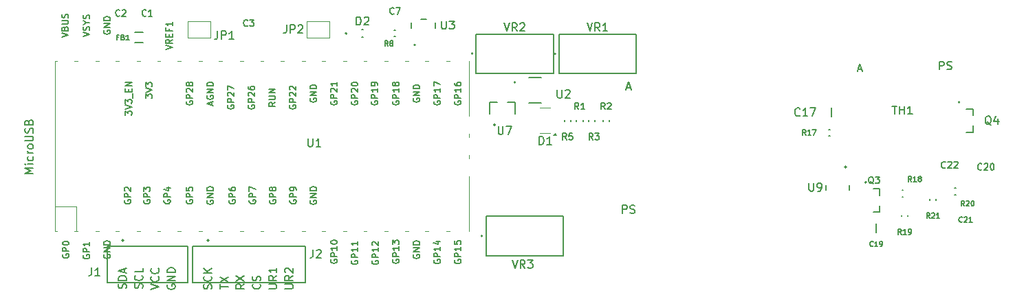
<source format=gbr>
%TF.GenerationSoftware,KiCad,Pcbnew,8.0.8*%
%TF.CreationDate,2025-04-26T12:46:20+03:00*%
%TF.ProjectId,gamma-spectrometer,67616d6d-612d-4737-9065-6374726f6d65,v0.0.4*%
%TF.SameCoordinates,Original*%
%TF.FileFunction,Legend,Top*%
%TF.FilePolarity,Positive*%
%FSLAX46Y46*%
G04 Gerber Fmt 4.6, Leading zero omitted, Abs format (unit mm)*
G04 Created by KiCad (PCBNEW 8.0.8) date 2025-04-26 12:46:20*
%MOMM*%
%LPD*%
G01*
G04 APERTURE LIST*
%ADD10C,0.150000*%
%ADD11C,0.127000*%
%ADD12C,0.200000*%
%ADD13C,0.120000*%
G04 APERTURE END LIST*
D10*
X158011905Y-92204819D02*
X158011905Y-91204819D01*
X158011905Y-91204819D02*
X158392857Y-91204819D01*
X158392857Y-91204819D02*
X158488095Y-91252438D01*
X158488095Y-91252438D02*
X158535714Y-91300057D01*
X158535714Y-91300057D02*
X158583333Y-91395295D01*
X158583333Y-91395295D02*
X158583333Y-91538152D01*
X158583333Y-91538152D02*
X158535714Y-91633390D01*
X158535714Y-91633390D02*
X158488095Y-91681009D01*
X158488095Y-91681009D02*
X158392857Y-91728628D01*
X158392857Y-91728628D02*
X158011905Y-91728628D01*
X158964286Y-92157200D02*
X159107143Y-92204819D01*
X159107143Y-92204819D02*
X159345238Y-92204819D01*
X159345238Y-92204819D02*
X159440476Y-92157200D01*
X159440476Y-92157200D02*
X159488095Y-92109580D01*
X159488095Y-92109580D02*
X159535714Y-92014342D01*
X159535714Y-92014342D02*
X159535714Y-91919104D01*
X159535714Y-91919104D02*
X159488095Y-91823866D01*
X159488095Y-91823866D02*
X159440476Y-91776247D01*
X159440476Y-91776247D02*
X159345238Y-91728628D01*
X159345238Y-91728628D02*
X159154762Y-91681009D01*
X159154762Y-91681009D02*
X159059524Y-91633390D01*
X159059524Y-91633390D02*
X159011905Y-91585771D01*
X159011905Y-91585771D02*
X158964286Y-91490533D01*
X158964286Y-91490533D02*
X158964286Y-91395295D01*
X158964286Y-91395295D02*
X159011905Y-91300057D01*
X159011905Y-91300057D02*
X159059524Y-91252438D01*
X159059524Y-91252438D02*
X159154762Y-91204819D01*
X159154762Y-91204819D02*
X159392857Y-91204819D01*
X159392857Y-91204819D02*
X159535714Y-91252438D01*
X85454819Y-87261904D02*
X84454819Y-87261904D01*
X84454819Y-87261904D02*
X85169104Y-86928571D01*
X85169104Y-86928571D02*
X84454819Y-86595238D01*
X84454819Y-86595238D02*
X85454819Y-86595238D01*
X85454819Y-86119047D02*
X84788152Y-86119047D01*
X84454819Y-86119047D02*
X84502438Y-86166666D01*
X84502438Y-86166666D02*
X84550057Y-86119047D01*
X84550057Y-86119047D02*
X84502438Y-86071428D01*
X84502438Y-86071428D02*
X84454819Y-86119047D01*
X84454819Y-86119047D02*
X84550057Y-86119047D01*
X85407200Y-85214286D02*
X85454819Y-85309524D01*
X85454819Y-85309524D02*
X85454819Y-85500000D01*
X85454819Y-85500000D02*
X85407200Y-85595238D01*
X85407200Y-85595238D02*
X85359580Y-85642857D01*
X85359580Y-85642857D02*
X85264342Y-85690476D01*
X85264342Y-85690476D02*
X84978628Y-85690476D01*
X84978628Y-85690476D02*
X84883390Y-85642857D01*
X84883390Y-85642857D02*
X84835771Y-85595238D01*
X84835771Y-85595238D02*
X84788152Y-85500000D01*
X84788152Y-85500000D02*
X84788152Y-85309524D01*
X84788152Y-85309524D02*
X84835771Y-85214286D01*
X85454819Y-84785714D02*
X84788152Y-84785714D01*
X84978628Y-84785714D02*
X84883390Y-84738095D01*
X84883390Y-84738095D02*
X84835771Y-84690476D01*
X84835771Y-84690476D02*
X84788152Y-84595238D01*
X84788152Y-84595238D02*
X84788152Y-84500000D01*
X85454819Y-84023809D02*
X85407200Y-84119047D01*
X85407200Y-84119047D02*
X85359580Y-84166666D01*
X85359580Y-84166666D02*
X85264342Y-84214285D01*
X85264342Y-84214285D02*
X84978628Y-84214285D01*
X84978628Y-84214285D02*
X84883390Y-84166666D01*
X84883390Y-84166666D02*
X84835771Y-84119047D01*
X84835771Y-84119047D02*
X84788152Y-84023809D01*
X84788152Y-84023809D02*
X84788152Y-83880952D01*
X84788152Y-83880952D02*
X84835771Y-83785714D01*
X84835771Y-83785714D02*
X84883390Y-83738095D01*
X84883390Y-83738095D02*
X84978628Y-83690476D01*
X84978628Y-83690476D02*
X85264342Y-83690476D01*
X85264342Y-83690476D02*
X85359580Y-83738095D01*
X85359580Y-83738095D02*
X85407200Y-83785714D01*
X85407200Y-83785714D02*
X85454819Y-83880952D01*
X85454819Y-83880952D02*
X85454819Y-84023809D01*
X84454819Y-83261904D02*
X85264342Y-83261904D01*
X85264342Y-83261904D02*
X85359580Y-83214285D01*
X85359580Y-83214285D02*
X85407200Y-83166666D01*
X85407200Y-83166666D02*
X85454819Y-83071428D01*
X85454819Y-83071428D02*
X85454819Y-82880952D01*
X85454819Y-82880952D02*
X85407200Y-82785714D01*
X85407200Y-82785714D02*
X85359580Y-82738095D01*
X85359580Y-82738095D02*
X85264342Y-82690476D01*
X85264342Y-82690476D02*
X84454819Y-82690476D01*
X85407200Y-82261904D02*
X85454819Y-82119047D01*
X85454819Y-82119047D02*
X85454819Y-81880952D01*
X85454819Y-81880952D02*
X85407200Y-81785714D01*
X85407200Y-81785714D02*
X85359580Y-81738095D01*
X85359580Y-81738095D02*
X85264342Y-81690476D01*
X85264342Y-81690476D02*
X85169104Y-81690476D01*
X85169104Y-81690476D02*
X85073866Y-81738095D01*
X85073866Y-81738095D02*
X85026247Y-81785714D01*
X85026247Y-81785714D02*
X84978628Y-81880952D01*
X84978628Y-81880952D02*
X84931009Y-82071428D01*
X84931009Y-82071428D02*
X84883390Y-82166666D01*
X84883390Y-82166666D02*
X84835771Y-82214285D01*
X84835771Y-82214285D02*
X84740533Y-82261904D01*
X84740533Y-82261904D02*
X84645295Y-82261904D01*
X84645295Y-82261904D02*
X84550057Y-82214285D01*
X84550057Y-82214285D02*
X84502438Y-82166666D01*
X84502438Y-82166666D02*
X84454819Y-82071428D01*
X84454819Y-82071428D02*
X84454819Y-81833333D01*
X84454819Y-81833333D02*
X84502438Y-81690476D01*
X84931009Y-80928571D02*
X84978628Y-80785714D01*
X84978628Y-80785714D02*
X85026247Y-80738095D01*
X85026247Y-80738095D02*
X85121485Y-80690476D01*
X85121485Y-80690476D02*
X85264342Y-80690476D01*
X85264342Y-80690476D02*
X85359580Y-80738095D01*
X85359580Y-80738095D02*
X85407200Y-80785714D01*
X85407200Y-80785714D02*
X85454819Y-80880952D01*
X85454819Y-80880952D02*
X85454819Y-81261904D01*
X85454819Y-81261904D02*
X84454819Y-81261904D01*
X84454819Y-81261904D02*
X84454819Y-80928571D01*
X84454819Y-80928571D02*
X84502438Y-80833333D01*
X84502438Y-80833333D02*
X84550057Y-80785714D01*
X84550057Y-80785714D02*
X84645295Y-80738095D01*
X84645295Y-80738095D02*
X84740533Y-80738095D01*
X84740533Y-80738095D02*
X84835771Y-80785714D01*
X84835771Y-80785714D02*
X84883390Y-80833333D01*
X84883390Y-80833333D02*
X84931009Y-80928571D01*
X84931009Y-80928571D02*
X84931009Y-81261904D01*
X111454819Y-100916666D02*
X110978628Y-101249999D01*
X111454819Y-101488094D02*
X110454819Y-101488094D01*
X110454819Y-101488094D02*
X110454819Y-101107142D01*
X110454819Y-101107142D02*
X110502438Y-101011904D01*
X110502438Y-101011904D02*
X110550057Y-100964285D01*
X110550057Y-100964285D02*
X110645295Y-100916666D01*
X110645295Y-100916666D02*
X110788152Y-100916666D01*
X110788152Y-100916666D02*
X110883390Y-100964285D01*
X110883390Y-100964285D02*
X110931009Y-101011904D01*
X110931009Y-101011904D02*
X110978628Y-101107142D01*
X110978628Y-101107142D02*
X110978628Y-101488094D01*
X110454819Y-100583332D02*
X111454819Y-99916666D01*
X110454819Y-99916666D02*
X111454819Y-100583332D01*
X116454819Y-101511904D02*
X117264342Y-101511904D01*
X117264342Y-101511904D02*
X117359580Y-101464285D01*
X117359580Y-101464285D02*
X117407200Y-101416666D01*
X117407200Y-101416666D02*
X117454819Y-101321428D01*
X117454819Y-101321428D02*
X117454819Y-101130952D01*
X117454819Y-101130952D02*
X117407200Y-101035714D01*
X117407200Y-101035714D02*
X117359580Y-100988095D01*
X117359580Y-100988095D02*
X117264342Y-100940476D01*
X117264342Y-100940476D02*
X116454819Y-100940476D01*
X117454819Y-99892857D02*
X116978628Y-100226190D01*
X117454819Y-100464285D02*
X116454819Y-100464285D01*
X116454819Y-100464285D02*
X116454819Y-100083333D01*
X116454819Y-100083333D02*
X116502438Y-99988095D01*
X116502438Y-99988095D02*
X116550057Y-99940476D01*
X116550057Y-99940476D02*
X116645295Y-99892857D01*
X116645295Y-99892857D02*
X116788152Y-99892857D01*
X116788152Y-99892857D02*
X116883390Y-99940476D01*
X116883390Y-99940476D02*
X116931009Y-99988095D01*
X116931009Y-99988095D02*
X116978628Y-100083333D01*
X116978628Y-100083333D02*
X116978628Y-100464285D01*
X116550057Y-99511904D02*
X116502438Y-99464285D01*
X116502438Y-99464285D02*
X116454819Y-99369047D01*
X116454819Y-99369047D02*
X116454819Y-99130952D01*
X116454819Y-99130952D02*
X116502438Y-99035714D01*
X116502438Y-99035714D02*
X116550057Y-98988095D01*
X116550057Y-98988095D02*
X116645295Y-98940476D01*
X116645295Y-98940476D02*
X116740533Y-98940476D01*
X116740533Y-98940476D02*
X116883390Y-98988095D01*
X116883390Y-98988095D02*
X117454819Y-99559523D01*
X117454819Y-99559523D02*
X117454819Y-98940476D01*
X98907200Y-101440475D02*
X98954819Y-101297618D01*
X98954819Y-101297618D02*
X98954819Y-101059523D01*
X98954819Y-101059523D02*
X98907200Y-100964285D01*
X98907200Y-100964285D02*
X98859580Y-100916666D01*
X98859580Y-100916666D02*
X98764342Y-100869047D01*
X98764342Y-100869047D02*
X98669104Y-100869047D01*
X98669104Y-100869047D02*
X98573866Y-100916666D01*
X98573866Y-100916666D02*
X98526247Y-100964285D01*
X98526247Y-100964285D02*
X98478628Y-101059523D01*
X98478628Y-101059523D02*
X98431009Y-101249999D01*
X98431009Y-101249999D02*
X98383390Y-101345237D01*
X98383390Y-101345237D02*
X98335771Y-101392856D01*
X98335771Y-101392856D02*
X98240533Y-101440475D01*
X98240533Y-101440475D02*
X98145295Y-101440475D01*
X98145295Y-101440475D02*
X98050057Y-101392856D01*
X98050057Y-101392856D02*
X98002438Y-101345237D01*
X98002438Y-101345237D02*
X97954819Y-101249999D01*
X97954819Y-101249999D02*
X97954819Y-101011904D01*
X97954819Y-101011904D02*
X98002438Y-100869047D01*
X98859580Y-99869047D02*
X98907200Y-99916666D01*
X98907200Y-99916666D02*
X98954819Y-100059523D01*
X98954819Y-100059523D02*
X98954819Y-100154761D01*
X98954819Y-100154761D02*
X98907200Y-100297618D01*
X98907200Y-100297618D02*
X98811961Y-100392856D01*
X98811961Y-100392856D02*
X98716723Y-100440475D01*
X98716723Y-100440475D02*
X98526247Y-100488094D01*
X98526247Y-100488094D02*
X98383390Y-100488094D01*
X98383390Y-100488094D02*
X98192914Y-100440475D01*
X98192914Y-100440475D02*
X98097676Y-100392856D01*
X98097676Y-100392856D02*
X98002438Y-100297618D01*
X98002438Y-100297618D02*
X97954819Y-100154761D01*
X97954819Y-100154761D02*
X97954819Y-100059523D01*
X97954819Y-100059523D02*
X98002438Y-99916666D01*
X98002438Y-99916666D02*
X98050057Y-99869047D01*
X98954819Y-98964285D02*
X98954819Y-99440475D01*
X98954819Y-99440475D02*
X97954819Y-99440475D01*
X99954819Y-101583332D02*
X100954819Y-101249999D01*
X100954819Y-101249999D02*
X99954819Y-100916666D01*
X100859580Y-100011904D02*
X100907200Y-100059523D01*
X100907200Y-100059523D02*
X100954819Y-100202380D01*
X100954819Y-100202380D02*
X100954819Y-100297618D01*
X100954819Y-100297618D02*
X100907200Y-100440475D01*
X100907200Y-100440475D02*
X100811961Y-100535713D01*
X100811961Y-100535713D02*
X100716723Y-100583332D01*
X100716723Y-100583332D02*
X100526247Y-100630951D01*
X100526247Y-100630951D02*
X100383390Y-100630951D01*
X100383390Y-100630951D02*
X100192914Y-100583332D01*
X100192914Y-100583332D02*
X100097676Y-100535713D01*
X100097676Y-100535713D02*
X100002438Y-100440475D01*
X100002438Y-100440475D02*
X99954819Y-100297618D01*
X99954819Y-100297618D02*
X99954819Y-100202380D01*
X99954819Y-100202380D02*
X100002438Y-100059523D01*
X100002438Y-100059523D02*
X100050057Y-100011904D01*
X100859580Y-99011904D02*
X100907200Y-99059523D01*
X100907200Y-99059523D02*
X100954819Y-99202380D01*
X100954819Y-99202380D02*
X100954819Y-99297618D01*
X100954819Y-99297618D02*
X100907200Y-99440475D01*
X100907200Y-99440475D02*
X100811961Y-99535713D01*
X100811961Y-99535713D02*
X100716723Y-99583332D01*
X100716723Y-99583332D02*
X100526247Y-99630951D01*
X100526247Y-99630951D02*
X100383390Y-99630951D01*
X100383390Y-99630951D02*
X100192914Y-99583332D01*
X100192914Y-99583332D02*
X100097676Y-99535713D01*
X100097676Y-99535713D02*
X100002438Y-99440475D01*
X100002438Y-99440475D02*
X99954819Y-99297618D01*
X99954819Y-99297618D02*
X99954819Y-99202380D01*
X99954819Y-99202380D02*
X100002438Y-99059523D01*
X100002438Y-99059523D02*
X100050057Y-99011904D01*
X101812295Y-72002380D02*
X102612295Y-71735713D01*
X102612295Y-71735713D02*
X101812295Y-71469047D01*
X102612295Y-70745237D02*
X102231342Y-71011904D01*
X102612295Y-71202380D02*
X101812295Y-71202380D01*
X101812295Y-71202380D02*
X101812295Y-70897618D01*
X101812295Y-70897618D02*
X101850390Y-70821428D01*
X101850390Y-70821428D02*
X101888485Y-70783333D01*
X101888485Y-70783333D02*
X101964676Y-70745237D01*
X101964676Y-70745237D02*
X102078961Y-70745237D01*
X102078961Y-70745237D02*
X102155152Y-70783333D01*
X102155152Y-70783333D02*
X102193247Y-70821428D01*
X102193247Y-70821428D02*
X102231342Y-70897618D01*
X102231342Y-70897618D02*
X102231342Y-71202380D01*
X102193247Y-70402380D02*
X102193247Y-70135714D01*
X102612295Y-70021428D02*
X102612295Y-70402380D01*
X102612295Y-70402380D02*
X101812295Y-70402380D01*
X101812295Y-70402380D02*
X101812295Y-70021428D01*
X102193247Y-69411904D02*
X102193247Y-69678570D01*
X102612295Y-69678570D02*
X101812295Y-69678570D01*
X101812295Y-69678570D02*
X101812295Y-69297618D01*
X102612295Y-68573809D02*
X102612295Y-69030952D01*
X102612295Y-68802380D02*
X101812295Y-68802380D01*
X101812295Y-68802380D02*
X101926580Y-68878571D01*
X101926580Y-68878571D02*
X102002771Y-68954761D01*
X102002771Y-68954761D02*
X102040866Y-69030952D01*
X114454819Y-101511904D02*
X115264342Y-101511904D01*
X115264342Y-101511904D02*
X115359580Y-101464285D01*
X115359580Y-101464285D02*
X115407200Y-101416666D01*
X115407200Y-101416666D02*
X115454819Y-101321428D01*
X115454819Y-101321428D02*
X115454819Y-101130952D01*
X115454819Y-101130952D02*
X115407200Y-101035714D01*
X115407200Y-101035714D02*
X115359580Y-100988095D01*
X115359580Y-100988095D02*
X115264342Y-100940476D01*
X115264342Y-100940476D02*
X114454819Y-100940476D01*
X115454819Y-99892857D02*
X114978628Y-100226190D01*
X115454819Y-100464285D02*
X114454819Y-100464285D01*
X114454819Y-100464285D02*
X114454819Y-100083333D01*
X114454819Y-100083333D02*
X114502438Y-99988095D01*
X114502438Y-99988095D02*
X114550057Y-99940476D01*
X114550057Y-99940476D02*
X114645295Y-99892857D01*
X114645295Y-99892857D02*
X114788152Y-99892857D01*
X114788152Y-99892857D02*
X114883390Y-99940476D01*
X114883390Y-99940476D02*
X114931009Y-99988095D01*
X114931009Y-99988095D02*
X114978628Y-100083333D01*
X114978628Y-100083333D02*
X114978628Y-100464285D01*
X115454819Y-98940476D02*
X115454819Y-99511904D01*
X115454819Y-99226190D02*
X114454819Y-99226190D01*
X114454819Y-99226190D02*
X114597676Y-99321428D01*
X114597676Y-99321428D02*
X114692914Y-99416666D01*
X114692914Y-99416666D02*
X114740533Y-99511904D01*
X197011905Y-74454819D02*
X197011905Y-73454819D01*
X197011905Y-73454819D02*
X197392857Y-73454819D01*
X197392857Y-73454819D02*
X197488095Y-73502438D01*
X197488095Y-73502438D02*
X197535714Y-73550057D01*
X197535714Y-73550057D02*
X197583333Y-73645295D01*
X197583333Y-73645295D02*
X197583333Y-73788152D01*
X197583333Y-73788152D02*
X197535714Y-73883390D01*
X197535714Y-73883390D02*
X197488095Y-73931009D01*
X197488095Y-73931009D02*
X197392857Y-73978628D01*
X197392857Y-73978628D02*
X197011905Y-73978628D01*
X197964286Y-74407200D02*
X198107143Y-74454819D01*
X198107143Y-74454819D02*
X198345238Y-74454819D01*
X198345238Y-74454819D02*
X198440476Y-74407200D01*
X198440476Y-74407200D02*
X198488095Y-74359580D01*
X198488095Y-74359580D02*
X198535714Y-74264342D01*
X198535714Y-74264342D02*
X198535714Y-74169104D01*
X198535714Y-74169104D02*
X198488095Y-74073866D01*
X198488095Y-74073866D02*
X198440476Y-74026247D01*
X198440476Y-74026247D02*
X198345238Y-73978628D01*
X198345238Y-73978628D02*
X198154762Y-73931009D01*
X198154762Y-73931009D02*
X198059524Y-73883390D01*
X198059524Y-73883390D02*
X198011905Y-73835771D01*
X198011905Y-73835771D02*
X197964286Y-73740533D01*
X197964286Y-73740533D02*
X197964286Y-73645295D01*
X197964286Y-73645295D02*
X198011905Y-73550057D01*
X198011905Y-73550057D02*
X198059524Y-73502438D01*
X198059524Y-73502438D02*
X198154762Y-73454819D01*
X198154762Y-73454819D02*
X198392857Y-73454819D01*
X198392857Y-73454819D02*
X198535714Y-73502438D01*
X158511905Y-76669104D02*
X158988095Y-76669104D01*
X158416667Y-76954819D02*
X158750000Y-75954819D01*
X158750000Y-75954819D02*
X159083333Y-76954819D01*
X96907200Y-101464285D02*
X96954819Y-101321428D01*
X96954819Y-101321428D02*
X96954819Y-101083333D01*
X96954819Y-101083333D02*
X96907200Y-100988095D01*
X96907200Y-100988095D02*
X96859580Y-100940476D01*
X96859580Y-100940476D02*
X96764342Y-100892857D01*
X96764342Y-100892857D02*
X96669104Y-100892857D01*
X96669104Y-100892857D02*
X96573866Y-100940476D01*
X96573866Y-100940476D02*
X96526247Y-100988095D01*
X96526247Y-100988095D02*
X96478628Y-101083333D01*
X96478628Y-101083333D02*
X96431009Y-101273809D01*
X96431009Y-101273809D02*
X96383390Y-101369047D01*
X96383390Y-101369047D02*
X96335771Y-101416666D01*
X96335771Y-101416666D02*
X96240533Y-101464285D01*
X96240533Y-101464285D02*
X96145295Y-101464285D01*
X96145295Y-101464285D02*
X96050057Y-101416666D01*
X96050057Y-101416666D02*
X96002438Y-101369047D01*
X96002438Y-101369047D02*
X95954819Y-101273809D01*
X95954819Y-101273809D02*
X95954819Y-101035714D01*
X95954819Y-101035714D02*
X96002438Y-100892857D01*
X96954819Y-100464285D02*
X95954819Y-100464285D01*
X95954819Y-100464285D02*
X95954819Y-100226190D01*
X95954819Y-100226190D02*
X96002438Y-100083333D01*
X96002438Y-100083333D02*
X96097676Y-99988095D01*
X96097676Y-99988095D02*
X96192914Y-99940476D01*
X96192914Y-99940476D02*
X96383390Y-99892857D01*
X96383390Y-99892857D02*
X96526247Y-99892857D01*
X96526247Y-99892857D02*
X96716723Y-99940476D01*
X96716723Y-99940476D02*
X96811961Y-99988095D01*
X96811961Y-99988095D02*
X96907200Y-100083333D01*
X96907200Y-100083333D02*
X96954819Y-100226190D01*
X96954819Y-100226190D02*
X96954819Y-100464285D01*
X96669104Y-99511904D02*
X96669104Y-99035714D01*
X96954819Y-99607142D02*
X95954819Y-99273809D01*
X95954819Y-99273809D02*
X96954819Y-98940476D01*
X108454819Y-101511904D02*
X108454819Y-100940476D01*
X109454819Y-101226190D02*
X108454819Y-101226190D01*
X108454819Y-100702380D02*
X109454819Y-100035714D01*
X108454819Y-100035714D02*
X109454819Y-100702380D01*
X102002438Y-101011904D02*
X101954819Y-101107142D01*
X101954819Y-101107142D02*
X101954819Y-101249999D01*
X101954819Y-101249999D02*
X102002438Y-101392856D01*
X102002438Y-101392856D02*
X102097676Y-101488094D01*
X102097676Y-101488094D02*
X102192914Y-101535713D01*
X102192914Y-101535713D02*
X102383390Y-101583332D01*
X102383390Y-101583332D02*
X102526247Y-101583332D01*
X102526247Y-101583332D02*
X102716723Y-101535713D01*
X102716723Y-101535713D02*
X102811961Y-101488094D01*
X102811961Y-101488094D02*
X102907200Y-101392856D01*
X102907200Y-101392856D02*
X102954819Y-101249999D01*
X102954819Y-101249999D02*
X102954819Y-101154761D01*
X102954819Y-101154761D02*
X102907200Y-101011904D01*
X102907200Y-101011904D02*
X102859580Y-100964285D01*
X102859580Y-100964285D02*
X102526247Y-100964285D01*
X102526247Y-100964285D02*
X102526247Y-101154761D01*
X102954819Y-100535713D02*
X101954819Y-100535713D01*
X101954819Y-100535713D02*
X102954819Y-99964285D01*
X102954819Y-99964285D02*
X101954819Y-99964285D01*
X102954819Y-99488094D02*
X101954819Y-99488094D01*
X101954819Y-99488094D02*
X101954819Y-99249999D01*
X101954819Y-99249999D02*
X102002438Y-99107142D01*
X102002438Y-99107142D02*
X102097676Y-99011904D01*
X102097676Y-99011904D02*
X102192914Y-98964285D01*
X102192914Y-98964285D02*
X102383390Y-98916666D01*
X102383390Y-98916666D02*
X102526247Y-98916666D01*
X102526247Y-98916666D02*
X102716723Y-98964285D01*
X102716723Y-98964285D02*
X102811961Y-99011904D01*
X102811961Y-99011904D02*
X102907200Y-99107142D01*
X102907200Y-99107142D02*
X102954819Y-99249999D01*
X102954819Y-99249999D02*
X102954819Y-99488094D01*
X113359580Y-100916666D02*
X113407200Y-100964285D01*
X113407200Y-100964285D02*
X113454819Y-101107142D01*
X113454819Y-101107142D02*
X113454819Y-101202380D01*
X113454819Y-101202380D02*
X113407200Y-101345237D01*
X113407200Y-101345237D02*
X113311961Y-101440475D01*
X113311961Y-101440475D02*
X113216723Y-101488094D01*
X113216723Y-101488094D02*
X113026247Y-101535713D01*
X113026247Y-101535713D02*
X112883390Y-101535713D01*
X112883390Y-101535713D02*
X112692914Y-101488094D01*
X112692914Y-101488094D02*
X112597676Y-101440475D01*
X112597676Y-101440475D02*
X112502438Y-101345237D01*
X112502438Y-101345237D02*
X112454819Y-101202380D01*
X112454819Y-101202380D02*
X112454819Y-101107142D01*
X112454819Y-101107142D02*
X112502438Y-100964285D01*
X112502438Y-100964285D02*
X112550057Y-100916666D01*
X113407200Y-100535713D02*
X113454819Y-100392856D01*
X113454819Y-100392856D02*
X113454819Y-100154761D01*
X113454819Y-100154761D02*
X113407200Y-100059523D01*
X113407200Y-100059523D02*
X113359580Y-100011904D01*
X113359580Y-100011904D02*
X113264342Y-99964285D01*
X113264342Y-99964285D02*
X113169104Y-99964285D01*
X113169104Y-99964285D02*
X113073866Y-100011904D01*
X113073866Y-100011904D02*
X113026247Y-100059523D01*
X113026247Y-100059523D02*
X112978628Y-100154761D01*
X112978628Y-100154761D02*
X112931009Y-100345237D01*
X112931009Y-100345237D02*
X112883390Y-100440475D01*
X112883390Y-100440475D02*
X112835771Y-100488094D01*
X112835771Y-100488094D02*
X112740533Y-100535713D01*
X112740533Y-100535713D02*
X112645295Y-100535713D01*
X112645295Y-100535713D02*
X112550057Y-100488094D01*
X112550057Y-100488094D02*
X112502438Y-100440475D01*
X112502438Y-100440475D02*
X112454819Y-100345237D01*
X112454819Y-100345237D02*
X112454819Y-100107142D01*
X112454819Y-100107142D02*
X112502438Y-99964285D01*
X107407200Y-101535713D02*
X107454819Y-101392856D01*
X107454819Y-101392856D02*
X107454819Y-101154761D01*
X107454819Y-101154761D02*
X107407200Y-101059523D01*
X107407200Y-101059523D02*
X107359580Y-101011904D01*
X107359580Y-101011904D02*
X107264342Y-100964285D01*
X107264342Y-100964285D02*
X107169104Y-100964285D01*
X107169104Y-100964285D02*
X107073866Y-101011904D01*
X107073866Y-101011904D02*
X107026247Y-101059523D01*
X107026247Y-101059523D02*
X106978628Y-101154761D01*
X106978628Y-101154761D02*
X106931009Y-101345237D01*
X106931009Y-101345237D02*
X106883390Y-101440475D01*
X106883390Y-101440475D02*
X106835771Y-101488094D01*
X106835771Y-101488094D02*
X106740533Y-101535713D01*
X106740533Y-101535713D02*
X106645295Y-101535713D01*
X106645295Y-101535713D02*
X106550057Y-101488094D01*
X106550057Y-101488094D02*
X106502438Y-101440475D01*
X106502438Y-101440475D02*
X106454819Y-101345237D01*
X106454819Y-101345237D02*
X106454819Y-101107142D01*
X106454819Y-101107142D02*
X106502438Y-100964285D01*
X107359580Y-99964285D02*
X107407200Y-100011904D01*
X107407200Y-100011904D02*
X107454819Y-100154761D01*
X107454819Y-100154761D02*
X107454819Y-100249999D01*
X107454819Y-100249999D02*
X107407200Y-100392856D01*
X107407200Y-100392856D02*
X107311961Y-100488094D01*
X107311961Y-100488094D02*
X107216723Y-100535713D01*
X107216723Y-100535713D02*
X107026247Y-100583332D01*
X107026247Y-100583332D02*
X106883390Y-100583332D01*
X106883390Y-100583332D02*
X106692914Y-100535713D01*
X106692914Y-100535713D02*
X106597676Y-100488094D01*
X106597676Y-100488094D02*
X106502438Y-100392856D01*
X106502438Y-100392856D02*
X106454819Y-100249999D01*
X106454819Y-100249999D02*
X106454819Y-100154761D01*
X106454819Y-100154761D02*
X106502438Y-100011904D01*
X106502438Y-100011904D02*
X106550057Y-99964285D01*
X107454819Y-99535713D02*
X106454819Y-99535713D01*
X107454819Y-98964285D02*
X106883390Y-99392856D01*
X106454819Y-98964285D02*
X107026247Y-99535713D01*
X187011905Y-74419104D02*
X187488095Y-74419104D01*
X186916667Y-74704819D02*
X187250000Y-73704819D01*
X187250000Y-73704819D02*
X187583333Y-74704819D01*
X153650476Y-68704819D02*
X153983809Y-69704819D01*
X153983809Y-69704819D02*
X154317142Y-68704819D01*
X155221904Y-69704819D02*
X154888571Y-69228628D01*
X154650476Y-69704819D02*
X154650476Y-68704819D01*
X154650476Y-68704819D02*
X155031428Y-68704819D01*
X155031428Y-68704819D02*
X155126666Y-68752438D01*
X155126666Y-68752438D02*
X155174285Y-68800057D01*
X155174285Y-68800057D02*
X155221904Y-68895295D01*
X155221904Y-68895295D02*
X155221904Y-69038152D01*
X155221904Y-69038152D02*
X155174285Y-69133390D01*
X155174285Y-69133390D02*
X155126666Y-69181009D01*
X155126666Y-69181009D02*
X155031428Y-69228628D01*
X155031428Y-69228628D02*
X154650476Y-69228628D01*
X156174285Y-69704819D02*
X155602857Y-69704819D01*
X155888571Y-69704819D02*
X155888571Y-68704819D01*
X155888571Y-68704819D02*
X155793333Y-68847676D01*
X155793333Y-68847676D02*
X155698095Y-68942914D01*
X155698095Y-68942914D02*
X155602857Y-68990533D01*
X92666666Y-98904819D02*
X92666666Y-99619104D01*
X92666666Y-99619104D02*
X92619047Y-99761961D01*
X92619047Y-99761961D02*
X92523809Y-99857200D01*
X92523809Y-99857200D02*
X92380952Y-99904819D01*
X92380952Y-99904819D02*
X92285714Y-99904819D01*
X93666666Y-99904819D02*
X93095238Y-99904819D01*
X93380952Y-99904819D02*
X93380952Y-98904819D01*
X93380952Y-98904819D02*
X93285714Y-99047676D01*
X93285714Y-99047676D02*
X93190476Y-99142914D01*
X93190476Y-99142914D02*
X93095238Y-99190533D01*
X142738095Y-81454819D02*
X142738095Y-82264342D01*
X142738095Y-82264342D02*
X142785714Y-82359580D01*
X142785714Y-82359580D02*
X142833333Y-82407200D01*
X142833333Y-82407200D02*
X142928571Y-82454819D01*
X142928571Y-82454819D02*
X143119047Y-82454819D01*
X143119047Y-82454819D02*
X143214285Y-82407200D01*
X143214285Y-82407200D02*
X143261904Y-82359580D01*
X143261904Y-82359580D02*
X143309523Y-82264342D01*
X143309523Y-82264342D02*
X143309523Y-81454819D01*
X143690476Y-81454819D02*
X144357142Y-81454819D01*
X144357142Y-81454819D02*
X143928571Y-82454819D01*
X116666666Y-68954819D02*
X116666666Y-69669104D01*
X116666666Y-69669104D02*
X116619047Y-69811961D01*
X116619047Y-69811961D02*
X116523809Y-69907200D01*
X116523809Y-69907200D02*
X116380952Y-69954819D01*
X116380952Y-69954819D02*
X116285714Y-69954819D01*
X117142857Y-69954819D02*
X117142857Y-68954819D01*
X117142857Y-68954819D02*
X117523809Y-68954819D01*
X117523809Y-68954819D02*
X117619047Y-69002438D01*
X117619047Y-69002438D02*
X117666666Y-69050057D01*
X117666666Y-69050057D02*
X117714285Y-69145295D01*
X117714285Y-69145295D02*
X117714285Y-69288152D01*
X117714285Y-69288152D02*
X117666666Y-69383390D01*
X117666666Y-69383390D02*
X117619047Y-69431009D01*
X117619047Y-69431009D02*
X117523809Y-69478628D01*
X117523809Y-69478628D02*
X117142857Y-69478628D01*
X118095238Y-69050057D02*
X118142857Y-69002438D01*
X118142857Y-69002438D02*
X118238095Y-68954819D01*
X118238095Y-68954819D02*
X118476190Y-68954819D01*
X118476190Y-68954819D02*
X118571428Y-69002438D01*
X118571428Y-69002438D02*
X118619047Y-69050057D01*
X118619047Y-69050057D02*
X118666666Y-69145295D01*
X118666666Y-69145295D02*
X118666666Y-69240533D01*
X118666666Y-69240533D02*
X118619047Y-69383390D01*
X118619047Y-69383390D02*
X118047619Y-69954819D01*
X118047619Y-69954819D02*
X118666666Y-69954819D01*
X188864285Y-96212628D02*
X188835713Y-96241200D01*
X188835713Y-96241200D02*
X188749999Y-96269771D01*
X188749999Y-96269771D02*
X188692856Y-96269771D01*
X188692856Y-96269771D02*
X188607142Y-96241200D01*
X188607142Y-96241200D02*
X188549999Y-96184057D01*
X188549999Y-96184057D02*
X188521428Y-96126914D01*
X188521428Y-96126914D02*
X188492856Y-96012628D01*
X188492856Y-96012628D02*
X188492856Y-95926914D01*
X188492856Y-95926914D02*
X188521428Y-95812628D01*
X188521428Y-95812628D02*
X188549999Y-95755485D01*
X188549999Y-95755485D02*
X188607142Y-95698342D01*
X188607142Y-95698342D02*
X188692856Y-95669771D01*
X188692856Y-95669771D02*
X188749999Y-95669771D01*
X188749999Y-95669771D02*
X188835713Y-95698342D01*
X188835713Y-95698342D02*
X188864285Y-95726914D01*
X189435713Y-96269771D02*
X189092856Y-96269771D01*
X189264285Y-96269771D02*
X189264285Y-95669771D01*
X189264285Y-95669771D02*
X189207142Y-95755485D01*
X189207142Y-95755485D02*
X189149999Y-95812628D01*
X189149999Y-95812628D02*
X189092856Y-95841200D01*
X189721428Y-96269771D02*
X189835714Y-96269771D01*
X189835714Y-96269771D02*
X189892857Y-96241200D01*
X189892857Y-96241200D02*
X189921428Y-96212628D01*
X189921428Y-96212628D02*
X189978571Y-96126914D01*
X189978571Y-96126914D02*
X190007142Y-96012628D01*
X190007142Y-96012628D02*
X190007142Y-95784057D01*
X190007142Y-95784057D02*
X189978571Y-95726914D01*
X189978571Y-95726914D02*
X189950000Y-95698342D01*
X189950000Y-95698342D02*
X189892857Y-95669771D01*
X189892857Y-95669771D02*
X189778571Y-95669771D01*
X189778571Y-95669771D02*
X189721428Y-95698342D01*
X189721428Y-95698342D02*
X189692857Y-95726914D01*
X189692857Y-95726914D02*
X189664285Y-95784057D01*
X189664285Y-95784057D02*
X189664285Y-95926914D01*
X189664285Y-95926914D02*
X189692857Y-95984057D01*
X189692857Y-95984057D02*
X189721428Y-96012628D01*
X189721428Y-96012628D02*
X189778571Y-96041200D01*
X189778571Y-96041200D02*
X189892857Y-96041200D01*
X189892857Y-96041200D02*
X189950000Y-96012628D01*
X189950000Y-96012628D02*
X189978571Y-95984057D01*
X189978571Y-95984057D02*
X190007142Y-95926914D01*
X203404761Y-81300057D02*
X203309523Y-81252438D01*
X203309523Y-81252438D02*
X203214285Y-81157200D01*
X203214285Y-81157200D02*
X203071428Y-81014342D01*
X203071428Y-81014342D02*
X202976190Y-80966723D01*
X202976190Y-80966723D02*
X202880952Y-80966723D01*
X202928571Y-81204819D02*
X202833333Y-81157200D01*
X202833333Y-81157200D02*
X202738095Y-81061961D01*
X202738095Y-81061961D02*
X202690476Y-80871485D01*
X202690476Y-80871485D02*
X202690476Y-80538152D01*
X202690476Y-80538152D02*
X202738095Y-80347676D01*
X202738095Y-80347676D02*
X202833333Y-80252438D01*
X202833333Y-80252438D02*
X202928571Y-80204819D01*
X202928571Y-80204819D02*
X203119047Y-80204819D01*
X203119047Y-80204819D02*
X203214285Y-80252438D01*
X203214285Y-80252438D02*
X203309523Y-80347676D01*
X203309523Y-80347676D02*
X203357142Y-80538152D01*
X203357142Y-80538152D02*
X203357142Y-80871485D01*
X203357142Y-80871485D02*
X203309523Y-81061961D01*
X203309523Y-81061961D02*
X203214285Y-81157200D01*
X203214285Y-81157200D02*
X203119047Y-81204819D01*
X203119047Y-81204819D02*
X202928571Y-81204819D01*
X204214285Y-80538152D02*
X204214285Y-81204819D01*
X203976190Y-80157200D02*
X203738095Y-80871485D01*
X203738095Y-80871485D02*
X204357142Y-80871485D01*
X95966667Y-70453038D02*
X95753333Y-70453038D01*
X95753333Y-70788276D02*
X95753333Y-70148276D01*
X95753333Y-70148276D02*
X96058095Y-70148276D01*
X96515238Y-70453038D02*
X96606666Y-70483514D01*
X96606666Y-70483514D02*
X96637143Y-70513990D01*
X96637143Y-70513990D02*
X96667619Y-70574942D01*
X96667619Y-70574942D02*
X96667619Y-70666371D01*
X96667619Y-70666371D02*
X96637143Y-70727323D01*
X96637143Y-70727323D02*
X96606666Y-70757800D01*
X96606666Y-70757800D02*
X96545714Y-70788276D01*
X96545714Y-70788276D02*
X96301904Y-70788276D01*
X96301904Y-70788276D02*
X96301904Y-70148276D01*
X96301904Y-70148276D02*
X96515238Y-70148276D01*
X96515238Y-70148276D02*
X96576190Y-70178752D01*
X96576190Y-70178752D02*
X96606666Y-70209228D01*
X96606666Y-70209228D02*
X96637143Y-70270180D01*
X96637143Y-70270180D02*
X96637143Y-70331133D01*
X96637143Y-70331133D02*
X96606666Y-70392085D01*
X96606666Y-70392085D02*
X96576190Y-70422561D01*
X96576190Y-70422561D02*
X96515238Y-70453038D01*
X96515238Y-70453038D02*
X96301904Y-70453038D01*
X97277143Y-70788276D02*
X96911428Y-70788276D01*
X97094285Y-70788276D02*
X97094285Y-70148276D01*
X97094285Y-70148276D02*
X97033333Y-70239704D01*
X97033333Y-70239704D02*
X96972381Y-70300657D01*
X96972381Y-70300657D02*
X96911428Y-70331133D01*
X199838571Y-93227323D02*
X199808095Y-93257800D01*
X199808095Y-93257800D02*
X199716666Y-93288276D01*
X199716666Y-93288276D02*
X199655714Y-93288276D01*
X199655714Y-93288276D02*
X199564285Y-93257800D01*
X199564285Y-93257800D02*
X199503333Y-93196847D01*
X199503333Y-93196847D02*
X199472856Y-93135895D01*
X199472856Y-93135895D02*
X199442380Y-93013990D01*
X199442380Y-93013990D02*
X199442380Y-92922561D01*
X199442380Y-92922561D02*
X199472856Y-92800657D01*
X199472856Y-92800657D02*
X199503333Y-92739704D01*
X199503333Y-92739704D02*
X199564285Y-92678752D01*
X199564285Y-92678752D02*
X199655714Y-92648276D01*
X199655714Y-92648276D02*
X199716666Y-92648276D01*
X199716666Y-92648276D02*
X199808095Y-92678752D01*
X199808095Y-92678752D02*
X199838571Y-92709228D01*
X200082380Y-92709228D02*
X200112856Y-92678752D01*
X200112856Y-92678752D02*
X200173809Y-92648276D01*
X200173809Y-92648276D02*
X200326190Y-92648276D01*
X200326190Y-92648276D02*
X200387142Y-92678752D01*
X200387142Y-92678752D02*
X200417618Y-92709228D01*
X200417618Y-92709228D02*
X200448095Y-92770180D01*
X200448095Y-92770180D02*
X200448095Y-92831133D01*
X200448095Y-92831133D02*
X200417618Y-92922561D01*
X200417618Y-92922561D02*
X200051904Y-93288276D01*
X200051904Y-93288276D02*
X200448095Y-93288276D01*
X201057619Y-93288276D02*
X200691904Y-93288276D01*
X200874761Y-93288276D02*
X200874761Y-92648276D01*
X200874761Y-92648276D02*
X200813809Y-92739704D01*
X200813809Y-92739704D02*
X200752857Y-92800657D01*
X200752857Y-92800657D02*
X200691904Y-92831133D01*
X200088571Y-91288276D02*
X199875237Y-90983514D01*
X199722856Y-91288276D02*
X199722856Y-90648276D01*
X199722856Y-90648276D02*
X199966666Y-90648276D01*
X199966666Y-90648276D02*
X200027618Y-90678752D01*
X200027618Y-90678752D02*
X200058095Y-90709228D01*
X200058095Y-90709228D02*
X200088571Y-90770180D01*
X200088571Y-90770180D02*
X200088571Y-90861609D01*
X200088571Y-90861609D02*
X200058095Y-90922561D01*
X200058095Y-90922561D02*
X200027618Y-90953038D01*
X200027618Y-90953038D02*
X199966666Y-90983514D01*
X199966666Y-90983514D02*
X199722856Y-90983514D01*
X200332380Y-90709228D02*
X200362856Y-90678752D01*
X200362856Y-90678752D02*
X200423809Y-90648276D01*
X200423809Y-90648276D02*
X200576190Y-90648276D01*
X200576190Y-90648276D02*
X200637142Y-90678752D01*
X200637142Y-90678752D02*
X200667618Y-90709228D01*
X200667618Y-90709228D02*
X200698095Y-90770180D01*
X200698095Y-90770180D02*
X200698095Y-90831133D01*
X200698095Y-90831133D02*
X200667618Y-90922561D01*
X200667618Y-90922561D02*
X200301904Y-91288276D01*
X200301904Y-91288276D02*
X200698095Y-91288276D01*
X201094285Y-90648276D02*
X201155238Y-90648276D01*
X201155238Y-90648276D02*
X201216190Y-90678752D01*
X201216190Y-90678752D02*
X201246666Y-90709228D01*
X201246666Y-90709228D02*
X201277142Y-90770180D01*
X201277142Y-90770180D02*
X201307619Y-90892085D01*
X201307619Y-90892085D02*
X201307619Y-91044466D01*
X201307619Y-91044466D02*
X201277142Y-91166371D01*
X201277142Y-91166371D02*
X201246666Y-91227323D01*
X201246666Y-91227323D02*
X201216190Y-91257800D01*
X201216190Y-91257800D02*
X201155238Y-91288276D01*
X201155238Y-91288276D02*
X201094285Y-91288276D01*
X201094285Y-91288276D02*
X201033333Y-91257800D01*
X201033333Y-91257800D02*
X201002857Y-91227323D01*
X201002857Y-91227323D02*
X200972380Y-91166371D01*
X200972380Y-91166371D02*
X200941904Y-91044466D01*
X200941904Y-91044466D02*
X200941904Y-90892085D01*
X200941904Y-90892085D02*
X200972380Y-90770180D01*
X200972380Y-90770180D02*
X201002857Y-90709228D01*
X201002857Y-90709228D02*
X201033333Y-90678752D01*
X201033333Y-90678752D02*
X201094285Y-90648276D01*
X135738095Y-68454819D02*
X135738095Y-69264342D01*
X135738095Y-69264342D02*
X135785714Y-69359580D01*
X135785714Y-69359580D02*
X135833333Y-69407200D01*
X135833333Y-69407200D02*
X135928571Y-69454819D01*
X135928571Y-69454819D02*
X136119047Y-69454819D01*
X136119047Y-69454819D02*
X136214285Y-69407200D01*
X136214285Y-69407200D02*
X136261904Y-69359580D01*
X136261904Y-69359580D02*
X136309523Y-69264342D01*
X136309523Y-69264342D02*
X136309523Y-68454819D01*
X136690476Y-68454819D02*
X137309523Y-68454819D01*
X137309523Y-68454819D02*
X136976190Y-68835771D01*
X136976190Y-68835771D02*
X137119047Y-68835771D01*
X137119047Y-68835771D02*
X137214285Y-68883390D01*
X137214285Y-68883390D02*
X137261904Y-68931009D01*
X137261904Y-68931009D02*
X137309523Y-69026247D01*
X137309523Y-69026247D02*
X137309523Y-69264342D01*
X137309523Y-69264342D02*
X137261904Y-69359580D01*
X137261904Y-69359580D02*
X137214285Y-69407200D01*
X137214285Y-69407200D02*
X137119047Y-69454819D01*
X137119047Y-69454819D02*
X136833333Y-69454819D01*
X136833333Y-69454819D02*
X136738095Y-69407200D01*
X136738095Y-69407200D02*
X136690476Y-69359580D01*
X111866667Y-69036104D02*
X111828571Y-69074200D01*
X111828571Y-69074200D02*
X111714286Y-69112295D01*
X111714286Y-69112295D02*
X111638095Y-69112295D01*
X111638095Y-69112295D02*
X111523809Y-69074200D01*
X111523809Y-69074200D02*
X111447619Y-68998009D01*
X111447619Y-68998009D02*
X111409524Y-68921819D01*
X111409524Y-68921819D02*
X111371428Y-68769438D01*
X111371428Y-68769438D02*
X111371428Y-68655152D01*
X111371428Y-68655152D02*
X111409524Y-68502771D01*
X111409524Y-68502771D02*
X111447619Y-68426580D01*
X111447619Y-68426580D02*
X111523809Y-68350390D01*
X111523809Y-68350390D02*
X111638095Y-68312295D01*
X111638095Y-68312295D02*
X111714286Y-68312295D01*
X111714286Y-68312295D02*
X111828571Y-68350390D01*
X111828571Y-68350390D02*
X111866667Y-68388485D01*
X112133333Y-68312295D02*
X112628571Y-68312295D01*
X112628571Y-68312295D02*
X112361905Y-68617057D01*
X112361905Y-68617057D02*
X112476190Y-68617057D01*
X112476190Y-68617057D02*
X112552381Y-68655152D01*
X112552381Y-68655152D02*
X112590476Y-68693247D01*
X112590476Y-68693247D02*
X112628571Y-68769438D01*
X112628571Y-68769438D02*
X112628571Y-68959914D01*
X112628571Y-68959914D02*
X112590476Y-69036104D01*
X112590476Y-69036104D02*
X112552381Y-69074200D01*
X112552381Y-69074200D02*
X112476190Y-69112295D01*
X112476190Y-69112295D02*
X112247619Y-69112295D01*
X112247619Y-69112295D02*
X112171428Y-69074200D01*
X112171428Y-69074200D02*
X112133333Y-69036104D01*
X152616667Y-79362295D02*
X152350000Y-78981342D01*
X152159524Y-79362295D02*
X152159524Y-78562295D01*
X152159524Y-78562295D02*
X152464286Y-78562295D01*
X152464286Y-78562295D02*
X152540476Y-78600390D01*
X152540476Y-78600390D02*
X152578571Y-78638485D01*
X152578571Y-78638485D02*
X152616667Y-78714676D01*
X152616667Y-78714676D02*
X152616667Y-78828961D01*
X152616667Y-78828961D02*
X152578571Y-78905152D01*
X152578571Y-78905152D02*
X152540476Y-78943247D01*
X152540476Y-78943247D02*
X152464286Y-78981342D01*
X152464286Y-78981342D02*
X152159524Y-78981342D01*
X153378571Y-79362295D02*
X152921428Y-79362295D01*
X153150000Y-79362295D02*
X153150000Y-78562295D01*
X153150000Y-78562295D02*
X153073809Y-78676580D01*
X153073809Y-78676580D02*
X152997619Y-78752771D01*
X152997619Y-78752771D02*
X152921428Y-78790866D01*
X155866667Y-79362295D02*
X155600000Y-78981342D01*
X155409524Y-79362295D02*
X155409524Y-78562295D01*
X155409524Y-78562295D02*
X155714286Y-78562295D01*
X155714286Y-78562295D02*
X155790476Y-78600390D01*
X155790476Y-78600390D02*
X155828571Y-78638485D01*
X155828571Y-78638485D02*
X155866667Y-78714676D01*
X155866667Y-78714676D02*
X155866667Y-78828961D01*
X155866667Y-78828961D02*
X155828571Y-78905152D01*
X155828571Y-78905152D02*
X155790476Y-78943247D01*
X155790476Y-78943247D02*
X155714286Y-78981342D01*
X155714286Y-78981342D02*
X155409524Y-78981342D01*
X156171428Y-78638485D02*
X156209524Y-78600390D01*
X156209524Y-78600390D02*
X156285714Y-78562295D01*
X156285714Y-78562295D02*
X156476190Y-78562295D01*
X156476190Y-78562295D02*
X156552381Y-78600390D01*
X156552381Y-78600390D02*
X156590476Y-78638485D01*
X156590476Y-78638485D02*
X156628571Y-78714676D01*
X156628571Y-78714676D02*
X156628571Y-78790866D01*
X156628571Y-78790866D02*
X156590476Y-78905152D01*
X156590476Y-78905152D02*
X156133333Y-79362295D01*
X156133333Y-79362295D02*
X156628571Y-79362295D01*
X179857142Y-80109580D02*
X179809523Y-80157200D01*
X179809523Y-80157200D02*
X179666666Y-80204819D01*
X179666666Y-80204819D02*
X179571428Y-80204819D01*
X179571428Y-80204819D02*
X179428571Y-80157200D01*
X179428571Y-80157200D02*
X179333333Y-80061961D01*
X179333333Y-80061961D02*
X179285714Y-79966723D01*
X179285714Y-79966723D02*
X179238095Y-79776247D01*
X179238095Y-79776247D02*
X179238095Y-79633390D01*
X179238095Y-79633390D02*
X179285714Y-79442914D01*
X179285714Y-79442914D02*
X179333333Y-79347676D01*
X179333333Y-79347676D02*
X179428571Y-79252438D01*
X179428571Y-79252438D02*
X179571428Y-79204819D01*
X179571428Y-79204819D02*
X179666666Y-79204819D01*
X179666666Y-79204819D02*
X179809523Y-79252438D01*
X179809523Y-79252438D02*
X179857142Y-79300057D01*
X180809523Y-80204819D02*
X180238095Y-80204819D01*
X180523809Y-80204819D02*
X180523809Y-79204819D01*
X180523809Y-79204819D02*
X180428571Y-79347676D01*
X180428571Y-79347676D02*
X180333333Y-79442914D01*
X180333333Y-79442914D02*
X180238095Y-79490533D01*
X181142857Y-79204819D02*
X181809523Y-79204819D01*
X181809523Y-79204819D02*
X181380952Y-80204819D01*
X191214286Y-78954819D02*
X191785714Y-78954819D01*
X191500000Y-79954819D02*
X191500000Y-78954819D01*
X192119048Y-79954819D02*
X192119048Y-78954819D01*
X192119048Y-79431009D02*
X192690476Y-79431009D01*
X192690476Y-79954819D02*
X192690476Y-78954819D01*
X193690476Y-79954819D02*
X193119048Y-79954819D01*
X193404762Y-79954819D02*
X193404762Y-78954819D01*
X193404762Y-78954819D02*
X193309524Y-79097676D01*
X193309524Y-79097676D02*
X193214286Y-79192914D01*
X193214286Y-79192914D02*
X193119048Y-79240533D01*
X108166666Y-69704819D02*
X108166666Y-70419104D01*
X108166666Y-70419104D02*
X108119047Y-70561961D01*
X108119047Y-70561961D02*
X108023809Y-70657200D01*
X108023809Y-70657200D02*
X107880952Y-70704819D01*
X107880952Y-70704819D02*
X107785714Y-70704819D01*
X108642857Y-70704819D02*
X108642857Y-69704819D01*
X108642857Y-69704819D02*
X109023809Y-69704819D01*
X109023809Y-69704819D02*
X109119047Y-69752438D01*
X109119047Y-69752438D02*
X109166666Y-69800057D01*
X109166666Y-69800057D02*
X109214285Y-69895295D01*
X109214285Y-69895295D02*
X109214285Y-70038152D01*
X109214285Y-70038152D02*
X109166666Y-70133390D01*
X109166666Y-70133390D02*
X109119047Y-70181009D01*
X109119047Y-70181009D02*
X109023809Y-70228628D01*
X109023809Y-70228628D02*
X108642857Y-70228628D01*
X110166666Y-70704819D02*
X109595238Y-70704819D01*
X109880952Y-70704819D02*
X109880952Y-69704819D01*
X109880952Y-69704819D02*
X109785714Y-69847676D01*
X109785714Y-69847676D02*
X109690476Y-69942914D01*
X109690476Y-69942914D02*
X109595238Y-69990533D01*
X193588571Y-88288276D02*
X193375237Y-87983514D01*
X193222856Y-88288276D02*
X193222856Y-87648276D01*
X193222856Y-87648276D02*
X193466666Y-87648276D01*
X193466666Y-87648276D02*
X193527618Y-87678752D01*
X193527618Y-87678752D02*
X193558095Y-87709228D01*
X193558095Y-87709228D02*
X193588571Y-87770180D01*
X193588571Y-87770180D02*
X193588571Y-87861609D01*
X193588571Y-87861609D02*
X193558095Y-87922561D01*
X193558095Y-87922561D02*
X193527618Y-87953038D01*
X193527618Y-87953038D02*
X193466666Y-87983514D01*
X193466666Y-87983514D02*
X193222856Y-87983514D01*
X194198095Y-88288276D02*
X193832380Y-88288276D01*
X194015237Y-88288276D02*
X194015237Y-87648276D01*
X194015237Y-87648276D02*
X193954285Y-87739704D01*
X193954285Y-87739704D02*
X193893333Y-87800657D01*
X193893333Y-87800657D02*
X193832380Y-87831133D01*
X194563809Y-87922561D02*
X194502857Y-87892085D01*
X194502857Y-87892085D02*
X194472380Y-87861609D01*
X194472380Y-87861609D02*
X194441904Y-87800657D01*
X194441904Y-87800657D02*
X194441904Y-87770180D01*
X194441904Y-87770180D02*
X194472380Y-87709228D01*
X194472380Y-87709228D02*
X194502857Y-87678752D01*
X194502857Y-87678752D02*
X194563809Y-87648276D01*
X194563809Y-87648276D02*
X194685714Y-87648276D01*
X194685714Y-87648276D02*
X194746666Y-87678752D01*
X194746666Y-87678752D02*
X194777142Y-87709228D01*
X194777142Y-87709228D02*
X194807619Y-87770180D01*
X194807619Y-87770180D02*
X194807619Y-87800657D01*
X194807619Y-87800657D02*
X194777142Y-87861609D01*
X194777142Y-87861609D02*
X194746666Y-87892085D01*
X194746666Y-87892085D02*
X194685714Y-87922561D01*
X194685714Y-87922561D02*
X194563809Y-87922561D01*
X194563809Y-87922561D02*
X194502857Y-87953038D01*
X194502857Y-87953038D02*
X194472380Y-87983514D01*
X194472380Y-87983514D02*
X194441904Y-88044466D01*
X194441904Y-88044466D02*
X194441904Y-88166371D01*
X194441904Y-88166371D02*
X194472380Y-88227323D01*
X194472380Y-88227323D02*
X194502857Y-88257800D01*
X194502857Y-88257800D02*
X194563809Y-88288276D01*
X194563809Y-88288276D02*
X194685714Y-88288276D01*
X194685714Y-88288276D02*
X194746666Y-88257800D01*
X194746666Y-88257800D02*
X194777142Y-88227323D01*
X194777142Y-88227323D02*
X194807619Y-88166371D01*
X194807619Y-88166371D02*
X194807619Y-88044466D01*
X194807619Y-88044466D02*
X194777142Y-87983514D01*
X194777142Y-87983514D02*
X194746666Y-87953038D01*
X194746666Y-87953038D02*
X194685714Y-87922561D01*
X151116667Y-83112295D02*
X150850000Y-82731342D01*
X150659524Y-83112295D02*
X150659524Y-82312295D01*
X150659524Y-82312295D02*
X150964286Y-82312295D01*
X150964286Y-82312295D02*
X151040476Y-82350390D01*
X151040476Y-82350390D02*
X151078571Y-82388485D01*
X151078571Y-82388485D02*
X151116667Y-82464676D01*
X151116667Y-82464676D02*
X151116667Y-82578961D01*
X151116667Y-82578961D02*
X151078571Y-82655152D01*
X151078571Y-82655152D02*
X151040476Y-82693247D01*
X151040476Y-82693247D02*
X150964286Y-82731342D01*
X150964286Y-82731342D02*
X150659524Y-82731342D01*
X151840476Y-82312295D02*
X151459524Y-82312295D01*
X151459524Y-82312295D02*
X151421428Y-82693247D01*
X151421428Y-82693247D02*
X151459524Y-82655152D01*
X151459524Y-82655152D02*
X151535714Y-82617057D01*
X151535714Y-82617057D02*
X151726190Y-82617057D01*
X151726190Y-82617057D02*
X151802381Y-82655152D01*
X151802381Y-82655152D02*
X151840476Y-82693247D01*
X151840476Y-82693247D02*
X151878571Y-82769438D01*
X151878571Y-82769438D02*
X151878571Y-82959914D01*
X151878571Y-82959914D02*
X151840476Y-83036104D01*
X151840476Y-83036104D02*
X151802381Y-83074200D01*
X151802381Y-83074200D02*
X151726190Y-83112295D01*
X151726190Y-83112295D02*
X151535714Y-83112295D01*
X151535714Y-83112295D02*
X151459524Y-83074200D01*
X151459524Y-83074200D02*
X151421428Y-83036104D01*
X143434868Y-68702518D02*
X143769629Y-69706801D01*
X143769629Y-69706801D02*
X144104390Y-68702518D01*
X145013027Y-69706801D02*
X144678266Y-69228571D01*
X144439151Y-69706801D02*
X144439151Y-68702518D01*
X144439151Y-68702518D02*
X144821735Y-68702518D01*
X144821735Y-68702518D02*
X144917381Y-68750341D01*
X144917381Y-68750341D02*
X144965204Y-68798164D01*
X144965204Y-68798164D02*
X145013027Y-68893810D01*
X145013027Y-68893810D02*
X145013027Y-69037279D01*
X145013027Y-69037279D02*
X144965204Y-69132925D01*
X144965204Y-69132925D02*
X144917381Y-69180748D01*
X144917381Y-69180748D02*
X144821735Y-69228571D01*
X144821735Y-69228571D02*
X144439151Y-69228571D01*
X145395611Y-68798164D02*
X145443434Y-68750341D01*
X145443434Y-68750341D02*
X145539080Y-68702518D01*
X145539080Y-68702518D02*
X145778195Y-68702518D01*
X145778195Y-68702518D02*
X145873841Y-68750341D01*
X145873841Y-68750341D02*
X145921664Y-68798164D01*
X145921664Y-68798164D02*
X145969487Y-68893810D01*
X145969487Y-68893810D02*
X145969487Y-68989456D01*
X145969487Y-68989456D02*
X145921664Y-69132925D01*
X145921664Y-69132925D02*
X145347788Y-69706801D01*
X145347788Y-69706801D02*
X145969487Y-69706801D01*
X99366667Y-67786104D02*
X99328571Y-67824200D01*
X99328571Y-67824200D02*
X99214286Y-67862295D01*
X99214286Y-67862295D02*
X99138095Y-67862295D01*
X99138095Y-67862295D02*
X99023809Y-67824200D01*
X99023809Y-67824200D02*
X98947619Y-67748009D01*
X98947619Y-67748009D02*
X98909524Y-67671819D01*
X98909524Y-67671819D02*
X98871428Y-67519438D01*
X98871428Y-67519438D02*
X98871428Y-67405152D01*
X98871428Y-67405152D02*
X98909524Y-67252771D01*
X98909524Y-67252771D02*
X98947619Y-67176580D01*
X98947619Y-67176580D02*
X99023809Y-67100390D01*
X99023809Y-67100390D02*
X99138095Y-67062295D01*
X99138095Y-67062295D02*
X99214286Y-67062295D01*
X99214286Y-67062295D02*
X99328571Y-67100390D01*
X99328571Y-67100390D02*
X99366667Y-67138485D01*
X100128571Y-67862295D02*
X99671428Y-67862295D01*
X99900000Y-67862295D02*
X99900000Y-67062295D01*
X99900000Y-67062295D02*
X99823809Y-67176580D01*
X99823809Y-67176580D02*
X99747619Y-67252771D01*
X99747619Y-67252771D02*
X99671428Y-67290866D01*
X119916666Y-96704819D02*
X119916666Y-97419104D01*
X119916666Y-97419104D02*
X119869047Y-97561961D01*
X119869047Y-97561961D02*
X119773809Y-97657200D01*
X119773809Y-97657200D02*
X119630952Y-97704819D01*
X119630952Y-97704819D02*
X119535714Y-97704819D01*
X120345238Y-96800057D02*
X120392857Y-96752438D01*
X120392857Y-96752438D02*
X120488095Y-96704819D01*
X120488095Y-96704819D02*
X120726190Y-96704819D01*
X120726190Y-96704819D02*
X120821428Y-96752438D01*
X120821428Y-96752438D02*
X120869047Y-96800057D01*
X120869047Y-96800057D02*
X120916666Y-96895295D01*
X120916666Y-96895295D02*
X120916666Y-96990533D01*
X120916666Y-96990533D02*
X120869047Y-97133390D01*
X120869047Y-97133390D02*
X120297619Y-97704819D01*
X120297619Y-97704819D02*
X120916666Y-97704819D01*
X154366667Y-83112295D02*
X154100000Y-82731342D01*
X153909524Y-83112295D02*
X153909524Y-82312295D01*
X153909524Y-82312295D02*
X154214286Y-82312295D01*
X154214286Y-82312295D02*
X154290476Y-82350390D01*
X154290476Y-82350390D02*
X154328571Y-82388485D01*
X154328571Y-82388485D02*
X154366667Y-82464676D01*
X154366667Y-82464676D02*
X154366667Y-82578961D01*
X154366667Y-82578961D02*
X154328571Y-82655152D01*
X154328571Y-82655152D02*
X154290476Y-82693247D01*
X154290476Y-82693247D02*
X154214286Y-82731342D01*
X154214286Y-82731342D02*
X153909524Y-82731342D01*
X154633333Y-82312295D02*
X155128571Y-82312295D01*
X155128571Y-82312295D02*
X154861905Y-82617057D01*
X154861905Y-82617057D02*
X154976190Y-82617057D01*
X154976190Y-82617057D02*
X155052381Y-82655152D01*
X155052381Y-82655152D02*
X155090476Y-82693247D01*
X155090476Y-82693247D02*
X155128571Y-82769438D01*
X155128571Y-82769438D02*
X155128571Y-82959914D01*
X155128571Y-82959914D02*
X155090476Y-83036104D01*
X155090476Y-83036104D02*
X155052381Y-83074200D01*
X155052381Y-83074200D02*
X154976190Y-83112295D01*
X154976190Y-83112295D02*
X154747619Y-83112295D01*
X154747619Y-83112295D02*
X154671428Y-83074200D01*
X154671428Y-83074200D02*
X154633333Y-83036104D01*
X192338571Y-94788276D02*
X192125237Y-94483514D01*
X191972856Y-94788276D02*
X191972856Y-94148276D01*
X191972856Y-94148276D02*
X192216666Y-94148276D01*
X192216666Y-94148276D02*
X192277618Y-94178752D01*
X192277618Y-94178752D02*
X192308095Y-94209228D01*
X192308095Y-94209228D02*
X192338571Y-94270180D01*
X192338571Y-94270180D02*
X192338571Y-94361609D01*
X192338571Y-94361609D02*
X192308095Y-94422561D01*
X192308095Y-94422561D02*
X192277618Y-94453038D01*
X192277618Y-94453038D02*
X192216666Y-94483514D01*
X192216666Y-94483514D02*
X191972856Y-94483514D01*
X192948095Y-94788276D02*
X192582380Y-94788276D01*
X192765237Y-94788276D02*
X192765237Y-94148276D01*
X192765237Y-94148276D02*
X192704285Y-94239704D01*
X192704285Y-94239704D02*
X192643333Y-94300657D01*
X192643333Y-94300657D02*
X192582380Y-94331133D01*
X193252857Y-94788276D02*
X193374761Y-94788276D01*
X193374761Y-94788276D02*
X193435714Y-94757800D01*
X193435714Y-94757800D02*
X193466190Y-94727323D01*
X193466190Y-94727323D02*
X193527142Y-94635895D01*
X193527142Y-94635895D02*
X193557619Y-94513990D01*
X193557619Y-94513990D02*
X193557619Y-94270180D01*
X193557619Y-94270180D02*
X193527142Y-94209228D01*
X193527142Y-94209228D02*
X193496666Y-94178752D01*
X193496666Y-94178752D02*
X193435714Y-94148276D01*
X193435714Y-94148276D02*
X193313809Y-94148276D01*
X193313809Y-94148276D02*
X193252857Y-94178752D01*
X193252857Y-94178752D02*
X193222380Y-94209228D01*
X193222380Y-94209228D02*
X193191904Y-94270180D01*
X193191904Y-94270180D02*
X193191904Y-94422561D01*
X193191904Y-94422561D02*
X193222380Y-94483514D01*
X193222380Y-94483514D02*
X193252857Y-94513990D01*
X193252857Y-94513990D02*
X193313809Y-94544466D01*
X193313809Y-94544466D02*
X193435714Y-94544466D01*
X193435714Y-94544466D02*
X193496666Y-94513990D01*
X193496666Y-94513990D02*
X193527142Y-94483514D01*
X193527142Y-94483514D02*
X193557619Y-94422561D01*
X129143333Y-71538276D02*
X128929999Y-71233514D01*
X128777618Y-71538276D02*
X128777618Y-70898276D01*
X128777618Y-70898276D02*
X129021428Y-70898276D01*
X129021428Y-70898276D02*
X129082380Y-70928752D01*
X129082380Y-70928752D02*
X129112857Y-70959228D01*
X129112857Y-70959228D02*
X129143333Y-71020180D01*
X129143333Y-71020180D02*
X129143333Y-71111609D01*
X129143333Y-71111609D02*
X129112857Y-71172561D01*
X129112857Y-71172561D02*
X129082380Y-71203038D01*
X129082380Y-71203038D02*
X129021428Y-71233514D01*
X129021428Y-71233514D02*
X128777618Y-71233514D01*
X129509047Y-71172561D02*
X129448095Y-71142085D01*
X129448095Y-71142085D02*
X129417618Y-71111609D01*
X129417618Y-71111609D02*
X129387142Y-71050657D01*
X129387142Y-71050657D02*
X129387142Y-71020180D01*
X129387142Y-71020180D02*
X129417618Y-70959228D01*
X129417618Y-70959228D02*
X129448095Y-70928752D01*
X129448095Y-70928752D02*
X129509047Y-70898276D01*
X129509047Y-70898276D02*
X129630952Y-70898276D01*
X129630952Y-70898276D02*
X129691904Y-70928752D01*
X129691904Y-70928752D02*
X129722380Y-70959228D01*
X129722380Y-70959228D02*
X129752857Y-71020180D01*
X129752857Y-71020180D02*
X129752857Y-71050657D01*
X129752857Y-71050657D02*
X129722380Y-71111609D01*
X129722380Y-71111609D02*
X129691904Y-71142085D01*
X129691904Y-71142085D02*
X129630952Y-71172561D01*
X129630952Y-71172561D02*
X129509047Y-71172561D01*
X129509047Y-71172561D02*
X129448095Y-71203038D01*
X129448095Y-71203038D02*
X129417618Y-71233514D01*
X129417618Y-71233514D02*
X129387142Y-71294466D01*
X129387142Y-71294466D02*
X129387142Y-71416371D01*
X129387142Y-71416371D02*
X129417618Y-71477323D01*
X129417618Y-71477323D02*
X129448095Y-71507800D01*
X129448095Y-71507800D02*
X129509047Y-71538276D01*
X129509047Y-71538276D02*
X129630952Y-71538276D01*
X129630952Y-71538276D02*
X129691904Y-71507800D01*
X129691904Y-71507800D02*
X129722380Y-71477323D01*
X129722380Y-71477323D02*
X129752857Y-71416371D01*
X129752857Y-71416371D02*
X129752857Y-71294466D01*
X129752857Y-71294466D02*
X129722380Y-71233514D01*
X129722380Y-71233514D02*
X129691904Y-71203038D01*
X129691904Y-71203038D02*
X129630952Y-71172561D01*
X129866667Y-67536104D02*
X129828571Y-67574200D01*
X129828571Y-67574200D02*
X129714286Y-67612295D01*
X129714286Y-67612295D02*
X129638095Y-67612295D01*
X129638095Y-67612295D02*
X129523809Y-67574200D01*
X129523809Y-67574200D02*
X129447619Y-67498009D01*
X129447619Y-67498009D02*
X129409524Y-67421819D01*
X129409524Y-67421819D02*
X129371428Y-67269438D01*
X129371428Y-67269438D02*
X129371428Y-67155152D01*
X129371428Y-67155152D02*
X129409524Y-67002771D01*
X129409524Y-67002771D02*
X129447619Y-66926580D01*
X129447619Y-66926580D02*
X129523809Y-66850390D01*
X129523809Y-66850390D02*
X129638095Y-66812295D01*
X129638095Y-66812295D02*
X129714286Y-66812295D01*
X129714286Y-66812295D02*
X129828571Y-66850390D01*
X129828571Y-66850390D02*
X129866667Y-66888485D01*
X130133333Y-66812295D02*
X130666667Y-66812295D01*
X130666667Y-66812295D02*
X130323809Y-67612295D01*
X197760714Y-86536104D02*
X197722618Y-86574200D01*
X197722618Y-86574200D02*
X197608333Y-86612295D01*
X197608333Y-86612295D02*
X197532142Y-86612295D01*
X197532142Y-86612295D02*
X197417856Y-86574200D01*
X197417856Y-86574200D02*
X197341666Y-86498009D01*
X197341666Y-86498009D02*
X197303571Y-86421819D01*
X197303571Y-86421819D02*
X197265475Y-86269438D01*
X197265475Y-86269438D02*
X197265475Y-86155152D01*
X197265475Y-86155152D02*
X197303571Y-86002771D01*
X197303571Y-86002771D02*
X197341666Y-85926580D01*
X197341666Y-85926580D02*
X197417856Y-85850390D01*
X197417856Y-85850390D02*
X197532142Y-85812295D01*
X197532142Y-85812295D02*
X197608333Y-85812295D01*
X197608333Y-85812295D02*
X197722618Y-85850390D01*
X197722618Y-85850390D02*
X197760714Y-85888485D01*
X198065475Y-85888485D02*
X198103571Y-85850390D01*
X198103571Y-85850390D02*
X198179761Y-85812295D01*
X198179761Y-85812295D02*
X198370237Y-85812295D01*
X198370237Y-85812295D02*
X198446428Y-85850390D01*
X198446428Y-85850390D02*
X198484523Y-85888485D01*
X198484523Y-85888485D02*
X198522618Y-85964676D01*
X198522618Y-85964676D02*
X198522618Y-86040866D01*
X198522618Y-86040866D02*
X198484523Y-86155152D01*
X198484523Y-86155152D02*
X198027380Y-86612295D01*
X198027380Y-86612295D02*
X198522618Y-86612295D01*
X198827380Y-85888485D02*
X198865476Y-85850390D01*
X198865476Y-85850390D02*
X198941666Y-85812295D01*
X198941666Y-85812295D02*
X199132142Y-85812295D01*
X199132142Y-85812295D02*
X199208333Y-85850390D01*
X199208333Y-85850390D02*
X199246428Y-85888485D01*
X199246428Y-85888485D02*
X199284523Y-85964676D01*
X199284523Y-85964676D02*
X199284523Y-86040866D01*
X199284523Y-86040866D02*
X199246428Y-86155152D01*
X199246428Y-86155152D02*
X198789285Y-86612295D01*
X198789285Y-86612295D02*
X199284523Y-86612295D01*
X149988095Y-76954819D02*
X149988095Y-77764342D01*
X149988095Y-77764342D02*
X150035714Y-77859580D01*
X150035714Y-77859580D02*
X150083333Y-77907200D01*
X150083333Y-77907200D02*
X150178571Y-77954819D01*
X150178571Y-77954819D02*
X150369047Y-77954819D01*
X150369047Y-77954819D02*
X150464285Y-77907200D01*
X150464285Y-77907200D02*
X150511904Y-77859580D01*
X150511904Y-77859580D02*
X150559523Y-77764342D01*
X150559523Y-77764342D02*
X150559523Y-76954819D01*
X150988095Y-77050057D02*
X151035714Y-77002438D01*
X151035714Y-77002438D02*
X151130952Y-76954819D01*
X151130952Y-76954819D02*
X151369047Y-76954819D01*
X151369047Y-76954819D02*
X151464285Y-77002438D01*
X151464285Y-77002438D02*
X151511904Y-77050057D01*
X151511904Y-77050057D02*
X151559523Y-77145295D01*
X151559523Y-77145295D02*
X151559523Y-77240533D01*
X151559523Y-77240533D02*
X151511904Y-77383390D01*
X151511904Y-77383390D02*
X150940476Y-77954819D01*
X150940476Y-77954819D02*
X151559523Y-77954819D01*
X147761905Y-83704819D02*
X147761905Y-82704819D01*
X147761905Y-82704819D02*
X148000000Y-82704819D01*
X148000000Y-82704819D02*
X148142857Y-82752438D01*
X148142857Y-82752438D02*
X148238095Y-82847676D01*
X148238095Y-82847676D02*
X148285714Y-82942914D01*
X148285714Y-82942914D02*
X148333333Y-83133390D01*
X148333333Y-83133390D02*
X148333333Y-83276247D01*
X148333333Y-83276247D02*
X148285714Y-83466723D01*
X148285714Y-83466723D02*
X148238095Y-83561961D01*
X148238095Y-83561961D02*
X148142857Y-83657200D01*
X148142857Y-83657200D02*
X148000000Y-83704819D01*
X148000000Y-83704819D02*
X147761905Y-83704819D01*
X149285714Y-83704819D02*
X148714286Y-83704819D01*
X149000000Y-83704819D02*
X149000000Y-82704819D01*
X149000000Y-82704819D02*
X148904762Y-82847676D01*
X148904762Y-82847676D02*
X148809524Y-82942914D01*
X148809524Y-82942914D02*
X148714286Y-82990533D01*
X180588571Y-82538276D02*
X180375237Y-82233514D01*
X180222856Y-82538276D02*
X180222856Y-81898276D01*
X180222856Y-81898276D02*
X180466666Y-81898276D01*
X180466666Y-81898276D02*
X180527618Y-81928752D01*
X180527618Y-81928752D02*
X180558095Y-81959228D01*
X180558095Y-81959228D02*
X180588571Y-82020180D01*
X180588571Y-82020180D02*
X180588571Y-82111609D01*
X180588571Y-82111609D02*
X180558095Y-82172561D01*
X180558095Y-82172561D02*
X180527618Y-82203038D01*
X180527618Y-82203038D02*
X180466666Y-82233514D01*
X180466666Y-82233514D02*
X180222856Y-82233514D01*
X181198095Y-82538276D02*
X180832380Y-82538276D01*
X181015237Y-82538276D02*
X181015237Y-81898276D01*
X181015237Y-81898276D02*
X180954285Y-81989704D01*
X180954285Y-81989704D02*
X180893333Y-82050657D01*
X180893333Y-82050657D02*
X180832380Y-82081133D01*
X181411428Y-81898276D02*
X181838095Y-81898276D01*
X181838095Y-81898276D02*
X181563809Y-82538276D01*
X202235714Y-86786104D02*
X202197618Y-86824200D01*
X202197618Y-86824200D02*
X202083333Y-86862295D01*
X202083333Y-86862295D02*
X202007142Y-86862295D01*
X202007142Y-86862295D02*
X201892856Y-86824200D01*
X201892856Y-86824200D02*
X201816666Y-86748009D01*
X201816666Y-86748009D02*
X201778571Y-86671819D01*
X201778571Y-86671819D02*
X201740475Y-86519438D01*
X201740475Y-86519438D02*
X201740475Y-86405152D01*
X201740475Y-86405152D02*
X201778571Y-86252771D01*
X201778571Y-86252771D02*
X201816666Y-86176580D01*
X201816666Y-86176580D02*
X201892856Y-86100390D01*
X201892856Y-86100390D02*
X202007142Y-86062295D01*
X202007142Y-86062295D02*
X202083333Y-86062295D01*
X202083333Y-86062295D02*
X202197618Y-86100390D01*
X202197618Y-86100390D02*
X202235714Y-86138485D01*
X202540475Y-86138485D02*
X202578571Y-86100390D01*
X202578571Y-86100390D02*
X202654761Y-86062295D01*
X202654761Y-86062295D02*
X202845237Y-86062295D01*
X202845237Y-86062295D02*
X202921428Y-86100390D01*
X202921428Y-86100390D02*
X202959523Y-86138485D01*
X202959523Y-86138485D02*
X202997618Y-86214676D01*
X202997618Y-86214676D02*
X202997618Y-86290866D01*
X202997618Y-86290866D02*
X202959523Y-86405152D01*
X202959523Y-86405152D02*
X202502380Y-86862295D01*
X202502380Y-86862295D02*
X202997618Y-86862295D01*
X203492857Y-86062295D02*
X203569047Y-86062295D01*
X203569047Y-86062295D02*
X203645238Y-86100390D01*
X203645238Y-86100390D02*
X203683333Y-86138485D01*
X203683333Y-86138485D02*
X203721428Y-86214676D01*
X203721428Y-86214676D02*
X203759523Y-86367057D01*
X203759523Y-86367057D02*
X203759523Y-86557533D01*
X203759523Y-86557533D02*
X203721428Y-86709914D01*
X203721428Y-86709914D02*
X203683333Y-86786104D01*
X203683333Y-86786104D02*
X203645238Y-86824200D01*
X203645238Y-86824200D02*
X203569047Y-86862295D01*
X203569047Y-86862295D02*
X203492857Y-86862295D01*
X203492857Y-86862295D02*
X203416666Y-86824200D01*
X203416666Y-86824200D02*
X203378571Y-86786104D01*
X203378571Y-86786104D02*
X203340476Y-86709914D01*
X203340476Y-86709914D02*
X203302380Y-86557533D01*
X203302380Y-86557533D02*
X203302380Y-86367057D01*
X203302380Y-86367057D02*
X203340476Y-86214676D01*
X203340476Y-86214676D02*
X203378571Y-86138485D01*
X203378571Y-86138485D02*
X203416666Y-86100390D01*
X203416666Y-86100390D02*
X203492857Y-86062295D01*
X180988095Y-88454819D02*
X180988095Y-89264342D01*
X180988095Y-89264342D02*
X181035714Y-89359580D01*
X181035714Y-89359580D02*
X181083333Y-89407200D01*
X181083333Y-89407200D02*
X181178571Y-89454819D01*
X181178571Y-89454819D02*
X181369047Y-89454819D01*
X181369047Y-89454819D02*
X181464285Y-89407200D01*
X181464285Y-89407200D02*
X181511904Y-89359580D01*
X181511904Y-89359580D02*
X181559523Y-89264342D01*
X181559523Y-89264342D02*
X181559523Y-88454819D01*
X182083333Y-89454819D02*
X182273809Y-89454819D01*
X182273809Y-89454819D02*
X182369047Y-89407200D01*
X182369047Y-89407200D02*
X182416666Y-89359580D01*
X182416666Y-89359580D02*
X182511904Y-89216723D01*
X182511904Y-89216723D02*
X182559523Y-89026247D01*
X182559523Y-89026247D02*
X182559523Y-88645295D01*
X182559523Y-88645295D02*
X182511904Y-88550057D01*
X182511904Y-88550057D02*
X182464285Y-88502438D01*
X182464285Y-88502438D02*
X182369047Y-88454819D01*
X182369047Y-88454819D02*
X182178571Y-88454819D01*
X182178571Y-88454819D02*
X182083333Y-88502438D01*
X182083333Y-88502438D02*
X182035714Y-88550057D01*
X182035714Y-88550057D02*
X181988095Y-88645295D01*
X181988095Y-88645295D02*
X181988095Y-88883390D01*
X181988095Y-88883390D02*
X182035714Y-88978628D01*
X182035714Y-88978628D02*
X182083333Y-89026247D01*
X182083333Y-89026247D02*
X182178571Y-89073866D01*
X182178571Y-89073866D02*
X182369047Y-89073866D01*
X182369047Y-89073866D02*
X182464285Y-89026247D01*
X182464285Y-89026247D02*
X182511904Y-88978628D01*
X182511904Y-88978628D02*
X182559523Y-88883390D01*
X119300595Y-82954819D02*
X119300595Y-83764342D01*
X119300595Y-83764342D02*
X119348214Y-83859580D01*
X119348214Y-83859580D02*
X119395833Y-83907200D01*
X119395833Y-83907200D02*
X119491071Y-83954819D01*
X119491071Y-83954819D02*
X119681547Y-83954819D01*
X119681547Y-83954819D02*
X119776785Y-83907200D01*
X119776785Y-83907200D02*
X119824404Y-83859580D01*
X119824404Y-83859580D02*
X119872023Y-83764342D01*
X119872023Y-83764342D02*
X119872023Y-82954819D01*
X120872023Y-83954819D02*
X120300595Y-83954819D01*
X120586309Y-83954819D02*
X120586309Y-82954819D01*
X120586309Y-82954819D02*
X120491071Y-83097676D01*
X120491071Y-83097676D02*
X120395833Y-83192914D01*
X120395833Y-83192914D02*
X120300595Y-83240533D01*
X119600390Y-90609523D02*
X119562295Y-90685713D01*
X119562295Y-90685713D02*
X119562295Y-90799999D01*
X119562295Y-90799999D02*
X119600390Y-90914285D01*
X119600390Y-90914285D02*
X119676580Y-90990475D01*
X119676580Y-90990475D02*
X119752771Y-91028570D01*
X119752771Y-91028570D02*
X119905152Y-91066666D01*
X119905152Y-91066666D02*
X120019438Y-91066666D01*
X120019438Y-91066666D02*
X120171819Y-91028570D01*
X120171819Y-91028570D02*
X120248009Y-90990475D01*
X120248009Y-90990475D02*
X120324200Y-90914285D01*
X120324200Y-90914285D02*
X120362295Y-90799999D01*
X120362295Y-90799999D02*
X120362295Y-90723808D01*
X120362295Y-90723808D02*
X120324200Y-90609523D01*
X120324200Y-90609523D02*
X120286104Y-90571427D01*
X120286104Y-90571427D02*
X120019438Y-90571427D01*
X120019438Y-90571427D02*
X120019438Y-90723808D01*
X120362295Y-90228570D02*
X119562295Y-90228570D01*
X119562295Y-90228570D02*
X120362295Y-89771427D01*
X120362295Y-89771427D02*
X119562295Y-89771427D01*
X120362295Y-89390475D02*
X119562295Y-89390475D01*
X119562295Y-89390475D02*
X119562295Y-89199999D01*
X119562295Y-89199999D02*
X119600390Y-89085713D01*
X119600390Y-89085713D02*
X119676580Y-89009523D01*
X119676580Y-89009523D02*
X119752771Y-88971428D01*
X119752771Y-88971428D02*
X119905152Y-88933332D01*
X119905152Y-88933332D02*
X120019438Y-88933332D01*
X120019438Y-88933332D02*
X120171819Y-88971428D01*
X120171819Y-88971428D02*
X120248009Y-89009523D01*
X120248009Y-89009523D02*
X120324200Y-89085713D01*
X120324200Y-89085713D02*
X120362295Y-89199999D01*
X120362295Y-89199999D02*
X120362295Y-89390475D01*
X132280390Y-97299523D02*
X132242295Y-97375713D01*
X132242295Y-97375713D02*
X132242295Y-97489999D01*
X132242295Y-97489999D02*
X132280390Y-97604285D01*
X132280390Y-97604285D02*
X132356580Y-97680475D01*
X132356580Y-97680475D02*
X132432771Y-97718570D01*
X132432771Y-97718570D02*
X132585152Y-97756666D01*
X132585152Y-97756666D02*
X132699438Y-97756666D01*
X132699438Y-97756666D02*
X132851819Y-97718570D01*
X132851819Y-97718570D02*
X132928009Y-97680475D01*
X132928009Y-97680475D02*
X133004200Y-97604285D01*
X133004200Y-97604285D02*
X133042295Y-97489999D01*
X133042295Y-97489999D02*
X133042295Y-97413808D01*
X133042295Y-97413808D02*
X133004200Y-97299523D01*
X133004200Y-97299523D02*
X132966104Y-97261427D01*
X132966104Y-97261427D02*
X132699438Y-97261427D01*
X132699438Y-97261427D02*
X132699438Y-97413808D01*
X133042295Y-96918570D02*
X132242295Y-96918570D01*
X132242295Y-96918570D02*
X133042295Y-96461427D01*
X133042295Y-96461427D02*
X132242295Y-96461427D01*
X133042295Y-96080475D02*
X132242295Y-96080475D01*
X132242295Y-96080475D02*
X132242295Y-95889999D01*
X132242295Y-95889999D02*
X132280390Y-95775713D01*
X132280390Y-95775713D02*
X132356580Y-95699523D01*
X132356580Y-95699523D02*
X132432771Y-95661428D01*
X132432771Y-95661428D02*
X132585152Y-95623332D01*
X132585152Y-95623332D02*
X132699438Y-95623332D01*
X132699438Y-95623332D02*
X132851819Y-95661428D01*
X132851819Y-95661428D02*
X132928009Y-95699523D01*
X132928009Y-95699523D02*
X133004200Y-95775713D01*
X133004200Y-95775713D02*
X133042295Y-95889999D01*
X133042295Y-95889999D02*
X133042295Y-96080475D01*
X89100390Y-97261428D02*
X89062295Y-97337618D01*
X89062295Y-97337618D02*
X89062295Y-97451904D01*
X89062295Y-97451904D02*
X89100390Y-97566190D01*
X89100390Y-97566190D02*
X89176580Y-97642380D01*
X89176580Y-97642380D02*
X89252771Y-97680475D01*
X89252771Y-97680475D02*
X89405152Y-97718571D01*
X89405152Y-97718571D02*
X89519438Y-97718571D01*
X89519438Y-97718571D02*
X89671819Y-97680475D01*
X89671819Y-97680475D02*
X89748009Y-97642380D01*
X89748009Y-97642380D02*
X89824200Y-97566190D01*
X89824200Y-97566190D02*
X89862295Y-97451904D01*
X89862295Y-97451904D02*
X89862295Y-97375713D01*
X89862295Y-97375713D02*
X89824200Y-97261428D01*
X89824200Y-97261428D02*
X89786104Y-97223332D01*
X89786104Y-97223332D02*
X89519438Y-97223332D01*
X89519438Y-97223332D02*
X89519438Y-97375713D01*
X89862295Y-96880475D02*
X89062295Y-96880475D01*
X89062295Y-96880475D02*
X89062295Y-96575713D01*
X89062295Y-96575713D02*
X89100390Y-96499523D01*
X89100390Y-96499523D02*
X89138485Y-96461428D01*
X89138485Y-96461428D02*
X89214676Y-96423332D01*
X89214676Y-96423332D02*
X89328961Y-96423332D01*
X89328961Y-96423332D02*
X89405152Y-96461428D01*
X89405152Y-96461428D02*
X89443247Y-96499523D01*
X89443247Y-96499523D02*
X89481342Y-96575713D01*
X89481342Y-96575713D02*
X89481342Y-96880475D01*
X89062295Y-95928094D02*
X89062295Y-95851904D01*
X89062295Y-95851904D02*
X89100390Y-95775713D01*
X89100390Y-95775713D02*
X89138485Y-95737618D01*
X89138485Y-95737618D02*
X89214676Y-95699523D01*
X89214676Y-95699523D02*
X89367057Y-95661428D01*
X89367057Y-95661428D02*
X89557533Y-95661428D01*
X89557533Y-95661428D02*
X89709914Y-95699523D01*
X89709914Y-95699523D02*
X89786104Y-95737618D01*
X89786104Y-95737618D02*
X89824200Y-95775713D01*
X89824200Y-95775713D02*
X89862295Y-95851904D01*
X89862295Y-95851904D02*
X89862295Y-95928094D01*
X89862295Y-95928094D02*
X89824200Y-96004285D01*
X89824200Y-96004285D02*
X89786104Y-96042380D01*
X89786104Y-96042380D02*
X89709914Y-96080475D01*
X89709914Y-96080475D02*
X89557533Y-96118571D01*
X89557533Y-96118571D02*
X89367057Y-96118571D01*
X89367057Y-96118571D02*
X89214676Y-96080475D01*
X89214676Y-96080475D02*
X89138485Y-96042380D01*
X89138485Y-96042380D02*
X89100390Y-96004285D01*
X89100390Y-96004285D02*
X89062295Y-95928094D01*
X124660390Y-78362381D02*
X124622295Y-78438571D01*
X124622295Y-78438571D02*
X124622295Y-78552857D01*
X124622295Y-78552857D02*
X124660390Y-78667143D01*
X124660390Y-78667143D02*
X124736580Y-78743333D01*
X124736580Y-78743333D02*
X124812771Y-78781428D01*
X124812771Y-78781428D02*
X124965152Y-78819524D01*
X124965152Y-78819524D02*
X125079438Y-78819524D01*
X125079438Y-78819524D02*
X125231819Y-78781428D01*
X125231819Y-78781428D02*
X125308009Y-78743333D01*
X125308009Y-78743333D02*
X125384200Y-78667143D01*
X125384200Y-78667143D02*
X125422295Y-78552857D01*
X125422295Y-78552857D02*
X125422295Y-78476666D01*
X125422295Y-78476666D02*
X125384200Y-78362381D01*
X125384200Y-78362381D02*
X125346104Y-78324285D01*
X125346104Y-78324285D02*
X125079438Y-78324285D01*
X125079438Y-78324285D02*
X125079438Y-78476666D01*
X125422295Y-77981428D02*
X124622295Y-77981428D01*
X124622295Y-77981428D02*
X124622295Y-77676666D01*
X124622295Y-77676666D02*
X124660390Y-77600476D01*
X124660390Y-77600476D02*
X124698485Y-77562381D01*
X124698485Y-77562381D02*
X124774676Y-77524285D01*
X124774676Y-77524285D02*
X124888961Y-77524285D01*
X124888961Y-77524285D02*
X124965152Y-77562381D01*
X124965152Y-77562381D02*
X125003247Y-77600476D01*
X125003247Y-77600476D02*
X125041342Y-77676666D01*
X125041342Y-77676666D02*
X125041342Y-77981428D01*
X124698485Y-77219524D02*
X124660390Y-77181428D01*
X124660390Y-77181428D02*
X124622295Y-77105238D01*
X124622295Y-77105238D02*
X124622295Y-76914762D01*
X124622295Y-76914762D02*
X124660390Y-76838571D01*
X124660390Y-76838571D02*
X124698485Y-76800476D01*
X124698485Y-76800476D02*
X124774676Y-76762381D01*
X124774676Y-76762381D02*
X124850866Y-76762381D01*
X124850866Y-76762381D02*
X124965152Y-76800476D01*
X124965152Y-76800476D02*
X125422295Y-77257619D01*
X125422295Y-77257619D02*
X125422295Y-76762381D01*
X124622295Y-76267142D02*
X124622295Y-76190952D01*
X124622295Y-76190952D02*
X124660390Y-76114761D01*
X124660390Y-76114761D02*
X124698485Y-76076666D01*
X124698485Y-76076666D02*
X124774676Y-76038571D01*
X124774676Y-76038571D02*
X124927057Y-76000476D01*
X124927057Y-76000476D02*
X125117533Y-76000476D01*
X125117533Y-76000476D02*
X125269914Y-76038571D01*
X125269914Y-76038571D02*
X125346104Y-76076666D01*
X125346104Y-76076666D02*
X125384200Y-76114761D01*
X125384200Y-76114761D02*
X125422295Y-76190952D01*
X125422295Y-76190952D02*
X125422295Y-76267142D01*
X125422295Y-76267142D02*
X125384200Y-76343333D01*
X125384200Y-76343333D02*
X125346104Y-76381428D01*
X125346104Y-76381428D02*
X125269914Y-76419523D01*
X125269914Y-76419523D02*
X125117533Y-76457619D01*
X125117533Y-76457619D02*
X124927057Y-76457619D01*
X124927057Y-76457619D02*
X124774676Y-76419523D01*
X124774676Y-76419523D02*
X124698485Y-76381428D01*
X124698485Y-76381428D02*
X124660390Y-76343333D01*
X124660390Y-76343333D02*
X124622295Y-76267142D01*
X96822295Y-80076190D02*
X96822295Y-79580952D01*
X96822295Y-79580952D02*
X97127057Y-79847618D01*
X97127057Y-79847618D02*
X97127057Y-79733333D01*
X97127057Y-79733333D02*
X97165152Y-79657142D01*
X97165152Y-79657142D02*
X97203247Y-79619047D01*
X97203247Y-79619047D02*
X97279438Y-79580952D01*
X97279438Y-79580952D02*
X97469914Y-79580952D01*
X97469914Y-79580952D02*
X97546104Y-79619047D01*
X97546104Y-79619047D02*
X97584200Y-79657142D01*
X97584200Y-79657142D02*
X97622295Y-79733333D01*
X97622295Y-79733333D02*
X97622295Y-79961904D01*
X97622295Y-79961904D02*
X97584200Y-80038095D01*
X97584200Y-80038095D02*
X97546104Y-80076190D01*
X96822295Y-79352380D02*
X97622295Y-79085713D01*
X97622295Y-79085713D02*
X96822295Y-78819047D01*
X96822295Y-78628571D02*
X96822295Y-78133333D01*
X96822295Y-78133333D02*
X97127057Y-78399999D01*
X97127057Y-78399999D02*
X97127057Y-78285714D01*
X97127057Y-78285714D02*
X97165152Y-78209523D01*
X97165152Y-78209523D02*
X97203247Y-78171428D01*
X97203247Y-78171428D02*
X97279438Y-78133333D01*
X97279438Y-78133333D02*
X97469914Y-78133333D01*
X97469914Y-78133333D02*
X97546104Y-78171428D01*
X97546104Y-78171428D02*
X97584200Y-78209523D01*
X97584200Y-78209523D02*
X97622295Y-78285714D01*
X97622295Y-78285714D02*
X97622295Y-78514285D01*
X97622295Y-78514285D02*
X97584200Y-78590476D01*
X97584200Y-78590476D02*
X97546104Y-78628571D01*
X97698485Y-77980952D02*
X97698485Y-77371428D01*
X97203247Y-77180951D02*
X97203247Y-76914285D01*
X97622295Y-76799999D02*
X97622295Y-77180951D01*
X97622295Y-77180951D02*
X96822295Y-77180951D01*
X96822295Y-77180951D02*
X96822295Y-76799999D01*
X97622295Y-76457141D02*
X96822295Y-76457141D01*
X96822295Y-76457141D02*
X97622295Y-75999998D01*
X97622295Y-75999998D02*
X96822295Y-75999998D01*
X104340390Y-90571428D02*
X104302295Y-90647618D01*
X104302295Y-90647618D02*
X104302295Y-90761904D01*
X104302295Y-90761904D02*
X104340390Y-90876190D01*
X104340390Y-90876190D02*
X104416580Y-90952380D01*
X104416580Y-90952380D02*
X104492771Y-90990475D01*
X104492771Y-90990475D02*
X104645152Y-91028571D01*
X104645152Y-91028571D02*
X104759438Y-91028571D01*
X104759438Y-91028571D02*
X104911819Y-90990475D01*
X104911819Y-90990475D02*
X104988009Y-90952380D01*
X104988009Y-90952380D02*
X105064200Y-90876190D01*
X105064200Y-90876190D02*
X105102295Y-90761904D01*
X105102295Y-90761904D02*
X105102295Y-90685713D01*
X105102295Y-90685713D02*
X105064200Y-90571428D01*
X105064200Y-90571428D02*
X105026104Y-90533332D01*
X105026104Y-90533332D02*
X104759438Y-90533332D01*
X104759438Y-90533332D02*
X104759438Y-90685713D01*
X105102295Y-90190475D02*
X104302295Y-90190475D01*
X104302295Y-90190475D02*
X104302295Y-89885713D01*
X104302295Y-89885713D02*
X104340390Y-89809523D01*
X104340390Y-89809523D02*
X104378485Y-89771428D01*
X104378485Y-89771428D02*
X104454676Y-89733332D01*
X104454676Y-89733332D02*
X104568961Y-89733332D01*
X104568961Y-89733332D02*
X104645152Y-89771428D01*
X104645152Y-89771428D02*
X104683247Y-89809523D01*
X104683247Y-89809523D02*
X104721342Y-89885713D01*
X104721342Y-89885713D02*
X104721342Y-90190475D01*
X104302295Y-89009523D02*
X104302295Y-89390475D01*
X104302295Y-89390475D02*
X104683247Y-89428571D01*
X104683247Y-89428571D02*
X104645152Y-89390475D01*
X104645152Y-89390475D02*
X104607057Y-89314285D01*
X104607057Y-89314285D02*
X104607057Y-89123809D01*
X104607057Y-89123809D02*
X104645152Y-89047618D01*
X104645152Y-89047618D02*
X104683247Y-89009523D01*
X104683247Y-89009523D02*
X104759438Y-88971428D01*
X104759438Y-88971428D02*
X104949914Y-88971428D01*
X104949914Y-88971428D02*
X105026104Y-89009523D01*
X105026104Y-89009523D02*
X105064200Y-89047618D01*
X105064200Y-89047618D02*
X105102295Y-89123809D01*
X105102295Y-89123809D02*
X105102295Y-89314285D01*
X105102295Y-89314285D02*
X105064200Y-89390475D01*
X105064200Y-89390475D02*
X105026104Y-89428571D01*
X129740390Y-78362381D02*
X129702295Y-78438571D01*
X129702295Y-78438571D02*
X129702295Y-78552857D01*
X129702295Y-78552857D02*
X129740390Y-78667143D01*
X129740390Y-78667143D02*
X129816580Y-78743333D01*
X129816580Y-78743333D02*
X129892771Y-78781428D01*
X129892771Y-78781428D02*
X130045152Y-78819524D01*
X130045152Y-78819524D02*
X130159438Y-78819524D01*
X130159438Y-78819524D02*
X130311819Y-78781428D01*
X130311819Y-78781428D02*
X130388009Y-78743333D01*
X130388009Y-78743333D02*
X130464200Y-78667143D01*
X130464200Y-78667143D02*
X130502295Y-78552857D01*
X130502295Y-78552857D02*
X130502295Y-78476666D01*
X130502295Y-78476666D02*
X130464200Y-78362381D01*
X130464200Y-78362381D02*
X130426104Y-78324285D01*
X130426104Y-78324285D02*
X130159438Y-78324285D01*
X130159438Y-78324285D02*
X130159438Y-78476666D01*
X130502295Y-77981428D02*
X129702295Y-77981428D01*
X129702295Y-77981428D02*
X129702295Y-77676666D01*
X129702295Y-77676666D02*
X129740390Y-77600476D01*
X129740390Y-77600476D02*
X129778485Y-77562381D01*
X129778485Y-77562381D02*
X129854676Y-77524285D01*
X129854676Y-77524285D02*
X129968961Y-77524285D01*
X129968961Y-77524285D02*
X130045152Y-77562381D01*
X130045152Y-77562381D02*
X130083247Y-77600476D01*
X130083247Y-77600476D02*
X130121342Y-77676666D01*
X130121342Y-77676666D02*
X130121342Y-77981428D01*
X130502295Y-76762381D02*
X130502295Y-77219524D01*
X130502295Y-76990952D02*
X129702295Y-76990952D01*
X129702295Y-76990952D02*
X129816580Y-77067143D01*
X129816580Y-77067143D02*
X129892771Y-77143333D01*
X129892771Y-77143333D02*
X129930866Y-77219524D01*
X130045152Y-76305238D02*
X130007057Y-76381428D01*
X130007057Y-76381428D02*
X129968961Y-76419523D01*
X129968961Y-76419523D02*
X129892771Y-76457619D01*
X129892771Y-76457619D02*
X129854676Y-76457619D01*
X129854676Y-76457619D02*
X129778485Y-76419523D01*
X129778485Y-76419523D02*
X129740390Y-76381428D01*
X129740390Y-76381428D02*
X129702295Y-76305238D01*
X129702295Y-76305238D02*
X129702295Y-76152857D01*
X129702295Y-76152857D02*
X129740390Y-76076666D01*
X129740390Y-76076666D02*
X129778485Y-76038571D01*
X129778485Y-76038571D02*
X129854676Y-76000476D01*
X129854676Y-76000476D02*
X129892771Y-76000476D01*
X129892771Y-76000476D02*
X129968961Y-76038571D01*
X129968961Y-76038571D02*
X130007057Y-76076666D01*
X130007057Y-76076666D02*
X130045152Y-76152857D01*
X130045152Y-76152857D02*
X130045152Y-76305238D01*
X130045152Y-76305238D02*
X130083247Y-76381428D01*
X130083247Y-76381428D02*
X130121342Y-76419523D01*
X130121342Y-76419523D02*
X130197533Y-76457619D01*
X130197533Y-76457619D02*
X130349914Y-76457619D01*
X130349914Y-76457619D02*
X130426104Y-76419523D01*
X130426104Y-76419523D02*
X130464200Y-76381428D01*
X130464200Y-76381428D02*
X130502295Y-76305238D01*
X130502295Y-76305238D02*
X130502295Y-76152857D01*
X130502295Y-76152857D02*
X130464200Y-76076666D01*
X130464200Y-76076666D02*
X130426104Y-76038571D01*
X130426104Y-76038571D02*
X130349914Y-76000476D01*
X130349914Y-76000476D02*
X130197533Y-76000476D01*
X130197533Y-76000476D02*
X130121342Y-76038571D01*
X130121342Y-76038571D02*
X130083247Y-76076666D01*
X130083247Y-76076666D02*
X130045152Y-76152857D01*
X109430390Y-78862381D02*
X109392295Y-78938571D01*
X109392295Y-78938571D02*
X109392295Y-79052857D01*
X109392295Y-79052857D02*
X109430390Y-79167143D01*
X109430390Y-79167143D02*
X109506580Y-79243333D01*
X109506580Y-79243333D02*
X109582771Y-79281428D01*
X109582771Y-79281428D02*
X109735152Y-79319524D01*
X109735152Y-79319524D02*
X109849438Y-79319524D01*
X109849438Y-79319524D02*
X110001819Y-79281428D01*
X110001819Y-79281428D02*
X110078009Y-79243333D01*
X110078009Y-79243333D02*
X110154200Y-79167143D01*
X110154200Y-79167143D02*
X110192295Y-79052857D01*
X110192295Y-79052857D02*
X110192295Y-78976666D01*
X110192295Y-78976666D02*
X110154200Y-78862381D01*
X110154200Y-78862381D02*
X110116104Y-78824285D01*
X110116104Y-78824285D02*
X109849438Y-78824285D01*
X109849438Y-78824285D02*
X109849438Y-78976666D01*
X110192295Y-78481428D02*
X109392295Y-78481428D01*
X109392295Y-78481428D02*
X109392295Y-78176666D01*
X109392295Y-78176666D02*
X109430390Y-78100476D01*
X109430390Y-78100476D02*
X109468485Y-78062381D01*
X109468485Y-78062381D02*
X109544676Y-78024285D01*
X109544676Y-78024285D02*
X109658961Y-78024285D01*
X109658961Y-78024285D02*
X109735152Y-78062381D01*
X109735152Y-78062381D02*
X109773247Y-78100476D01*
X109773247Y-78100476D02*
X109811342Y-78176666D01*
X109811342Y-78176666D02*
X109811342Y-78481428D01*
X109468485Y-77719524D02*
X109430390Y-77681428D01*
X109430390Y-77681428D02*
X109392295Y-77605238D01*
X109392295Y-77605238D02*
X109392295Y-77414762D01*
X109392295Y-77414762D02*
X109430390Y-77338571D01*
X109430390Y-77338571D02*
X109468485Y-77300476D01*
X109468485Y-77300476D02*
X109544676Y-77262381D01*
X109544676Y-77262381D02*
X109620866Y-77262381D01*
X109620866Y-77262381D02*
X109735152Y-77300476D01*
X109735152Y-77300476D02*
X110192295Y-77757619D01*
X110192295Y-77757619D02*
X110192295Y-77262381D01*
X109392295Y-76995714D02*
X109392295Y-76462380D01*
X109392295Y-76462380D02*
X110192295Y-76805238D01*
X137360390Y-78362381D02*
X137322295Y-78438571D01*
X137322295Y-78438571D02*
X137322295Y-78552857D01*
X137322295Y-78552857D02*
X137360390Y-78667143D01*
X137360390Y-78667143D02*
X137436580Y-78743333D01*
X137436580Y-78743333D02*
X137512771Y-78781428D01*
X137512771Y-78781428D02*
X137665152Y-78819524D01*
X137665152Y-78819524D02*
X137779438Y-78819524D01*
X137779438Y-78819524D02*
X137931819Y-78781428D01*
X137931819Y-78781428D02*
X138008009Y-78743333D01*
X138008009Y-78743333D02*
X138084200Y-78667143D01*
X138084200Y-78667143D02*
X138122295Y-78552857D01*
X138122295Y-78552857D02*
X138122295Y-78476666D01*
X138122295Y-78476666D02*
X138084200Y-78362381D01*
X138084200Y-78362381D02*
X138046104Y-78324285D01*
X138046104Y-78324285D02*
X137779438Y-78324285D01*
X137779438Y-78324285D02*
X137779438Y-78476666D01*
X138122295Y-77981428D02*
X137322295Y-77981428D01*
X137322295Y-77981428D02*
X137322295Y-77676666D01*
X137322295Y-77676666D02*
X137360390Y-77600476D01*
X137360390Y-77600476D02*
X137398485Y-77562381D01*
X137398485Y-77562381D02*
X137474676Y-77524285D01*
X137474676Y-77524285D02*
X137588961Y-77524285D01*
X137588961Y-77524285D02*
X137665152Y-77562381D01*
X137665152Y-77562381D02*
X137703247Y-77600476D01*
X137703247Y-77600476D02*
X137741342Y-77676666D01*
X137741342Y-77676666D02*
X137741342Y-77981428D01*
X138122295Y-76762381D02*
X138122295Y-77219524D01*
X138122295Y-76990952D02*
X137322295Y-76990952D01*
X137322295Y-76990952D02*
X137436580Y-77067143D01*
X137436580Y-77067143D02*
X137512771Y-77143333D01*
X137512771Y-77143333D02*
X137550866Y-77219524D01*
X137322295Y-76076666D02*
X137322295Y-76229047D01*
X137322295Y-76229047D02*
X137360390Y-76305238D01*
X137360390Y-76305238D02*
X137398485Y-76343333D01*
X137398485Y-76343333D02*
X137512771Y-76419523D01*
X137512771Y-76419523D02*
X137665152Y-76457619D01*
X137665152Y-76457619D02*
X137969914Y-76457619D01*
X137969914Y-76457619D02*
X138046104Y-76419523D01*
X138046104Y-76419523D02*
X138084200Y-76381428D01*
X138084200Y-76381428D02*
X138122295Y-76305238D01*
X138122295Y-76305238D02*
X138122295Y-76152857D01*
X138122295Y-76152857D02*
X138084200Y-76076666D01*
X138084200Y-76076666D02*
X138046104Y-76038571D01*
X138046104Y-76038571D02*
X137969914Y-76000476D01*
X137969914Y-76000476D02*
X137779438Y-76000476D01*
X137779438Y-76000476D02*
X137703247Y-76038571D01*
X137703247Y-76038571D02*
X137665152Y-76076666D01*
X137665152Y-76076666D02*
X137627057Y-76152857D01*
X137627057Y-76152857D02*
X137627057Y-76305238D01*
X137627057Y-76305238D02*
X137665152Y-76381428D01*
X137665152Y-76381428D02*
X137703247Y-76419523D01*
X137703247Y-76419523D02*
X137779438Y-76457619D01*
X106880390Y-90609523D02*
X106842295Y-90685713D01*
X106842295Y-90685713D02*
X106842295Y-90799999D01*
X106842295Y-90799999D02*
X106880390Y-90914285D01*
X106880390Y-90914285D02*
X106956580Y-90990475D01*
X106956580Y-90990475D02*
X107032771Y-91028570D01*
X107032771Y-91028570D02*
X107185152Y-91066666D01*
X107185152Y-91066666D02*
X107299438Y-91066666D01*
X107299438Y-91066666D02*
X107451819Y-91028570D01*
X107451819Y-91028570D02*
X107528009Y-90990475D01*
X107528009Y-90990475D02*
X107604200Y-90914285D01*
X107604200Y-90914285D02*
X107642295Y-90799999D01*
X107642295Y-90799999D02*
X107642295Y-90723808D01*
X107642295Y-90723808D02*
X107604200Y-90609523D01*
X107604200Y-90609523D02*
X107566104Y-90571427D01*
X107566104Y-90571427D02*
X107299438Y-90571427D01*
X107299438Y-90571427D02*
X107299438Y-90723808D01*
X107642295Y-90228570D02*
X106842295Y-90228570D01*
X106842295Y-90228570D02*
X107642295Y-89771427D01*
X107642295Y-89771427D02*
X106842295Y-89771427D01*
X107642295Y-89390475D02*
X106842295Y-89390475D01*
X106842295Y-89390475D02*
X106842295Y-89199999D01*
X106842295Y-89199999D02*
X106880390Y-89085713D01*
X106880390Y-89085713D02*
X106956580Y-89009523D01*
X106956580Y-89009523D02*
X107032771Y-88971428D01*
X107032771Y-88971428D02*
X107185152Y-88933332D01*
X107185152Y-88933332D02*
X107299438Y-88933332D01*
X107299438Y-88933332D02*
X107451819Y-88971428D01*
X107451819Y-88971428D02*
X107528009Y-89009523D01*
X107528009Y-89009523D02*
X107604200Y-89085713D01*
X107604200Y-89085713D02*
X107642295Y-89199999D01*
X107642295Y-89199999D02*
X107642295Y-89390475D01*
X115262295Y-78500475D02*
X114881342Y-78767142D01*
X115262295Y-78957618D02*
X114462295Y-78957618D01*
X114462295Y-78957618D02*
X114462295Y-78652856D01*
X114462295Y-78652856D02*
X114500390Y-78576666D01*
X114500390Y-78576666D02*
X114538485Y-78538571D01*
X114538485Y-78538571D02*
X114614676Y-78500475D01*
X114614676Y-78500475D02*
X114728961Y-78500475D01*
X114728961Y-78500475D02*
X114805152Y-78538571D01*
X114805152Y-78538571D02*
X114843247Y-78576666D01*
X114843247Y-78576666D02*
X114881342Y-78652856D01*
X114881342Y-78652856D02*
X114881342Y-78957618D01*
X114462295Y-78157618D02*
X115109914Y-78157618D01*
X115109914Y-78157618D02*
X115186104Y-78119523D01*
X115186104Y-78119523D02*
X115224200Y-78081428D01*
X115224200Y-78081428D02*
X115262295Y-78005237D01*
X115262295Y-78005237D02*
X115262295Y-77852856D01*
X115262295Y-77852856D02*
X115224200Y-77776666D01*
X115224200Y-77776666D02*
X115186104Y-77738571D01*
X115186104Y-77738571D02*
X115109914Y-77700475D01*
X115109914Y-77700475D02*
X114462295Y-77700475D01*
X115262295Y-77319523D02*
X114462295Y-77319523D01*
X114462295Y-77319523D02*
X115262295Y-76862380D01*
X115262295Y-76862380D02*
X114462295Y-76862380D01*
X122100390Y-78362381D02*
X122062295Y-78438571D01*
X122062295Y-78438571D02*
X122062295Y-78552857D01*
X122062295Y-78552857D02*
X122100390Y-78667143D01*
X122100390Y-78667143D02*
X122176580Y-78743333D01*
X122176580Y-78743333D02*
X122252771Y-78781428D01*
X122252771Y-78781428D02*
X122405152Y-78819524D01*
X122405152Y-78819524D02*
X122519438Y-78819524D01*
X122519438Y-78819524D02*
X122671819Y-78781428D01*
X122671819Y-78781428D02*
X122748009Y-78743333D01*
X122748009Y-78743333D02*
X122824200Y-78667143D01*
X122824200Y-78667143D02*
X122862295Y-78552857D01*
X122862295Y-78552857D02*
X122862295Y-78476666D01*
X122862295Y-78476666D02*
X122824200Y-78362381D01*
X122824200Y-78362381D02*
X122786104Y-78324285D01*
X122786104Y-78324285D02*
X122519438Y-78324285D01*
X122519438Y-78324285D02*
X122519438Y-78476666D01*
X122862295Y-77981428D02*
X122062295Y-77981428D01*
X122062295Y-77981428D02*
X122062295Y-77676666D01*
X122062295Y-77676666D02*
X122100390Y-77600476D01*
X122100390Y-77600476D02*
X122138485Y-77562381D01*
X122138485Y-77562381D02*
X122214676Y-77524285D01*
X122214676Y-77524285D02*
X122328961Y-77524285D01*
X122328961Y-77524285D02*
X122405152Y-77562381D01*
X122405152Y-77562381D02*
X122443247Y-77600476D01*
X122443247Y-77600476D02*
X122481342Y-77676666D01*
X122481342Y-77676666D02*
X122481342Y-77981428D01*
X122138485Y-77219524D02*
X122100390Y-77181428D01*
X122100390Y-77181428D02*
X122062295Y-77105238D01*
X122062295Y-77105238D02*
X122062295Y-76914762D01*
X122062295Y-76914762D02*
X122100390Y-76838571D01*
X122100390Y-76838571D02*
X122138485Y-76800476D01*
X122138485Y-76800476D02*
X122214676Y-76762381D01*
X122214676Y-76762381D02*
X122290866Y-76762381D01*
X122290866Y-76762381D02*
X122405152Y-76800476D01*
X122405152Y-76800476D02*
X122862295Y-77257619D01*
X122862295Y-77257619D02*
X122862295Y-76762381D01*
X122862295Y-76000476D02*
X122862295Y-76457619D01*
X122862295Y-76229047D02*
X122062295Y-76229047D01*
X122062295Y-76229047D02*
X122176580Y-76305238D01*
X122176580Y-76305238D02*
X122252771Y-76381428D01*
X122252771Y-76381428D02*
X122290866Y-76457619D01*
X94180390Y-97299523D02*
X94142295Y-97375713D01*
X94142295Y-97375713D02*
X94142295Y-97489999D01*
X94142295Y-97489999D02*
X94180390Y-97604285D01*
X94180390Y-97604285D02*
X94256580Y-97680475D01*
X94256580Y-97680475D02*
X94332771Y-97718570D01*
X94332771Y-97718570D02*
X94485152Y-97756666D01*
X94485152Y-97756666D02*
X94599438Y-97756666D01*
X94599438Y-97756666D02*
X94751819Y-97718570D01*
X94751819Y-97718570D02*
X94828009Y-97680475D01*
X94828009Y-97680475D02*
X94904200Y-97604285D01*
X94904200Y-97604285D02*
X94942295Y-97489999D01*
X94942295Y-97489999D02*
X94942295Y-97413808D01*
X94942295Y-97413808D02*
X94904200Y-97299523D01*
X94904200Y-97299523D02*
X94866104Y-97261427D01*
X94866104Y-97261427D02*
X94599438Y-97261427D01*
X94599438Y-97261427D02*
X94599438Y-97413808D01*
X94942295Y-96918570D02*
X94142295Y-96918570D01*
X94142295Y-96918570D02*
X94942295Y-96461427D01*
X94942295Y-96461427D02*
X94142295Y-96461427D01*
X94942295Y-96080475D02*
X94142295Y-96080475D01*
X94142295Y-96080475D02*
X94142295Y-95889999D01*
X94142295Y-95889999D02*
X94180390Y-95775713D01*
X94180390Y-95775713D02*
X94256580Y-95699523D01*
X94256580Y-95699523D02*
X94332771Y-95661428D01*
X94332771Y-95661428D02*
X94485152Y-95623332D01*
X94485152Y-95623332D02*
X94599438Y-95623332D01*
X94599438Y-95623332D02*
X94751819Y-95661428D01*
X94751819Y-95661428D02*
X94828009Y-95699523D01*
X94828009Y-95699523D02*
X94904200Y-95775713D01*
X94904200Y-95775713D02*
X94942295Y-95889999D01*
X94942295Y-95889999D02*
X94942295Y-96080475D01*
X101600390Y-90571428D02*
X101562295Y-90647618D01*
X101562295Y-90647618D02*
X101562295Y-90761904D01*
X101562295Y-90761904D02*
X101600390Y-90876190D01*
X101600390Y-90876190D02*
X101676580Y-90952380D01*
X101676580Y-90952380D02*
X101752771Y-90990475D01*
X101752771Y-90990475D02*
X101905152Y-91028571D01*
X101905152Y-91028571D02*
X102019438Y-91028571D01*
X102019438Y-91028571D02*
X102171819Y-90990475D01*
X102171819Y-90990475D02*
X102248009Y-90952380D01*
X102248009Y-90952380D02*
X102324200Y-90876190D01*
X102324200Y-90876190D02*
X102362295Y-90761904D01*
X102362295Y-90761904D02*
X102362295Y-90685713D01*
X102362295Y-90685713D02*
X102324200Y-90571428D01*
X102324200Y-90571428D02*
X102286104Y-90533332D01*
X102286104Y-90533332D02*
X102019438Y-90533332D01*
X102019438Y-90533332D02*
X102019438Y-90685713D01*
X102362295Y-90190475D02*
X101562295Y-90190475D01*
X101562295Y-90190475D02*
X101562295Y-89885713D01*
X101562295Y-89885713D02*
X101600390Y-89809523D01*
X101600390Y-89809523D02*
X101638485Y-89771428D01*
X101638485Y-89771428D02*
X101714676Y-89733332D01*
X101714676Y-89733332D02*
X101828961Y-89733332D01*
X101828961Y-89733332D02*
X101905152Y-89771428D01*
X101905152Y-89771428D02*
X101943247Y-89809523D01*
X101943247Y-89809523D02*
X101981342Y-89885713D01*
X101981342Y-89885713D02*
X101981342Y-90190475D01*
X101828961Y-89047618D02*
X102362295Y-89047618D01*
X101524200Y-89238094D02*
X102095628Y-89428571D01*
X102095628Y-89428571D02*
X102095628Y-88933332D01*
X117040390Y-78862381D02*
X117002295Y-78938571D01*
X117002295Y-78938571D02*
X117002295Y-79052857D01*
X117002295Y-79052857D02*
X117040390Y-79167143D01*
X117040390Y-79167143D02*
X117116580Y-79243333D01*
X117116580Y-79243333D02*
X117192771Y-79281428D01*
X117192771Y-79281428D02*
X117345152Y-79319524D01*
X117345152Y-79319524D02*
X117459438Y-79319524D01*
X117459438Y-79319524D02*
X117611819Y-79281428D01*
X117611819Y-79281428D02*
X117688009Y-79243333D01*
X117688009Y-79243333D02*
X117764200Y-79167143D01*
X117764200Y-79167143D02*
X117802295Y-79052857D01*
X117802295Y-79052857D02*
X117802295Y-78976666D01*
X117802295Y-78976666D02*
X117764200Y-78862381D01*
X117764200Y-78862381D02*
X117726104Y-78824285D01*
X117726104Y-78824285D02*
X117459438Y-78824285D01*
X117459438Y-78824285D02*
X117459438Y-78976666D01*
X117802295Y-78481428D02*
X117002295Y-78481428D01*
X117002295Y-78481428D02*
X117002295Y-78176666D01*
X117002295Y-78176666D02*
X117040390Y-78100476D01*
X117040390Y-78100476D02*
X117078485Y-78062381D01*
X117078485Y-78062381D02*
X117154676Y-78024285D01*
X117154676Y-78024285D02*
X117268961Y-78024285D01*
X117268961Y-78024285D02*
X117345152Y-78062381D01*
X117345152Y-78062381D02*
X117383247Y-78100476D01*
X117383247Y-78100476D02*
X117421342Y-78176666D01*
X117421342Y-78176666D02*
X117421342Y-78481428D01*
X117078485Y-77719524D02*
X117040390Y-77681428D01*
X117040390Y-77681428D02*
X117002295Y-77605238D01*
X117002295Y-77605238D02*
X117002295Y-77414762D01*
X117002295Y-77414762D02*
X117040390Y-77338571D01*
X117040390Y-77338571D02*
X117078485Y-77300476D01*
X117078485Y-77300476D02*
X117154676Y-77262381D01*
X117154676Y-77262381D02*
X117230866Y-77262381D01*
X117230866Y-77262381D02*
X117345152Y-77300476D01*
X117345152Y-77300476D02*
X117802295Y-77757619D01*
X117802295Y-77757619D02*
X117802295Y-77262381D01*
X117078485Y-76957619D02*
X117040390Y-76919523D01*
X117040390Y-76919523D02*
X117002295Y-76843333D01*
X117002295Y-76843333D02*
X117002295Y-76652857D01*
X117002295Y-76652857D02*
X117040390Y-76576666D01*
X117040390Y-76576666D02*
X117078485Y-76538571D01*
X117078485Y-76538571D02*
X117154676Y-76500476D01*
X117154676Y-76500476D02*
X117230866Y-76500476D01*
X117230866Y-76500476D02*
X117345152Y-76538571D01*
X117345152Y-76538571D02*
X117802295Y-76995714D01*
X117802295Y-76995714D02*
X117802295Y-76500476D01*
X127200390Y-98042381D02*
X127162295Y-98118571D01*
X127162295Y-98118571D02*
X127162295Y-98232857D01*
X127162295Y-98232857D02*
X127200390Y-98347143D01*
X127200390Y-98347143D02*
X127276580Y-98423333D01*
X127276580Y-98423333D02*
X127352771Y-98461428D01*
X127352771Y-98461428D02*
X127505152Y-98499524D01*
X127505152Y-98499524D02*
X127619438Y-98499524D01*
X127619438Y-98499524D02*
X127771819Y-98461428D01*
X127771819Y-98461428D02*
X127848009Y-98423333D01*
X127848009Y-98423333D02*
X127924200Y-98347143D01*
X127924200Y-98347143D02*
X127962295Y-98232857D01*
X127962295Y-98232857D02*
X127962295Y-98156666D01*
X127962295Y-98156666D02*
X127924200Y-98042381D01*
X127924200Y-98042381D02*
X127886104Y-98004285D01*
X127886104Y-98004285D02*
X127619438Y-98004285D01*
X127619438Y-98004285D02*
X127619438Y-98156666D01*
X127962295Y-97661428D02*
X127162295Y-97661428D01*
X127162295Y-97661428D02*
X127162295Y-97356666D01*
X127162295Y-97356666D02*
X127200390Y-97280476D01*
X127200390Y-97280476D02*
X127238485Y-97242381D01*
X127238485Y-97242381D02*
X127314676Y-97204285D01*
X127314676Y-97204285D02*
X127428961Y-97204285D01*
X127428961Y-97204285D02*
X127505152Y-97242381D01*
X127505152Y-97242381D02*
X127543247Y-97280476D01*
X127543247Y-97280476D02*
X127581342Y-97356666D01*
X127581342Y-97356666D02*
X127581342Y-97661428D01*
X127962295Y-96442381D02*
X127962295Y-96899524D01*
X127962295Y-96670952D02*
X127162295Y-96670952D01*
X127162295Y-96670952D02*
X127276580Y-96747143D01*
X127276580Y-96747143D02*
X127352771Y-96823333D01*
X127352771Y-96823333D02*
X127390866Y-96899524D01*
X127238485Y-96137619D02*
X127200390Y-96099523D01*
X127200390Y-96099523D02*
X127162295Y-96023333D01*
X127162295Y-96023333D02*
X127162295Y-95832857D01*
X127162295Y-95832857D02*
X127200390Y-95756666D01*
X127200390Y-95756666D02*
X127238485Y-95718571D01*
X127238485Y-95718571D02*
X127314676Y-95680476D01*
X127314676Y-95680476D02*
X127390866Y-95680476D01*
X127390866Y-95680476D02*
X127505152Y-95718571D01*
X127505152Y-95718571D02*
X127962295Y-96175714D01*
X127962295Y-96175714D02*
X127962295Y-95680476D01*
X88992295Y-70466666D02*
X89792295Y-70199999D01*
X89792295Y-70199999D02*
X88992295Y-69933333D01*
X89373247Y-69400000D02*
X89411342Y-69285714D01*
X89411342Y-69285714D02*
X89449438Y-69247619D01*
X89449438Y-69247619D02*
X89525628Y-69209523D01*
X89525628Y-69209523D02*
X89639914Y-69209523D01*
X89639914Y-69209523D02*
X89716104Y-69247619D01*
X89716104Y-69247619D02*
X89754200Y-69285714D01*
X89754200Y-69285714D02*
X89792295Y-69361904D01*
X89792295Y-69361904D02*
X89792295Y-69666666D01*
X89792295Y-69666666D02*
X88992295Y-69666666D01*
X88992295Y-69666666D02*
X88992295Y-69400000D01*
X88992295Y-69400000D02*
X89030390Y-69323809D01*
X89030390Y-69323809D02*
X89068485Y-69285714D01*
X89068485Y-69285714D02*
X89144676Y-69247619D01*
X89144676Y-69247619D02*
X89220866Y-69247619D01*
X89220866Y-69247619D02*
X89297057Y-69285714D01*
X89297057Y-69285714D02*
X89335152Y-69323809D01*
X89335152Y-69323809D02*
X89373247Y-69400000D01*
X89373247Y-69400000D02*
X89373247Y-69666666D01*
X88992295Y-68866666D02*
X89639914Y-68866666D01*
X89639914Y-68866666D02*
X89716104Y-68828571D01*
X89716104Y-68828571D02*
X89754200Y-68790476D01*
X89754200Y-68790476D02*
X89792295Y-68714285D01*
X89792295Y-68714285D02*
X89792295Y-68561904D01*
X89792295Y-68561904D02*
X89754200Y-68485714D01*
X89754200Y-68485714D02*
X89716104Y-68447619D01*
X89716104Y-68447619D02*
X89639914Y-68409523D01*
X89639914Y-68409523D02*
X88992295Y-68409523D01*
X89754200Y-68066667D02*
X89792295Y-67952381D01*
X89792295Y-67952381D02*
X89792295Y-67761905D01*
X89792295Y-67761905D02*
X89754200Y-67685714D01*
X89754200Y-67685714D02*
X89716104Y-67647619D01*
X89716104Y-67647619D02*
X89639914Y-67609524D01*
X89639914Y-67609524D02*
X89563723Y-67609524D01*
X89563723Y-67609524D02*
X89487533Y-67647619D01*
X89487533Y-67647619D02*
X89449438Y-67685714D01*
X89449438Y-67685714D02*
X89411342Y-67761905D01*
X89411342Y-67761905D02*
X89373247Y-67914286D01*
X89373247Y-67914286D02*
X89335152Y-67990476D01*
X89335152Y-67990476D02*
X89297057Y-68028571D01*
X89297057Y-68028571D02*
X89220866Y-68066667D01*
X89220866Y-68066667D02*
X89144676Y-68066667D01*
X89144676Y-68066667D02*
X89068485Y-68028571D01*
X89068485Y-68028571D02*
X89030390Y-67990476D01*
X89030390Y-67990476D02*
X88992295Y-67914286D01*
X88992295Y-67914286D02*
X88992295Y-67723809D01*
X88992295Y-67723809D02*
X89030390Y-67609524D01*
X132280390Y-78019523D02*
X132242295Y-78095713D01*
X132242295Y-78095713D02*
X132242295Y-78209999D01*
X132242295Y-78209999D02*
X132280390Y-78324285D01*
X132280390Y-78324285D02*
X132356580Y-78400475D01*
X132356580Y-78400475D02*
X132432771Y-78438570D01*
X132432771Y-78438570D02*
X132585152Y-78476666D01*
X132585152Y-78476666D02*
X132699438Y-78476666D01*
X132699438Y-78476666D02*
X132851819Y-78438570D01*
X132851819Y-78438570D02*
X132928009Y-78400475D01*
X132928009Y-78400475D02*
X133004200Y-78324285D01*
X133004200Y-78324285D02*
X133042295Y-78209999D01*
X133042295Y-78209999D02*
X133042295Y-78133808D01*
X133042295Y-78133808D02*
X133004200Y-78019523D01*
X133004200Y-78019523D02*
X132966104Y-77981427D01*
X132966104Y-77981427D02*
X132699438Y-77981427D01*
X132699438Y-77981427D02*
X132699438Y-78133808D01*
X133042295Y-77638570D02*
X132242295Y-77638570D01*
X132242295Y-77638570D02*
X133042295Y-77181427D01*
X133042295Y-77181427D02*
X132242295Y-77181427D01*
X133042295Y-76800475D02*
X132242295Y-76800475D01*
X132242295Y-76800475D02*
X132242295Y-76609999D01*
X132242295Y-76609999D02*
X132280390Y-76495713D01*
X132280390Y-76495713D02*
X132356580Y-76419523D01*
X132356580Y-76419523D02*
X132432771Y-76381428D01*
X132432771Y-76381428D02*
X132585152Y-76343332D01*
X132585152Y-76343332D02*
X132699438Y-76343332D01*
X132699438Y-76343332D02*
X132851819Y-76381428D01*
X132851819Y-76381428D02*
X132928009Y-76419523D01*
X132928009Y-76419523D02*
X133004200Y-76495713D01*
X133004200Y-76495713D02*
X133042295Y-76609999D01*
X133042295Y-76609999D02*
X133042295Y-76800475D01*
X127100390Y-78362381D02*
X127062295Y-78438571D01*
X127062295Y-78438571D02*
X127062295Y-78552857D01*
X127062295Y-78552857D02*
X127100390Y-78667143D01*
X127100390Y-78667143D02*
X127176580Y-78743333D01*
X127176580Y-78743333D02*
X127252771Y-78781428D01*
X127252771Y-78781428D02*
X127405152Y-78819524D01*
X127405152Y-78819524D02*
X127519438Y-78819524D01*
X127519438Y-78819524D02*
X127671819Y-78781428D01*
X127671819Y-78781428D02*
X127748009Y-78743333D01*
X127748009Y-78743333D02*
X127824200Y-78667143D01*
X127824200Y-78667143D02*
X127862295Y-78552857D01*
X127862295Y-78552857D02*
X127862295Y-78476666D01*
X127862295Y-78476666D02*
X127824200Y-78362381D01*
X127824200Y-78362381D02*
X127786104Y-78324285D01*
X127786104Y-78324285D02*
X127519438Y-78324285D01*
X127519438Y-78324285D02*
X127519438Y-78476666D01*
X127862295Y-77981428D02*
X127062295Y-77981428D01*
X127062295Y-77981428D02*
X127062295Y-77676666D01*
X127062295Y-77676666D02*
X127100390Y-77600476D01*
X127100390Y-77600476D02*
X127138485Y-77562381D01*
X127138485Y-77562381D02*
X127214676Y-77524285D01*
X127214676Y-77524285D02*
X127328961Y-77524285D01*
X127328961Y-77524285D02*
X127405152Y-77562381D01*
X127405152Y-77562381D02*
X127443247Y-77600476D01*
X127443247Y-77600476D02*
X127481342Y-77676666D01*
X127481342Y-77676666D02*
X127481342Y-77981428D01*
X127862295Y-76762381D02*
X127862295Y-77219524D01*
X127862295Y-76990952D02*
X127062295Y-76990952D01*
X127062295Y-76990952D02*
X127176580Y-77067143D01*
X127176580Y-77067143D02*
X127252771Y-77143333D01*
X127252771Y-77143333D02*
X127290866Y-77219524D01*
X127862295Y-76381428D02*
X127862295Y-76229047D01*
X127862295Y-76229047D02*
X127824200Y-76152857D01*
X127824200Y-76152857D02*
X127786104Y-76114761D01*
X127786104Y-76114761D02*
X127671819Y-76038571D01*
X127671819Y-76038571D02*
X127519438Y-76000476D01*
X127519438Y-76000476D02*
X127214676Y-76000476D01*
X127214676Y-76000476D02*
X127138485Y-76038571D01*
X127138485Y-76038571D02*
X127100390Y-76076666D01*
X127100390Y-76076666D02*
X127062295Y-76152857D01*
X127062295Y-76152857D02*
X127062295Y-76305238D01*
X127062295Y-76305238D02*
X127100390Y-76381428D01*
X127100390Y-76381428D02*
X127138485Y-76419523D01*
X127138485Y-76419523D02*
X127214676Y-76457619D01*
X127214676Y-76457619D02*
X127405152Y-76457619D01*
X127405152Y-76457619D02*
X127481342Y-76419523D01*
X127481342Y-76419523D02*
X127519438Y-76381428D01*
X127519438Y-76381428D02*
X127557533Y-76305238D01*
X127557533Y-76305238D02*
X127557533Y-76152857D01*
X127557533Y-76152857D02*
X127519438Y-76076666D01*
X127519438Y-76076666D02*
X127481342Y-76038571D01*
X127481342Y-76038571D02*
X127405152Y-76000476D01*
X111960390Y-78862381D02*
X111922295Y-78938571D01*
X111922295Y-78938571D02*
X111922295Y-79052857D01*
X111922295Y-79052857D02*
X111960390Y-79167143D01*
X111960390Y-79167143D02*
X112036580Y-79243333D01*
X112036580Y-79243333D02*
X112112771Y-79281428D01*
X112112771Y-79281428D02*
X112265152Y-79319524D01*
X112265152Y-79319524D02*
X112379438Y-79319524D01*
X112379438Y-79319524D02*
X112531819Y-79281428D01*
X112531819Y-79281428D02*
X112608009Y-79243333D01*
X112608009Y-79243333D02*
X112684200Y-79167143D01*
X112684200Y-79167143D02*
X112722295Y-79052857D01*
X112722295Y-79052857D02*
X112722295Y-78976666D01*
X112722295Y-78976666D02*
X112684200Y-78862381D01*
X112684200Y-78862381D02*
X112646104Y-78824285D01*
X112646104Y-78824285D02*
X112379438Y-78824285D01*
X112379438Y-78824285D02*
X112379438Y-78976666D01*
X112722295Y-78481428D02*
X111922295Y-78481428D01*
X111922295Y-78481428D02*
X111922295Y-78176666D01*
X111922295Y-78176666D02*
X111960390Y-78100476D01*
X111960390Y-78100476D02*
X111998485Y-78062381D01*
X111998485Y-78062381D02*
X112074676Y-78024285D01*
X112074676Y-78024285D02*
X112188961Y-78024285D01*
X112188961Y-78024285D02*
X112265152Y-78062381D01*
X112265152Y-78062381D02*
X112303247Y-78100476D01*
X112303247Y-78100476D02*
X112341342Y-78176666D01*
X112341342Y-78176666D02*
X112341342Y-78481428D01*
X111998485Y-77719524D02*
X111960390Y-77681428D01*
X111960390Y-77681428D02*
X111922295Y-77605238D01*
X111922295Y-77605238D02*
X111922295Y-77414762D01*
X111922295Y-77414762D02*
X111960390Y-77338571D01*
X111960390Y-77338571D02*
X111998485Y-77300476D01*
X111998485Y-77300476D02*
X112074676Y-77262381D01*
X112074676Y-77262381D02*
X112150866Y-77262381D01*
X112150866Y-77262381D02*
X112265152Y-77300476D01*
X112265152Y-77300476D02*
X112722295Y-77757619D01*
X112722295Y-77757619D02*
X112722295Y-77262381D01*
X111922295Y-76576666D02*
X111922295Y-76729047D01*
X111922295Y-76729047D02*
X111960390Y-76805238D01*
X111960390Y-76805238D02*
X111998485Y-76843333D01*
X111998485Y-76843333D02*
X112112771Y-76919523D01*
X112112771Y-76919523D02*
X112265152Y-76957619D01*
X112265152Y-76957619D02*
X112569914Y-76957619D01*
X112569914Y-76957619D02*
X112646104Y-76919523D01*
X112646104Y-76919523D02*
X112684200Y-76881428D01*
X112684200Y-76881428D02*
X112722295Y-76805238D01*
X112722295Y-76805238D02*
X112722295Y-76652857D01*
X112722295Y-76652857D02*
X112684200Y-76576666D01*
X112684200Y-76576666D02*
X112646104Y-76538571D01*
X112646104Y-76538571D02*
X112569914Y-76500476D01*
X112569914Y-76500476D02*
X112379438Y-76500476D01*
X112379438Y-76500476D02*
X112303247Y-76538571D01*
X112303247Y-76538571D02*
X112265152Y-76576666D01*
X112265152Y-76576666D02*
X112227057Y-76652857D01*
X112227057Y-76652857D02*
X112227057Y-76805238D01*
X112227057Y-76805238D02*
X112265152Y-76881428D01*
X112265152Y-76881428D02*
X112303247Y-76919523D01*
X112303247Y-76919523D02*
X112379438Y-76957619D01*
X137360390Y-97952381D02*
X137322295Y-98028571D01*
X137322295Y-98028571D02*
X137322295Y-98142857D01*
X137322295Y-98142857D02*
X137360390Y-98257143D01*
X137360390Y-98257143D02*
X137436580Y-98333333D01*
X137436580Y-98333333D02*
X137512771Y-98371428D01*
X137512771Y-98371428D02*
X137665152Y-98409524D01*
X137665152Y-98409524D02*
X137779438Y-98409524D01*
X137779438Y-98409524D02*
X137931819Y-98371428D01*
X137931819Y-98371428D02*
X138008009Y-98333333D01*
X138008009Y-98333333D02*
X138084200Y-98257143D01*
X138084200Y-98257143D02*
X138122295Y-98142857D01*
X138122295Y-98142857D02*
X138122295Y-98066666D01*
X138122295Y-98066666D02*
X138084200Y-97952381D01*
X138084200Y-97952381D02*
X138046104Y-97914285D01*
X138046104Y-97914285D02*
X137779438Y-97914285D01*
X137779438Y-97914285D02*
X137779438Y-98066666D01*
X138122295Y-97571428D02*
X137322295Y-97571428D01*
X137322295Y-97571428D02*
X137322295Y-97266666D01*
X137322295Y-97266666D02*
X137360390Y-97190476D01*
X137360390Y-97190476D02*
X137398485Y-97152381D01*
X137398485Y-97152381D02*
X137474676Y-97114285D01*
X137474676Y-97114285D02*
X137588961Y-97114285D01*
X137588961Y-97114285D02*
X137665152Y-97152381D01*
X137665152Y-97152381D02*
X137703247Y-97190476D01*
X137703247Y-97190476D02*
X137741342Y-97266666D01*
X137741342Y-97266666D02*
X137741342Y-97571428D01*
X138122295Y-96352381D02*
X138122295Y-96809524D01*
X138122295Y-96580952D02*
X137322295Y-96580952D01*
X137322295Y-96580952D02*
X137436580Y-96657143D01*
X137436580Y-96657143D02*
X137512771Y-96733333D01*
X137512771Y-96733333D02*
X137550866Y-96809524D01*
X137322295Y-95628571D02*
X137322295Y-96009523D01*
X137322295Y-96009523D02*
X137703247Y-96047619D01*
X137703247Y-96047619D02*
X137665152Y-96009523D01*
X137665152Y-96009523D02*
X137627057Y-95933333D01*
X137627057Y-95933333D02*
X137627057Y-95742857D01*
X137627057Y-95742857D02*
X137665152Y-95666666D01*
X137665152Y-95666666D02*
X137703247Y-95628571D01*
X137703247Y-95628571D02*
X137779438Y-95590476D01*
X137779438Y-95590476D02*
X137969914Y-95590476D01*
X137969914Y-95590476D02*
X138046104Y-95628571D01*
X138046104Y-95628571D02*
X138084200Y-95666666D01*
X138084200Y-95666666D02*
X138122295Y-95742857D01*
X138122295Y-95742857D02*
X138122295Y-95933333D01*
X138122295Y-95933333D02*
X138084200Y-96009523D01*
X138084200Y-96009523D02*
X138046104Y-96047619D01*
X109600390Y-90571428D02*
X109562295Y-90647618D01*
X109562295Y-90647618D02*
X109562295Y-90761904D01*
X109562295Y-90761904D02*
X109600390Y-90876190D01*
X109600390Y-90876190D02*
X109676580Y-90952380D01*
X109676580Y-90952380D02*
X109752771Y-90990475D01*
X109752771Y-90990475D02*
X109905152Y-91028571D01*
X109905152Y-91028571D02*
X110019438Y-91028571D01*
X110019438Y-91028571D02*
X110171819Y-90990475D01*
X110171819Y-90990475D02*
X110248009Y-90952380D01*
X110248009Y-90952380D02*
X110324200Y-90876190D01*
X110324200Y-90876190D02*
X110362295Y-90761904D01*
X110362295Y-90761904D02*
X110362295Y-90685713D01*
X110362295Y-90685713D02*
X110324200Y-90571428D01*
X110324200Y-90571428D02*
X110286104Y-90533332D01*
X110286104Y-90533332D02*
X110019438Y-90533332D01*
X110019438Y-90533332D02*
X110019438Y-90685713D01*
X110362295Y-90190475D02*
X109562295Y-90190475D01*
X109562295Y-90190475D02*
X109562295Y-89885713D01*
X109562295Y-89885713D02*
X109600390Y-89809523D01*
X109600390Y-89809523D02*
X109638485Y-89771428D01*
X109638485Y-89771428D02*
X109714676Y-89733332D01*
X109714676Y-89733332D02*
X109828961Y-89733332D01*
X109828961Y-89733332D02*
X109905152Y-89771428D01*
X109905152Y-89771428D02*
X109943247Y-89809523D01*
X109943247Y-89809523D02*
X109981342Y-89885713D01*
X109981342Y-89885713D02*
X109981342Y-90190475D01*
X109562295Y-89047618D02*
X109562295Y-89199999D01*
X109562295Y-89199999D02*
X109600390Y-89276190D01*
X109600390Y-89276190D02*
X109638485Y-89314285D01*
X109638485Y-89314285D02*
X109752771Y-89390475D01*
X109752771Y-89390475D02*
X109905152Y-89428571D01*
X109905152Y-89428571D02*
X110209914Y-89428571D01*
X110209914Y-89428571D02*
X110286104Y-89390475D01*
X110286104Y-89390475D02*
X110324200Y-89352380D01*
X110324200Y-89352380D02*
X110362295Y-89276190D01*
X110362295Y-89276190D02*
X110362295Y-89123809D01*
X110362295Y-89123809D02*
X110324200Y-89047618D01*
X110324200Y-89047618D02*
X110286104Y-89009523D01*
X110286104Y-89009523D02*
X110209914Y-88971428D01*
X110209914Y-88971428D02*
X110019438Y-88971428D01*
X110019438Y-88971428D02*
X109943247Y-89009523D01*
X109943247Y-89009523D02*
X109905152Y-89047618D01*
X109905152Y-89047618D02*
X109867057Y-89123809D01*
X109867057Y-89123809D02*
X109867057Y-89276190D01*
X109867057Y-89276190D02*
X109905152Y-89352380D01*
X109905152Y-89352380D02*
X109943247Y-89390475D01*
X109943247Y-89390475D02*
X110019438Y-89428571D01*
X112100390Y-90571428D02*
X112062295Y-90647618D01*
X112062295Y-90647618D02*
X112062295Y-90761904D01*
X112062295Y-90761904D02*
X112100390Y-90876190D01*
X112100390Y-90876190D02*
X112176580Y-90952380D01*
X112176580Y-90952380D02*
X112252771Y-90990475D01*
X112252771Y-90990475D02*
X112405152Y-91028571D01*
X112405152Y-91028571D02*
X112519438Y-91028571D01*
X112519438Y-91028571D02*
X112671819Y-90990475D01*
X112671819Y-90990475D02*
X112748009Y-90952380D01*
X112748009Y-90952380D02*
X112824200Y-90876190D01*
X112824200Y-90876190D02*
X112862295Y-90761904D01*
X112862295Y-90761904D02*
X112862295Y-90685713D01*
X112862295Y-90685713D02*
X112824200Y-90571428D01*
X112824200Y-90571428D02*
X112786104Y-90533332D01*
X112786104Y-90533332D02*
X112519438Y-90533332D01*
X112519438Y-90533332D02*
X112519438Y-90685713D01*
X112862295Y-90190475D02*
X112062295Y-90190475D01*
X112062295Y-90190475D02*
X112062295Y-89885713D01*
X112062295Y-89885713D02*
X112100390Y-89809523D01*
X112100390Y-89809523D02*
X112138485Y-89771428D01*
X112138485Y-89771428D02*
X112214676Y-89733332D01*
X112214676Y-89733332D02*
X112328961Y-89733332D01*
X112328961Y-89733332D02*
X112405152Y-89771428D01*
X112405152Y-89771428D02*
X112443247Y-89809523D01*
X112443247Y-89809523D02*
X112481342Y-89885713D01*
X112481342Y-89885713D02*
X112481342Y-90190475D01*
X112062295Y-89466666D02*
X112062295Y-88933332D01*
X112062295Y-88933332D02*
X112862295Y-89276190D01*
X94180390Y-69609523D02*
X94142295Y-69685713D01*
X94142295Y-69685713D02*
X94142295Y-69799999D01*
X94142295Y-69799999D02*
X94180390Y-69914285D01*
X94180390Y-69914285D02*
X94256580Y-69990475D01*
X94256580Y-69990475D02*
X94332771Y-70028570D01*
X94332771Y-70028570D02*
X94485152Y-70066666D01*
X94485152Y-70066666D02*
X94599438Y-70066666D01*
X94599438Y-70066666D02*
X94751819Y-70028570D01*
X94751819Y-70028570D02*
X94828009Y-69990475D01*
X94828009Y-69990475D02*
X94904200Y-69914285D01*
X94904200Y-69914285D02*
X94942295Y-69799999D01*
X94942295Y-69799999D02*
X94942295Y-69723808D01*
X94942295Y-69723808D02*
X94904200Y-69609523D01*
X94904200Y-69609523D02*
X94866104Y-69571427D01*
X94866104Y-69571427D02*
X94599438Y-69571427D01*
X94599438Y-69571427D02*
X94599438Y-69723808D01*
X94942295Y-69228570D02*
X94142295Y-69228570D01*
X94142295Y-69228570D02*
X94942295Y-68771427D01*
X94942295Y-68771427D02*
X94142295Y-68771427D01*
X94942295Y-68390475D02*
X94142295Y-68390475D01*
X94142295Y-68390475D02*
X94142295Y-68199999D01*
X94142295Y-68199999D02*
X94180390Y-68085713D01*
X94180390Y-68085713D02*
X94256580Y-68009523D01*
X94256580Y-68009523D02*
X94332771Y-67971428D01*
X94332771Y-67971428D02*
X94485152Y-67933332D01*
X94485152Y-67933332D02*
X94599438Y-67933332D01*
X94599438Y-67933332D02*
X94751819Y-67971428D01*
X94751819Y-67971428D02*
X94828009Y-68009523D01*
X94828009Y-68009523D02*
X94904200Y-68085713D01*
X94904200Y-68085713D02*
X94942295Y-68199999D01*
X94942295Y-68199999D02*
X94942295Y-68390475D01*
X99100390Y-90571428D02*
X99062295Y-90647618D01*
X99062295Y-90647618D02*
X99062295Y-90761904D01*
X99062295Y-90761904D02*
X99100390Y-90876190D01*
X99100390Y-90876190D02*
X99176580Y-90952380D01*
X99176580Y-90952380D02*
X99252771Y-90990475D01*
X99252771Y-90990475D02*
X99405152Y-91028571D01*
X99405152Y-91028571D02*
X99519438Y-91028571D01*
X99519438Y-91028571D02*
X99671819Y-90990475D01*
X99671819Y-90990475D02*
X99748009Y-90952380D01*
X99748009Y-90952380D02*
X99824200Y-90876190D01*
X99824200Y-90876190D02*
X99862295Y-90761904D01*
X99862295Y-90761904D02*
X99862295Y-90685713D01*
X99862295Y-90685713D02*
X99824200Y-90571428D01*
X99824200Y-90571428D02*
X99786104Y-90533332D01*
X99786104Y-90533332D02*
X99519438Y-90533332D01*
X99519438Y-90533332D02*
X99519438Y-90685713D01*
X99862295Y-90190475D02*
X99062295Y-90190475D01*
X99062295Y-90190475D02*
X99062295Y-89885713D01*
X99062295Y-89885713D02*
X99100390Y-89809523D01*
X99100390Y-89809523D02*
X99138485Y-89771428D01*
X99138485Y-89771428D02*
X99214676Y-89733332D01*
X99214676Y-89733332D02*
X99328961Y-89733332D01*
X99328961Y-89733332D02*
X99405152Y-89771428D01*
X99405152Y-89771428D02*
X99443247Y-89809523D01*
X99443247Y-89809523D02*
X99481342Y-89885713D01*
X99481342Y-89885713D02*
X99481342Y-90190475D01*
X99062295Y-89466666D02*
X99062295Y-88971428D01*
X99062295Y-88971428D02*
X99367057Y-89238094D01*
X99367057Y-89238094D02*
X99367057Y-89123809D01*
X99367057Y-89123809D02*
X99405152Y-89047618D01*
X99405152Y-89047618D02*
X99443247Y-89009523D01*
X99443247Y-89009523D02*
X99519438Y-88971428D01*
X99519438Y-88971428D02*
X99709914Y-88971428D01*
X99709914Y-88971428D02*
X99786104Y-89009523D01*
X99786104Y-89009523D02*
X99824200Y-89047618D01*
X99824200Y-89047618D02*
X99862295Y-89123809D01*
X99862295Y-89123809D02*
X99862295Y-89352380D01*
X99862295Y-89352380D02*
X99824200Y-89428571D01*
X99824200Y-89428571D02*
X99786104Y-89466666D01*
X119600390Y-78019523D02*
X119562295Y-78095713D01*
X119562295Y-78095713D02*
X119562295Y-78209999D01*
X119562295Y-78209999D02*
X119600390Y-78324285D01*
X119600390Y-78324285D02*
X119676580Y-78400475D01*
X119676580Y-78400475D02*
X119752771Y-78438570D01*
X119752771Y-78438570D02*
X119905152Y-78476666D01*
X119905152Y-78476666D02*
X120019438Y-78476666D01*
X120019438Y-78476666D02*
X120171819Y-78438570D01*
X120171819Y-78438570D02*
X120248009Y-78400475D01*
X120248009Y-78400475D02*
X120324200Y-78324285D01*
X120324200Y-78324285D02*
X120362295Y-78209999D01*
X120362295Y-78209999D02*
X120362295Y-78133808D01*
X120362295Y-78133808D02*
X120324200Y-78019523D01*
X120324200Y-78019523D02*
X120286104Y-77981427D01*
X120286104Y-77981427D02*
X120019438Y-77981427D01*
X120019438Y-77981427D02*
X120019438Y-78133808D01*
X120362295Y-77638570D02*
X119562295Y-77638570D01*
X119562295Y-77638570D02*
X120362295Y-77181427D01*
X120362295Y-77181427D02*
X119562295Y-77181427D01*
X120362295Y-76800475D02*
X119562295Y-76800475D01*
X119562295Y-76800475D02*
X119562295Y-76609999D01*
X119562295Y-76609999D02*
X119600390Y-76495713D01*
X119600390Y-76495713D02*
X119676580Y-76419523D01*
X119676580Y-76419523D02*
X119752771Y-76381428D01*
X119752771Y-76381428D02*
X119905152Y-76343332D01*
X119905152Y-76343332D02*
X120019438Y-76343332D01*
X120019438Y-76343332D02*
X120171819Y-76381428D01*
X120171819Y-76381428D02*
X120248009Y-76419523D01*
X120248009Y-76419523D02*
X120324200Y-76495713D01*
X120324200Y-76495713D02*
X120362295Y-76609999D01*
X120362295Y-76609999D02*
X120362295Y-76800475D01*
X96720390Y-90571428D02*
X96682295Y-90647618D01*
X96682295Y-90647618D02*
X96682295Y-90761904D01*
X96682295Y-90761904D02*
X96720390Y-90876190D01*
X96720390Y-90876190D02*
X96796580Y-90952380D01*
X96796580Y-90952380D02*
X96872771Y-90990475D01*
X96872771Y-90990475D02*
X97025152Y-91028571D01*
X97025152Y-91028571D02*
X97139438Y-91028571D01*
X97139438Y-91028571D02*
X97291819Y-90990475D01*
X97291819Y-90990475D02*
X97368009Y-90952380D01*
X97368009Y-90952380D02*
X97444200Y-90876190D01*
X97444200Y-90876190D02*
X97482295Y-90761904D01*
X97482295Y-90761904D02*
X97482295Y-90685713D01*
X97482295Y-90685713D02*
X97444200Y-90571428D01*
X97444200Y-90571428D02*
X97406104Y-90533332D01*
X97406104Y-90533332D02*
X97139438Y-90533332D01*
X97139438Y-90533332D02*
X97139438Y-90685713D01*
X97482295Y-90190475D02*
X96682295Y-90190475D01*
X96682295Y-90190475D02*
X96682295Y-89885713D01*
X96682295Y-89885713D02*
X96720390Y-89809523D01*
X96720390Y-89809523D02*
X96758485Y-89771428D01*
X96758485Y-89771428D02*
X96834676Y-89733332D01*
X96834676Y-89733332D02*
X96948961Y-89733332D01*
X96948961Y-89733332D02*
X97025152Y-89771428D01*
X97025152Y-89771428D02*
X97063247Y-89809523D01*
X97063247Y-89809523D02*
X97101342Y-89885713D01*
X97101342Y-89885713D02*
X97101342Y-90190475D01*
X96758485Y-89428571D02*
X96720390Y-89390475D01*
X96720390Y-89390475D02*
X96682295Y-89314285D01*
X96682295Y-89314285D02*
X96682295Y-89123809D01*
X96682295Y-89123809D02*
X96720390Y-89047618D01*
X96720390Y-89047618D02*
X96758485Y-89009523D01*
X96758485Y-89009523D02*
X96834676Y-88971428D01*
X96834676Y-88971428D02*
X96910866Y-88971428D01*
X96910866Y-88971428D02*
X97025152Y-89009523D01*
X97025152Y-89009523D02*
X97482295Y-89466666D01*
X97482295Y-89466666D02*
X97482295Y-88971428D01*
X122120390Y-97896381D02*
X122082295Y-97972571D01*
X122082295Y-97972571D02*
X122082295Y-98086857D01*
X122082295Y-98086857D02*
X122120390Y-98201143D01*
X122120390Y-98201143D02*
X122196580Y-98277333D01*
X122196580Y-98277333D02*
X122272771Y-98315428D01*
X122272771Y-98315428D02*
X122425152Y-98353524D01*
X122425152Y-98353524D02*
X122539438Y-98353524D01*
X122539438Y-98353524D02*
X122691819Y-98315428D01*
X122691819Y-98315428D02*
X122768009Y-98277333D01*
X122768009Y-98277333D02*
X122844200Y-98201143D01*
X122844200Y-98201143D02*
X122882295Y-98086857D01*
X122882295Y-98086857D02*
X122882295Y-98010666D01*
X122882295Y-98010666D02*
X122844200Y-97896381D01*
X122844200Y-97896381D02*
X122806104Y-97858285D01*
X122806104Y-97858285D02*
X122539438Y-97858285D01*
X122539438Y-97858285D02*
X122539438Y-98010666D01*
X122882295Y-97515428D02*
X122082295Y-97515428D01*
X122082295Y-97515428D02*
X122082295Y-97210666D01*
X122082295Y-97210666D02*
X122120390Y-97134476D01*
X122120390Y-97134476D02*
X122158485Y-97096381D01*
X122158485Y-97096381D02*
X122234676Y-97058285D01*
X122234676Y-97058285D02*
X122348961Y-97058285D01*
X122348961Y-97058285D02*
X122425152Y-97096381D01*
X122425152Y-97096381D02*
X122463247Y-97134476D01*
X122463247Y-97134476D02*
X122501342Y-97210666D01*
X122501342Y-97210666D02*
X122501342Y-97515428D01*
X122882295Y-96296381D02*
X122882295Y-96753524D01*
X122882295Y-96524952D02*
X122082295Y-96524952D01*
X122082295Y-96524952D02*
X122196580Y-96601143D01*
X122196580Y-96601143D02*
X122272771Y-96677333D01*
X122272771Y-96677333D02*
X122310866Y-96753524D01*
X122082295Y-95801142D02*
X122082295Y-95724952D01*
X122082295Y-95724952D02*
X122120390Y-95648761D01*
X122120390Y-95648761D02*
X122158485Y-95610666D01*
X122158485Y-95610666D02*
X122234676Y-95572571D01*
X122234676Y-95572571D02*
X122387057Y-95534476D01*
X122387057Y-95534476D02*
X122577533Y-95534476D01*
X122577533Y-95534476D02*
X122729914Y-95572571D01*
X122729914Y-95572571D02*
X122806104Y-95610666D01*
X122806104Y-95610666D02*
X122844200Y-95648761D01*
X122844200Y-95648761D02*
X122882295Y-95724952D01*
X122882295Y-95724952D02*
X122882295Y-95801142D01*
X122882295Y-95801142D02*
X122844200Y-95877333D01*
X122844200Y-95877333D02*
X122806104Y-95915428D01*
X122806104Y-95915428D02*
X122729914Y-95953523D01*
X122729914Y-95953523D02*
X122577533Y-95991619D01*
X122577533Y-95991619D02*
X122387057Y-95991619D01*
X122387057Y-95991619D02*
X122234676Y-95953523D01*
X122234676Y-95953523D02*
X122158485Y-95915428D01*
X122158485Y-95915428D02*
X122120390Y-95877333D01*
X122120390Y-95877333D02*
X122082295Y-95801142D01*
X99292295Y-77990476D02*
X99292295Y-77495238D01*
X99292295Y-77495238D02*
X99597057Y-77761904D01*
X99597057Y-77761904D02*
X99597057Y-77647619D01*
X99597057Y-77647619D02*
X99635152Y-77571428D01*
X99635152Y-77571428D02*
X99673247Y-77533333D01*
X99673247Y-77533333D02*
X99749438Y-77495238D01*
X99749438Y-77495238D02*
X99939914Y-77495238D01*
X99939914Y-77495238D02*
X100016104Y-77533333D01*
X100016104Y-77533333D02*
X100054200Y-77571428D01*
X100054200Y-77571428D02*
X100092295Y-77647619D01*
X100092295Y-77647619D02*
X100092295Y-77876190D01*
X100092295Y-77876190D02*
X100054200Y-77952381D01*
X100054200Y-77952381D02*
X100016104Y-77990476D01*
X99292295Y-77266666D02*
X100092295Y-76999999D01*
X100092295Y-76999999D02*
X99292295Y-76733333D01*
X99292295Y-76542857D02*
X99292295Y-76047619D01*
X99292295Y-76047619D02*
X99597057Y-76314285D01*
X99597057Y-76314285D02*
X99597057Y-76200000D01*
X99597057Y-76200000D02*
X99635152Y-76123809D01*
X99635152Y-76123809D02*
X99673247Y-76085714D01*
X99673247Y-76085714D02*
X99749438Y-76047619D01*
X99749438Y-76047619D02*
X99939914Y-76047619D01*
X99939914Y-76047619D02*
X100016104Y-76085714D01*
X100016104Y-76085714D02*
X100054200Y-76123809D01*
X100054200Y-76123809D02*
X100092295Y-76200000D01*
X100092295Y-76200000D02*
X100092295Y-76428571D01*
X100092295Y-76428571D02*
X100054200Y-76504762D01*
X100054200Y-76504762D02*
X100016104Y-76542857D01*
X134820390Y-97952381D02*
X134782295Y-98028571D01*
X134782295Y-98028571D02*
X134782295Y-98142857D01*
X134782295Y-98142857D02*
X134820390Y-98257143D01*
X134820390Y-98257143D02*
X134896580Y-98333333D01*
X134896580Y-98333333D02*
X134972771Y-98371428D01*
X134972771Y-98371428D02*
X135125152Y-98409524D01*
X135125152Y-98409524D02*
X135239438Y-98409524D01*
X135239438Y-98409524D02*
X135391819Y-98371428D01*
X135391819Y-98371428D02*
X135468009Y-98333333D01*
X135468009Y-98333333D02*
X135544200Y-98257143D01*
X135544200Y-98257143D02*
X135582295Y-98142857D01*
X135582295Y-98142857D02*
X135582295Y-98066666D01*
X135582295Y-98066666D02*
X135544200Y-97952381D01*
X135544200Y-97952381D02*
X135506104Y-97914285D01*
X135506104Y-97914285D02*
X135239438Y-97914285D01*
X135239438Y-97914285D02*
X135239438Y-98066666D01*
X135582295Y-97571428D02*
X134782295Y-97571428D01*
X134782295Y-97571428D02*
X134782295Y-97266666D01*
X134782295Y-97266666D02*
X134820390Y-97190476D01*
X134820390Y-97190476D02*
X134858485Y-97152381D01*
X134858485Y-97152381D02*
X134934676Y-97114285D01*
X134934676Y-97114285D02*
X135048961Y-97114285D01*
X135048961Y-97114285D02*
X135125152Y-97152381D01*
X135125152Y-97152381D02*
X135163247Y-97190476D01*
X135163247Y-97190476D02*
X135201342Y-97266666D01*
X135201342Y-97266666D02*
X135201342Y-97571428D01*
X135582295Y-96352381D02*
X135582295Y-96809524D01*
X135582295Y-96580952D02*
X134782295Y-96580952D01*
X134782295Y-96580952D02*
X134896580Y-96657143D01*
X134896580Y-96657143D02*
X134972771Y-96733333D01*
X134972771Y-96733333D02*
X135010866Y-96809524D01*
X135048961Y-95666666D02*
X135582295Y-95666666D01*
X134744200Y-95857142D02*
X135315628Y-96047619D01*
X135315628Y-96047619D02*
X135315628Y-95552380D01*
X129740390Y-97896381D02*
X129702295Y-97972571D01*
X129702295Y-97972571D02*
X129702295Y-98086857D01*
X129702295Y-98086857D02*
X129740390Y-98201143D01*
X129740390Y-98201143D02*
X129816580Y-98277333D01*
X129816580Y-98277333D02*
X129892771Y-98315428D01*
X129892771Y-98315428D02*
X130045152Y-98353524D01*
X130045152Y-98353524D02*
X130159438Y-98353524D01*
X130159438Y-98353524D02*
X130311819Y-98315428D01*
X130311819Y-98315428D02*
X130388009Y-98277333D01*
X130388009Y-98277333D02*
X130464200Y-98201143D01*
X130464200Y-98201143D02*
X130502295Y-98086857D01*
X130502295Y-98086857D02*
X130502295Y-98010666D01*
X130502295Y-98010666D02*
X130464200Y-97896381D01*
X130464200Y-97896381D02*
X130426104Y-97858285D01*
X130426104Y-97858285D02*
X130159438Y-97858285D01*
X130159438Y-97858285D02*
X130159438Y-98010666D01*
X130502295Y-97515428D02*
X129702295Y-97515428D01*
X129702295Y-97515428D02*
X129702295Y-97210666D01*
X129702295Y-97210666D02*
X129740390Y-97134476D01*
X129740390Y-97134476D02*
X129778485Y-97096381D01*
X129778485Y-97096381D02*
X129854676Y-97058285D01*
X129854676Y-97058285D02*
X129968961Y-97058285D01*
X129968961Y-97058285D02*
X130045152Y-97096381D01*
X130045152Y-97096381D02*
X130083247Y-97134476D01*
X130083247Y-97134476D02*
X130121342Y-97210666D01*
X130121342Y-97210666D02*
X130121342Y-97515428D01*
X130502295Y-96296381D02*
X130502295Y-96753524D01*
X130502295Y-96524952D02*
X129702295Y-96524952D01*
X129702295Y-96524952D02*
X129816580Y-96601143D01*
X129816580Y-96601143D02*
X129892771Y-96677333D01*
X129892771Y-96677333D02*
X129930866Y-96753524D01*
X129702295Y-96029714D02*
X129702295Y-95534476D01*
X129702295Y-95534476D02*
X130007057Y-95801142D01*
X130007057Y-95801142D02*
X130007057Y-95686857D01*
X130007057Y-95686857D02*
X130045152Y-95610666D01*
X130045152Y-95610666D02*
X130083247Y-95572571D01*
X130083247Y-95572571D02*
X130159438Y-95534476D01*
X130159438Y-95534476D02*
X130349914Y-95534476D01*
X130349914Y-95534476D02*
X130426104Y-95572571D01*
X130426104Y-95572571D02*
X130464200Y-95610666D01*
X130464200Y-95610666D02*
X130502295Y-95686857D01*
X130502295Y-95686857D02*
X130502295Y-95915428D01*
X130502295Y-95915428D02*
X130464200Y-95991619D01*
X130464200Y-95991619D02*
X130426104Y-96029714D01*
X117100390Y-90571428D02*
X117062295Y-90647618D01*
X117062295Y-90647618D02*
X117062295Y-90761904D01*
X117062295Y-90761904D02*
X117100390Y-90876190D01*
X117100390Y-90876190D02*
X117176580Y-90952380D01*
X117176580Y-90952380D02*
X117252771Y-90990475D01*
X117252771Y-90990475D02*
X117405152Y-91028571D01*
X117405152Y-91028571D02*
X117519438Y-91028571D01*
X117519438Y-91028571D02*
X117671819Y-90990475D01*
X117671819Y-90990475D02*
X117748009Y-90952380D01*
X117748009Y-90952380D02*
X117824200Y-90876190D01*
X117824200Y-90876190D02*
X117862295Y-90761904D01*
X117862295Y-90761904D02*
X117862295Y-90685713D01*
X117862295Y-90685713D02*
X117824200Y-90571428D01*
X117824200Y-90571428D02*
X117786104Y-90533332D01*
X117786104Y-90533332D02*
X117519438Y-90533332D01*
X117519438Y-90533332D02*
X117519438Y-90685713D01*
X117862295Y-90190475D02*
X117062295Y-90190475D01*
X117062295Y-90190475D02*
X117062295Y-89885713D01*
X117062295Y-89885713D02*
X117100390Y-89809523D01*
X117100390Y-89809523D02*
X117138485Y-89771428D01*
X117138485Y-89771428D02*
X117214676Y-89733332D01*
X117214676Y-89733332D02*
X117328961Y-89733332D01*
X117328961Y-89733332D02*
X117405152Y-89771428D01*
X117405152Y-89771428D02*
X117443247Y-89809523D01*
X117443247Y-89809523D02*
X117481342Y-89885713D01*
X117481342Y-89885713D02*
X117481342Y-90190475D01*
X117862295Y-89352380D02*
X117862295Y-89199999D01*
X117862295Y-89199999D02*
X117824200Y-89123809D01*
X117824200Y-89123809D02*
X117786104Y-89085713D01*
X117786104Y-89085713D02*
X117671819Y-89009523D01*
X117671819Y-89009523D02*
X117519438Y-88971428D01*
X117519438Y-88971428D02*
X117214676Y-88971428D01*
X117214676Y-88971428D02*
X117138485Y-89009523D01*
X117138485Y-89009523D02*
X117100390Y-89047618D01*
X117100390Y-89047618D02*
X117062295Y-89123809D01*
X117062295Y-89123809D02*
X117062295Y-89276190D01*
X117062295Y-89276190D02*
X117100390Y-89352380D01*
X117100390Y-89352380D02*
X117138485Y-89390475D01*
X117138485Y-89390475D02*
X117214676Y-89428571D01*
X117214676Y-89428571D02*
X117405152Y-89428571D01*
X117405152Y-89428571D02*
X117481342Y-89390475D01*
X117481342Y-89390475D02*
X117519438Y-89352380D01*
X117519438Y-89352380D02*
X117557533Y-89276190D01*
X117557533Y-89276190D02*
X117557533Y-89123809D01*
X117557533Y-89123809D02*
X117519438Y-89047618D01*
X117519438Y-89047618D02*
X117481342Y-89009523D01*
X117481342Y-89009523D02*
X117405152Y-88971428D01*
X91630390Y-97361428D02*
X91592295Y-97437618D01*
X91592295Y-97437618D02*
X91592295Y-97551904D01*
X91592295Y-97551904D02*
X91630390Y-97666190D01*
X91630390Y-97666190D02*
X91706580Y-97742380D01*
X91706580Y-97742380D02*
X91782771Y-97780475D01*
X91782771Y-97780475D02*
X91935152Y-97818571D01*
X91935152Y-97818571D02*
X92049438Y-97818571D01*
X92049438Y-97818571D02*
X92201819Y-97780475D01*
X92201819Y-97780475D02*
X92278009Y-97742380D01*
X92278009Y-97742380D02*
X92354200Y-97666190D01*
X92354200Y-97666190D02*
X92392295Y-97551904D01*
X92392295Y-97551904D02*
X92392295Y-97475713D01*
X92392295Y-97475713D02*
X92354200Y-97361428D01*
X92354200Y-97361428D02*
X92316104Y-97323332D01*
X92316104Y-97323332D02*
X92049438Y-97323332D01*
X92049438Y-97323332D02*
X92049438Y-97475713D01*
X92392295Y-96980475D02*
X91592295Y-96980475D01*
X91592295Y-96980475D02*
X91592295Y-96675713D01*
X91592295Y-96675713D02*
X91630390Y-96599523D01*
X91630390Y-96599523D02*
X91668485Y-96561428D01*
X91668485Y-96561428D02*
X91744676Y-96523332D01*
X91744676Y-96523332D02*
X91858961Y-96523332D01*
X91858961Y-96523332D02*
X91935152Y-96561428D01*
X91935152Y-96561428D02*
X91973247Y-96599523D01*
X91973247Y-96599523D02*
X92011342Y-96675713D01*
X92011342Y-96675713D02*
X92011342Y-96980475D01*
X92392295Y-95761428D02*
X92392295Y-96218571D01*
X92392295Y-95989999D02*
X91592295Y-95989999D01*
X91592295Y-95989999D02*
X91706580Y-96066190D01*
X91706580Y-96066190D02*
X91782771Y-96142380D01*
X91782771Y-96142380D02*
X91820866Y-96218571D01*
X107413723Y-78819523D02*
X107413723Y-78438570D01*
X107642295Y-78895713D02*
X106842295Y-78629046D01*
X106842295Y-78629046D02*
X107642295Y-78362380D01*
X106880390Y-77676666D02*
X106842295Y-77752856D01*
X106842295Y-77752856D02*
X106842295Y-77867142D01*
X106842295Y-77867142D02*
X106880390Y-77981428D01*
X106880390Y-77981428D02*
X106956580Y-78057618D01*
X106956580Y-78057618D02*
X107032771Y-78095713D01*
X107032771Y-78095713D02*
X107185152Y-78133809D01*
X107185152Y-78133809D02*
X107299438Y-78133809D01*
X107299438Y-78133809D02*
X107451819Y-78095713D01*
X107451819Y-78095713D02*
X107528009Y-78057618D01*
X107528009Y-78057618D02*
X107604200Y-77981428D01*
X107604200Y-77981428D02*
X107642295Y-77867142D01*
X107642295Y-77867142D02*
X107642295Y-77790951D01*
X107642295Y-77790951D02*
X107604200Y-77676666D01*
X107604200Y-77676666D02*
X107566104Y-77638570D01*
X107566104Y-77638570D02*
X107299438Y-77638570D01*
X107299438Y-77638570D02*
X107299438Y-77790951D01*
X107642295Y-77295713D02*
X106842295Y-77295713D01*
X106842295Y-77295713D02*
X107642295Y-76838570D01*
X107642295Y-76838570D02*
X106842295Y-76838570D01*
X107642295Y-76457618D02*
X106842295Y-76457618D01*
X106842295Y-76457618D02*
X106842295Y-76267142D01*
X106842295Y-76267142D02*
X106880390Y-76152856D01*
X106880390Y-76152856D02*
X106956580Y-76076666D01*
X106956580Y-76076666D02*
X107032771Y-76038571D01*
X107032771Y-76038571D02*
X107185152Y-76000475D01*
X107185152Y-76000475D02*
X107299438Y-76000475D01*
X107299438Y-76000475D02*
X107451819Y-76038571D01*
X107451819Y-76038571D02*
X107528009Y-76076666D01*
X107528009Y-76076666D02*
X107604200Y-76152856D01*
X107604200Y-76152856D02*
X107642295Y-76267142D01*
X107642295Y-76267142D02*
X107642295Y-76457618D01*
X104360390Y-78362381D02*
X104322295Y-78438571D01*
X104322295Y-78438571D02*
X104322295Y-78552857D01*
X104322295Y-78552857D02*
X104360390Y-78667143D01*
X104360390Y-78667143D02*
X104436580Y-78743333D01*
X104436580Y-78743333D02*
X104512771Y-78781428D01*
X104512771Y-78781428D02*
X104665152Y-78819524D01*
X104665152Y-78819524D02*
X104779438Y-78819524D01*
X104779438Y-78819524D02*
X104931819Y-78781428D01*
X104931819Y-78781428D02*
X105008009Y-78743333D01*
X105008009Y-78743333D02*
X105084200Y-78667143D01*
X105084200Y-78667143D02*
X105122295Y-78552857D01*
X105122295Y-78552857D02*
X105122295Y-78476666D01*
X105122295Y-78476666D02*
X105084200Y-78362381D01*
X105084200Y-78362381D02*
X105046104Y-78324285D01*
X105046104Y-78324285D02*
X104779438Y-78324285D01*
X104779438Y-78324285D02*
X104779438Y-78476666D01*
X105122295Y-77981428D02*
X104322295Y-77981428D01*
X104322295Y-77981428D02*
X104322295Y-77676666D01*
X104322295Y-77676666D02*
X104360390Y-77600476D01*
X104360390Y-77600476D02*
X104398485Y-77562381D01*
X104398485Y-77562381D02*
X104474676Y-77524285D01*
X104474676Y-77524285D02*
X104588961Y-77524285D01*
X104588961Y-77524285D02*
X104665152Y-77562381D01*
X104665152Y-77562381D02*
X104703247Y-77600476D01*
X104703247Y-77600476D02*
X104741342Y-77676666D01*
X104741342Y-77676666D02*
X104741342Y-77981428D01*
X104398485Y-77219524D02*
X104360390Y-77181428D01*
X104360390Y-77181428D02*
X104322295Y-77105238D01*
X104322295Y-77105238D02*
X104322295Y-76914762D01*
X104322295Y-76914762D02*
X104360390Y-76838571D01*
X104360390Y-76838571D02*
X104398485Y-76800476D01*
X104398485Y-76800476D02*
X104474676Y-76762381D01*
X104474676Y-76762381D02*
X104550866Y-76762381D01*
X104550866Y-76762381D02*
X104665152Y-76800476D01*
X104665152Y-76800476D02*
X105122295Y-77257619D01*
X105122295Y-77257619D02*
X105122295Y-76762381D01*
X104665152Y-76305238D02*
X104627057Y-76381428D01*
X104627057Y-76381428D02*
X104588961Y-76419523D01*
X104588961Y-76419523D02*
X104512771Y-76457619D01*
X104512771Y-76457619D02*
X104474676Y-76457619D01*
X104474676Y-76457619D02*
X104398485Y-76419523D01*
X104398485Y-76419523D02*
X104360390Y-76381428D01*
X104360390Y-76381428D02*
X104322295Y-76305238D01*
X104322295Y-76305238D02*
X104322295Y-76152857D01*
X104322295Y-76152857D02*
X104360390Y-76076666D01*
X104360390Y-76076666D02*
X104398485Y-76038571D01*
X104398485Y-76038571D02*
X104474676Y-76000476D01*
X104474676Y-76000476D02*
X104512771Y-76000476D01*
X104512771Y-76000476D02*
X104588961Y-76038571D01*
X104588961Y-76038571D02*
X104627057Y-76076666D01*
X104627057Y-76076666D02*
X104665152Y-76152857D01*
X104665152Y-76152857D02*
X104665152Y-76305238D01*
X104665152Y-76305238D02*
X104703247Y-76381428D01*
X104703247Y-76381428D02*
X104741342Y-76419523D01*
X104741342Y-76419523D02*
X104817533Y-76457619D01*
X104817533Y-76457619D02*
X104969914Y-76457619D01*
X104969914Y-76457619D02*
X105046104Y-76419523D01*
X105046104Y-76419523D02*
X105084200Y-76381428D01*
X105084200Y-76381428D02*
X105122295Y-76305238D01*
X105122295Y-76305238D02*
X105122295Y-76152857D01*
X105122295Y-76152857D02*
X105084200Y-76076666D01*
X105084200Y-76076666D02*
X105046104Y-76038571D01*
X105046104Y-76038571D02*
X104969914Y-76000476D01*
X104969914Y-76000476D02*
X104817533Y-76000476D01*
X104817533Y-76000476D02*
X104741342Y-76038571D01*
X104741342Y-76038571D02*
X104703247Y-76076666D01*
X104703247Y-76076666D02*
X104665152Y-76152857D01*
X114600390Y-90571428D02*
X114562295Y-90647618D01*
X114562295Y-90647618D02*
X114562295Y-90761904D01*
X114562295Y-90761904D02*
X114600390Y-90876190D01*
X114600390Y-90876190D02*
X114676580Y-90952380D01*
X114676580Y-90952380D02*
X114752771Y-90990475D01*
X114752771Y-90990475D02*
X114905152Y-91028571D01*
X114905152Y-91028571D02*
X115019438Y-91028571D01*
X115019438Y-91028571D02*
X115171819Y-90990475D01*
X115171819Y-90990475D02*
X115248009Y-90952380D01*
X115248009Y-90952380D02*
X115324200Y-90876190D01*
X115324200Y-90876190D02*
X115362295Y-90761904D01*
X115362295Y-90761904D02*
X115362295Y-90685713D01*
X115362295Y-90685713D02*
X115324200Y-90571428D01*
X115324200Y-90571428D02*
X115286104Y-90533332D01*
X115286104Y-90533332D02*
X115019438Y-90533332D01*
X115019438Y-90533332D02*
X115019438Y-90685713D01*
X115362295Y-90190475D02*
X114562295Y-90190475D01*
X114562295Y-90190475D02*
X114562295Y-89885713D01*
X114562295Y-89885713D02*
X114600390Y-89809523D01*
X114600390Y-89809523D02*
X114638485Y-89771428D01*
X114638485Y-89771428D02*
X114714676Y-89733332D01*
X114714676Y-89733332D02*
X114828961Y-89733332D01*
X114828961Y-89733332D02*
X114905152Y-89771428D01*
X114905152Y-89771428D02*
X114943247Y-89809523D01*
X114943247Y-89809523D02*
X114981342Y-89885713D01*
X114981342Y-89885713D02*
X114981342Y-90190475D01*
X114905152Y-89276190D02*
X114867057Y-89352380D01*
X114867057Y-89352380D02*
X114828961Y-89390475D01*
X114828961Y-89390475D02*
X114752771Y-89428571D01*
X114752771Y-89428571D02*
X114714676Y-89428571D01*
X114714676Y-89428571D02*
X114638485Y-89390475D01*
X114638485Y-89390475D02*
X114600390Y-89352380D01*
X114600390Y-89352380D02*
X114562295Y-89276190D01*
X114562295Y-89276190D02*
X114562295Y-89123809D01*
X114562295Y-89123809D02*
X114600390Y-89047618D01*
X114600390Y-89047618D02*
X114638485Y-89009523D01*
X114638485Y-89009523D02*
X114714676Y-88971428D01*
X114714676Y-88971428D02*
X114752771Y-88971428D01*
X114752771Y-88971428D02*
X114828961Y-89009523D01*
X114828961Y-89009523D02*
X114867057Y-89047618D01*
X114867057Y-89047618D02*
X114905152Y-89123809D01*
X114905152Y-89123809D02*
X114905152Y-89276190D01*
X114905152Y-89276190D02*
X114943247Y-89352380D01*
X114943247Y-89352380D02*
X114981342Y-89390475D01*
X114981342Y-89390475D02*
X115057533Y-89428571D01*
X115057533Y-89428571D02*
X115209914Y-89428571D01*
X115209914Y-89428571D02*
X115286104Y-89390475D01*
X115286104Y-89390475D02*
X115324200Y-89352380D01*
X115324200Y-89352380D02*
X115362295Y-89276190D01*
X115362295Y-89276190D02*
X115362295Y-89123809D01*
X115362295Y-89123809D02*
X115324200Y-89047618D01*
X115324200Y-89047618D02*
X115286104Y-89009523D01*
X115286104Y-89009523D02*
X115209914Y-88971428D01*
X115209914Y-88971428D02*
X115057533Y-88971428D01*
X115057533Y-88971428D02*
X114981342Y-89009523D01*
X114981342Y-89009523D02*
X114943247Y-89047618D01*
X114943247Y-89047618D02*
X114905152Y-89123809D01*
X124660390Y-98042381D02*
X124622295Y-98118571D01*
X124622295Y-98118571D02*
X124622295Y-98232857D01*
X124622295Y-98232857D02*
X124660390Y-98347143D01*
X124660390Y-98347143D02*
X124736580Y-98423333D01*
X124736580Y-98423333D02*
X124812771Y-98461428D01*
X124812771Y-98461428D02*
X124965152Y-98499524D01*
X124965152Y-98499524D02*
X125079438Y-98499524D01*
X125079438Y-98499524D02*
X125231819Y-98461428D01*
X125231819Y-98461428D02*
X125308009Y-98423333D01*
X125308009Y-98423333D02*
X125384200Y-98347143D01*
X125384200Y-98347143D02*
X125422295Y-98232857D01*
X125422295Y-98232857D02*
X125422295Y-98156666D01*
X125422295Y-98156666D02*
X125384200Y-98042381D01*
X125384200Y-98042381D02*
X125346104Y-98004285D01*
X125346104Y-98004285D02*
X125079438Y-98004285D01*
X125079438Y-98004285D02*
X125079438Y-98156666D01*
X125422295Y-97661428D02*
X124622295Y-97661428D01*
X124622295Y-97661428D02*
X124622295Y-97356666D01*
X124622295Y-97356666D02*
X124660390Y-97280476D01*
X124660390Y-97280476D02*
X124698485Y-97242381D01*
X124698485Y-97242381D02*
X124774676Y-97204285D01*
X124774676Y-97204285D02*
X124888961Y-97204285D01*
X124888961Y-97204285D02*
X124965152Y-97242381D01*
X124965152Y-97242381D02*
X125003247Y-97280476D01*
X125003247Y-97280476D02*
X125041342Y-97356666D01*
X125041342Y-97356666D02*
X125041342Y-97661428D01*
X125422295Y-96442381D02*
X125422295Y-96899524D01*
X125422295Y-96670952D02*
X124622295Y-96670952D01*
X124622295Y-96670952D02*
X124736580Y-96747143D01*
X124736580Y-96747143D02*
X124812771Y-96823333D01*
X124812771Y-96823333D02*
X124850866Y-96899524D01*
X125422295Y-95680476D02*
X125422295Y-96137619D01*
X125422295Y-95909047D02*
X124622295Y-95909047D01*
X124622295Y-95909047D02*
X124736580Y-95985238D01*
X124736580Y-95985238D02*
X124812771Y-96061428D01*
X124812771Y-96061428D02*
X124850866Y-96137619D01*
X91602295Y-70371428D02*
X92402295Y-70104761D01*
X92402295Y-70104761D02*
X91602295Y-69838095D01*
X92364200Y-69609524D02*
X92402295Y-69495238D01*
X92402295Y-69495238D02*
X92402295Y-69304762D01*
X92402295Y-69304762D02*
X92364200Y-69228571D01*
X92364200Y-69228571D02*
X92326104Y-69190476D01*
X92326104Y-69190476D02*
X92249914Y-69152381D01*
X92249914Y-69152381D02*
X92173723Y-69152381D01*
X92173723Y-69152381D02*
X92097533Y-69190476D01*
X92097533Y-69190476D02*
X92059438Y-69228571D01*
X92059438Y-69228571D02*
X92021342Y-69304762D01*
X92021342Y-69304762D02*
X91983247Y-69457143D01*
X91983247Y-69457143D02*
X91945152Y-69533333D01*
X91945152Y-69533333D02*
X91907057Y-69571428D01*
X91907057Y-69571428D02*
X91830866Y-69609524D01*
X91830866Y-69609524D02*
X91754676Y-69609524D01*
X91754676Y-69609524D02*
X91678485Y-69571428D01*
X91678485Y-69571428D02*
X91640390Y-69533333D01*
X91640390Y-69533333D02*
X91602295Y-69457143D01*
X91602295Y-69457143D02*
X91602295Y-69266666D01*
X91602295Y-69266666D02*
X91640390Y-69152381D01*
X92021342Y-68657142D02*
X92402295Y-68657142D01*
X91602295Y-68923809D02*
X92021342Y-68657142D01*
X92021342Y-68657142D02*
X91602295Y-68390476D01*
X92364200Y-68161905D02*
X92402295Y-68047619D01*
X92402295Y-68047619D02*
X92402295Y-67857143D01*
X92402295Y-67857143D02*
X92364200Y-67780952D01*
X92364200Y-67780952D02*
X92326104Y-67742857D01*
X92326104Y-67742857D02*
X92249914Y-67704762D01*
X92249914Y-67704762D02*
X92173723Y-67704762D01*
X92173723Y-67704762D02*
X92097533Y-67742857D01*
X92097533Y-67742857D02*
X92059438Y-67780952D01*
X92059438Y-67780952D02*
X92021342Y-67857143D01*
X92021342Y-67857143D02*
X91983247Y-68009524D01*
X91983247Y-68009524D02*
X91945152Y-68085714D01*
X91945152Y-68085714D02*
X91907057Y-68123809D01*
X91907057Y-68123809D02*
X91830866Y-68161905D01*
X91830866Y-68161905D02*
X91754676Y-68161905D01*
X91754676Y-68161905D02*
X91678485Y-68123809D01*
X91678485Y-68123809D02*
X91640390Y-68085714D01*
X91640390Y-68085714D02*
X91602295Y-68009524D01*
X91602295Y-68009524D02*
X91602295Y-67819047D01*
X91602295Y-67819047D02*
X91640390Y-67704762D01*
X134820390Y-78362381D02*
X134782295Y-78438571D01*
X134782295Y-78438571D02*
X134782295Y-78552857D01*
X134782295Y-78552857D02*
X134820390Y-78667143D01*
X134820390Y-78667143D02*
X134896580Y-78743333D01*
X134896580Y-78743333D02*
X134972771Y-78781428D01*
X134972771Y-78781428D02*
X135125152Y-78819524D01*
X135125152Y-78819524D02*
X135239438Y-78819524D01*
X135239438Y-78819524D02*
X135391819Y-78781428D01*
X135391819Y-78781428D02*
X135468009Y-78743333D01*
X135468009Y-78743333D02*
X135544200Y-78667143D01*
X135544200Y-78667143D02*
X135582295Y-78552857D01*
X135582295Y-78552857D02*
X135582295Y-78476666D01*
X135582295Y-78476666D02*
X135544200Y-78362381D01*
X135544200Y-78362381D02*
X135506104Y-78324285D01*
X135506104Y-78324285D02*
X135239438Y-78324285D01*
X135239438Y-78324285D02*
X135239438Y-78476666D01*
X135582295Y-77981428D02*
X134782295Y-77981428D01*
X134782295Y-77981428D02*
X134782295Y-77676666D01*
X134782295Y-77676666D02*
X134820390Y-77600476D01*
X134820390Y-77600476D02*
X134858485Y-77562381D01*
X134858485Y-77562381D02*
X134934676Y-77524285D01*
X134934676Y-77524285D02*
X135048961Y-77524285D01*
X135048961Y-77524285D02*
X135125152Y-77562381D01*
X135125152Y-77562381D02*
X135163247Y-77600476D01*
X135163247Y-77600476D02*
X135201342Y-77676666D01*
X135201342Y-77676666D02*
X135201342Y-77981428D01*
X135582295Y-76762381D02*
X135582295Y-77219524D01*
X135582295Y-76990952D02*
X134782295Y-76990952D01*
X134782295Y-76990952D02*
X134896580Y-77067143D01*
X134896580Y-77067143D02*
X134972771Y-77143333D01*
X134972771Y-77143333D02*
X135010866Y-77219524D01*
X134782295Y-76495714D02*
X134782295Y-75962380D01*
X134782295Y-75962380D02*
X135582295Y-76305238D01*
X144440476Y-97954819D02*
X144773809Y-98954819D01*
X144773809Y-98954819D02*
X145107142Y-97954819D01*
X146011904Y-98954819D02*
X145678571Y-98478628D01*
X145440476Y-98954819D02*
X145440476Y-97954819D01*
X145440476Y-97954819D02*
X145821428Y-97954819D01*
X145821428Y-97954819D02*
X145916666Y-98002438D01*
X145916666Y-98002438D02*
X145964285Y-98050057D01*
X145964285Y-98050057D02*
X146011904Y-98145295D01*
X146011904Y-98145295D02*
X146011904Y-98288152D01*
X146011904Y-98288152D02*
X145964285Y-98383390D01*
X145964285Y-98383390D02*
X145916666Y-98431009D01*
X145916666Y-98431009D02*
X145821428Y-98478628D01*
X145821428Y-98478628D02*
X145440476Y-98478628D01*
X146345238Y-97954819D02*
X146964285Y-97954819D01*
X146964285Y-97954819D02*
X146630952Y-98335771D01*
X146630952Y-98335771D02*
X146773809Y-98335771D01*
X146773809Y-98335771D02*
X146869047Y-98383390D01*
X146869047Y-98383390D02*
X146916666Y-98431009D01*
X146916666Y-98431009D02*
X146964285Y-98526247D01*
X146964285Y-98526247D02*
X146964285Y-98764342D01*
X146964285Y-98764342D02*
X146916666Y-98859580D01*
X146916666Y-98859580D02*
X146869047Y-98907200D01*
X146869047Y-98907200D02*
X146773809Y-98954819D01*
X146773809Y-98954819D02*
X146488095Y-98954819D01*
X146488095Y-98954819D02*
X146392857Y-98907200D01*
X146392857Y-98907200D02*
X146345238Y-98859580D01*
X125259777Y-68956153D02*
X125259777Y-67953271D01*
X125259777Y-67953271D02*
X125498558Y-67953271D01*
X125498558Y-67953271D02*
X125641827Y-68001027D01*
X125641827Y-68001027D02*
X125737340Y-68096540D01*
X125737340Y-68096540D02*
X125785096Y-68192052D01*
X125785096Y-68192052D02*
X125832852Y-68383077D01*
X125832852Y-68383077D02*
X125832852Y-68526346D01*
X125832852Y-68526346D02*
X125785096Y-68717371D01*
X125785096Y-68717371D02*
X125737340Y-68812884D01*
X125737340Y-68812884D02*
X125641827Y-68908397D01*
X125641827Y-68908397D02*
X125498558Y-68956153D01*
X125498558Y-68956153D02*
X125259777Y-68956153D01*
X126214903Y-68048783D02*
X126262659Y-68001027D01*
X126262659Y-68001027D02*
X126358172Y-67953271D01*
X126358172Y-67953271D02*
X126596953Y-67953271D01*
X126596953Y-67953271D02*
X126692466Y-68001027D01*
X126692466Y-68001027D02*
X126740222Y-68048783D01*
X126740222Y-68048783D02*
X126787978Y-68144296D01*
X126787978Y-68144296D02*
X126787978Y-68239809D01*
X126787978Y-68239809D02*
X126740222Y-68383077D01*
X126740222Y-68383077D02*
X126167146Y-68956153D01*
X126167146Y-68956153D02*
X126787978Y-68956153D01*
X195838571Y-92788276D02*
X195625237Y-92483514D01*
X195472856Y-92788276D02*
X195472856Y-92148276D01*
X195472856Y-92148276D02*
X195716666Y-92148276D01*
X195716666Y-92148276D02*
X195777618Y-92178752D01*
X195777618Y-92178752D02*
X195808095Y-92209228D01*
X195808095Y-92209228D02*
X195838571Y-92270180D01*
X195838571Y-92270180D02*
X195838571Y-92361609D01*
X195838571Y-92361609D02*
X195808095Y-92422561D01*
X195808095Y-92422561D02*
X195777618Y-92453038D01*
X195777618Y-92453038D02*
X195716666Y-92483514D01*
X195716666Y-92483514D02*
X195472856Y-92483514D01*
X196082380Y-92209228D02*
X196112856Y-92178752D01*
X196112856Y-92178752D02*
X196173809Y-92148276D01*
X196173809Y-92148276D02*
X196326190Y-92148276D01*
X196326190Y-92148276D02*
X196387142Y-92178752D01*
X196387142Y-92178752D02*
X196417618Y-92209228D01*
X196417618Y-92209228D02*
X196448095Y-92270180D01*
X196448095Y-92270180D02*
X196448095Y-92331133D01*
X196448095Y-92331133D02*
X196417618Y-92422561D01*
X196417618Y-92422561D02*
X196051904Y-92788276D01*
X196051904Y-92788276D02*
X196448095Y-92788276D01*
X197057619Y-92788276D02*
X196691904Y-92788276D01*
X196874761Y-92788276D02*
X196874761Y-92148276D01*
X196874761Y-92148276D02*
X196813809Y-92239704D01*
X196813809Y-92239704D02*
X196752857Y-92300657D01*
X196752857Y-92300657D02*
X196691904Y-92331133D01*
X188923809Y-88550985D02*
X188847619Y-88512890D01*
X188847619Y-88512890D02*
X188771428Y-88436700D01*
X188771428Y-88436700D02*
X188657142Y-88322414D01*
X188657142Y-88322414D02*
X188580952Y-88284319D01*
X188580952Y-88284319D02*
X188504761Y-88284319D01*
X188542857Y-88474795D02*
X188466666Y-88436700D01*
X188466666Y-88436700D02*
X188390476Y-88360509D01*
X188390476Y-88360509D02*
X188352380Y-88208128D01*
X188352380Y-88208128D02*
X188352380Y-87941461D01*
X188352380Y-87941461D02*
X188390476Y-87789080D01*
X188390476Y-87789080D02*
X188466666Y-87712890D01*
X188466666Y-87712890D02*
X188542857Y-87674795D01*
X188542857Y-87674795D02*
X188695238Y-87674795D01*
X188695238Y-87674795D02*
X188771428Y-87712890D01*
X188771428Y-87712890D02*
X188847619Y-87789080D01*
X188847619Y-87789080D02*
X188885714Y-87941461D01*
X188885714Y-87941461D02*
X188885714Y-88208128D01*
X188885714Y-88208128D02*
X188847619Y-88360509D01*
X188847619Y-88360509D02*
X188771428Y-88436700D01*
X188771428Y-88436700D02*
X188695238Y-88474795D01*
X188695238Y-88474795D02*
X188542857Y-88474795D01*
X189152380Y-87674795D02*
X189647618Y-87674795D01*
X189647618Y-87674795D02*
X189380952Y-87979557D01*
X189380952Y-87979557D02*
X189495237Y-87979557D01*
X189495237Y-87979557D02*
X189571428Y-88017652D01*
X189571428Y-88017652D02*
X189609523Y-88055747D01*
X189609523Y-88055747D02*
X189647618Y-88131938D01*
X189647618Y-88131938D02*
X189647618Y-88322414D01*
X189647618Y-88322414D02*
X189609523Y-88398604D01*
X189609523Y-88398604D02*
X189571428Y-88436700D01*
X189571428Y-88436700D02*
X189495237Y-88474795D01*
X189495237Y-88474795D02*
X189266666Y-88474795D01*
X189266666Y-88474795D02*
X189190475Y-88436700D01*
X189190475Y-88436700D02*
X189152380Y-88398604D01*
X96116667Y-67786104D02*
X96078571Y-67824200D01*
X96078571Y-67824200D02*
X95964286Y-67862295D01*
X95964286Y-67862295D02*
X95888095Y-67862295D01*
X95888095Y-67862295D02*
X95773809Y-67824200D01*
X95773809Y-67824200D02*
X95697619Y-67748009D01*
X95697619Y-67748009D02*
X95659524Y-67671819D01*
X95659524Y-67671819D02*
X95621428Y-67519438D01*
X95621428Y-67519438D02*
X95621428Y-67405152D01*
X95621428Y-67405152D02*
X95659524Y-67252771D01*
X95659524Y-67252771D02*
X95697619Y-67176580D01*
X95697619Y-67176580D02*
X95773809Y-67100390D01*
X95773809Y-67100390D02*
X95888095Y-67062295D01*
X95888095Y-67062295D02*
X95964286Y-67062295D01*
X95964286Y-67062295D02*
X96078571Y-67100390D01*
X96078571Y-67100390D02*
X96116667Y-67138485D01*
X96421428Y-67138485D02*
X96459524Y-67100390D01*
X96459524Y-67100390D02*
X96535714Y-67062295D01*
X96535714Y-67062295D02*
X96726190Y-67062295D01*
X96726190Y-67062295D02*
X96802381Y-67100390D01*
X96802381Y-67100390D02*
X96840476Y-67138485D01*
X96840476Y-67138485D02*
X96878571Y-67214676D01*
X96878571Y-67214676D02*
X96878571Y-67290866D01*
X96878571Y-67290866D02*
X96840476Y-67405152D01*
X96840476Y-67405152D02*
X96383333Y-67862295D01*
X96383333Y-67862295D02*
X96878571Y-67862295D01*
D11*
%TO.C,VR1*%
X150195000Y-70080000D02*
X159725000Y-70080000D01*
X150195000Y-74910000D02*
X150195000Y-70080000D01*
X150195000Y-74910000D02*
X159725000Y-74910000D01*
X159725000Y-74910000D02*
X159725000Y-70080000D01*
D12*
X149810000Y-72500000D02*
G75*
G02*
X149610000Y-72500000I-100000J0D01*
G01*
X149610000Y-72500000D02*
G75*
G02*
X149810000Y-72500000I100000J0D01*
G01*
D11*
%TO.C,J1*%
X94550000Y-96250000D02*
X94550000Y-100750000D01*
X104450000Y-96250000D02*
X94550000Y-96250000D01*
X104450000Y-96250000D02*
X104450000Y-100750000D01*
X104450000Y-100750000D02*
X94550000Y-100750000D01*
D12*
X96600000Y-95550000D02*
G75*
G02*
X96400000Y-95550000I-100000J0D01*
G01*
X96400000Y-95550000D02*
G75*
G02*
X96600000Y-95550000I100000J0D01*
G01*
D11*
%TO.C,U7*%
X141690000Y-79890000D02*
X141690000Y-78490000D01*
X142630000Y-78490000D02*
X141690000Y-78490000D01*
X144810000Y-78490000D02*
X143870000Y-78490000D01*
X144810000Y-79890000D02*
X144810000Y-78490000D01*
D12*
X142350000Y-81290000D02*
G75*
G02*
X142150000Y-81290000I-100000J0D01*
G01*
X142150000Y-81290000D02*
G75*
G02*
X142350000Y-81290000I100000J0D01*
G01*
D13*
%TO.C,JP2*%
X119100000Y-68500000D02*
X121900000Y-68500000D01*
X119100000Y-70500000D02*
X119100000Y-68500000D01*
X121900000Y-68500000D02*
X121900000Y-70500000D01*
X121900000Y-70500000D02*
X119100000Y-70500000D01*
D12*
%TO.C,C19*%
X189250000Y-93450000D02*
X189250000Y-94550000D01*
D11*
%TO.C,Q4*%
X200375000Y-79300000D02*
X201150000Y-79300000D01*
X201150000Y-79300000D02*
X201150000Y-80130000D01*
X201150000Y-82200000D02*
X200375000Y-82200000D01*
X201150000Y-82200000D02*
X201150000Y-81370000D01*
D12*
X199540000Y-78500000D02*
G75*
G02*
X199340000Y-78500000I-100000J0D01*
G01*
X199340000Y-78500000D02*
G75*
G02*
X199540000Y-78500000I100000J0D01*
G01*
D11*
%TO.C,FB1*%
X98000000Y-71150000D02*
X99000000Y-71150000D01*
X99000000Y-69850000D02*
X98000000Y-69850000D01*
%TO.C,R20*%
X199080000Y-89100000D02*
X198920000Y-89100000D01*
X199080000Y-89900000D02*
X198920000Y-89900000D01*
%TO.C,U3*%
X132050000Y-69330000D02*
X132050000Y-68670000D01*
X133835000Y-68200000D02*
X133165000Y-68200000D01*
X134950000Y-69330000D02*
X134950000Y-68670000D01*
D12*
X132550000Y-71410000D02*
G75*
G02*
X132350000Y-71410000I-100000J0D01*
G01*
X132350000Y-71410000D02*
G75*
G02*
X132550000Y-71410000I100000J0D01*
G01*
D11*
%TO.C,R1*%
X152350000Y-80670000D02*
X152350000Y-80830000D01*
X153150000Y-80670000D02*
X153150000Y-80830000D01*
%TO.C,R2*%
X155600000Y-80830000D02*
X155600000Y-80670000D01*
X156400000Y-80830000D02*
X156400000Y-80670000D01*
D12*
%TO.C,C17*%
X183750000Y-79200000D02*
X183750000Y-80300000D01*
D13*
%TO.C,JP1*%
X104485000Y-68500000D02*
X107285000Y-68500000D01*
X104485000Y-70500000D02*
X104485000Y-68500000D01*
X107285000Y-68500000D02*
X107285000Y-70500000D01*
X107285000Y-70500000D02*
X104485000Y-70500000D01*
D11*
%TO.C,R18*%
X192420000Y-89350000D02*
X192580000Y-89350000D01*
X192420000Y-90150000D02*
X192580000Y-90150000D01*
%TO.C,R5*%
X150850000Y-80670000D02*
X150850000Y-80830000D01*
X151650000Y-80670000D02*
X151650000Y-80830000D01*
%TO.C,VR2*%
X139985000Y-70080000D02*
X149515000Y-70080000D01*
X139985000Y-74910000D02*
X139985000Y-70080000D01*
X149515000Y-70080000D02*
X149515000Y-74910000D01*
X149515000Y-74910000D02*
X139985000Y-74910000D01*
D12*
X139600000Y-72500000D02*
G75*
G02*
X139400000Y-72500000I-100000J0D01*
G01*
X139400000Y-72500000D02*
G75*
G02*
X139600000Y-72500000I100000J0D01*
G01*
D11*
%TO.C,J2*%
X105050000Y-96250000D02*
X105050000Y-100750000D01*
X118950000Y-96250000D02*
X105050000Y-96250000D01*
X118950000Y-96250000D02*
X118950000Y-100750000D01*
X118950000Y-100750000D02*
X105050000Y-100750000D01*
D12*
X107100000Y-95550000D02*
G75*
G02*
X106900000Y-95550000I-100000J0D01*
G01*
X106900000Y-95550000D02*
G75*
G02*
X107100000Y-95550000I100000J0D01*
G01*
D11*
%TO.C,R3*%
X153850000Y-80670000D02*
X153850000Y-80830000D01*
X154650000Y-80670000D02*
X154650000Y-80830000D01*
%TO.C,R19*%
X192350000Y-92580000D02*
X192350000Y-92420000D01*
X193150000Y-92580000D02*
X193150000Y-92420000D01*
%TO.C,R8*%
X129920000Y-69600000D02*
X130080000Y-69600000D01*
X129920000Y-70400000D02*
X130080000Y-70400000D01*
%TO.C,U2*%
X146450000Y-78560000D02*
X148050000Y-78560000D01*
X148050000Y-75440000D02*
X146450000Y-75440000D01*
D12*
X144850000Y-76050000D02*
G75*
G02*
X144650000Y-76050000I-100000J0D01*
G01*
X144650000Y-76050000D02*
G75*
G02*
X144850000Y-76050000I100000J0D01*
G01*
D13*
%TO.C,D1*%
X148500000Y-79190000D02*
X147850000Y-79190000D01*
X148500000Y-79190000D02*
X149150000Y-79190000D01*
X148500000Y-82310000D02*
X147850000Y-82310000D01*
X148500000Y-82310000D02*
X149150000Y-82310000D01*
X149902500Y-82590000D02*
X149422500Y-82590000D01*
X149662500Y-82260000D01*
X149902500Y-82590000D01*
G36*
X149902500Y-82590000D02*
G01*
X149422500Y-82590000D01*
X149662500Y-82260000D01*
X149902500Y-82590000D01*
G37*
D11*
%TO.C,R17*%
X183420000Y-81850000D02*
X183580000Y-81850000D01*
X183420000Y-82650000D02*
X183580000Y-82650000D01*
%TO.C,U9*%
X183050000Y-88700000D02*
X183050000Y-89300000D01*
X185950000Y-88700000D02*
X185950000Y-89300000D01*
D12*
X185575000Y-86475000D02*
G75*
G02*
X185375000Y-86475000I-100000J0D01*
G01*
X185375000Y-86475000D02*
G75*
G02*
X185575000Y-86475000I100000J0D01*
G01*
D13*
%TO.C,U1*%
X88130000Y-73390000D02*
X88430000Y-73390000D01*
X88130000Y-94390000D02*
X88130000Y-73390000D01*
X88130000Y-94390000D02*
X88430000Y-94390000D01*
X90530000Y-73390000D02*
X90930000Y-73390000D01*
X90530000Y-94390000D02*
X90930000Y-94390000D01*
X90797000Y-91383000D02*
X88130000Y-91383000D01*
X90797000Y-94390000D02*
X90797000Y-91383000D01*
X93130000Y-73390000D02*
X93530000Y-73390000D01*
X93130000Y-94390000D02*
X93530000Y-94390000D01*
X95630000Y-73390000D02*
X96030000Y-73390000D01*
X95630000Y-94390000D02*
X96030000Y-94390000D01*
X98230000Y-73390000D02*
X98630000Y-73390000D01*
X98230000Y-94390000D02*
X98630000Y-94390000D01*
X100730000Y-73390000D02*
X101130000Y-73390000D01*
X100730000Y-94390000D02*
X101130000Y-94390000D01*
X103230000Y-73390000D02*
X103630000Y-73390000D01*
X103230000Y-94390000D02*
X103630000Y-94390000D01*
X105830000Y-73390000D02*
X106230000Y-73390000D01*
X105830000Y-94390000D02*
X106230000Y-94390000D01*
X108330000Y-73390000D02*
X108730000Y-73390000D01*
X108330000Y-94390000D02*
X108730000Y-94390000D01*
X110930000Y-73390000D02*
X111330000Y-73390000D01*
X110930000Y-94390000D02*
X111330000Y-94390000D01*
X113430000Y-73390000D02*
X113830000Y-73390000D01*
X113430000Y-94390000D02*
X113830000Y-94390000D01*
X115930000Y-73390000D02*
X116330000Y-73390000D01*
X115930000Y-94390000D02*
X116330000Y-94390000D01*
X118530000Y-73390000D02*
X118930000Y-73390000D01*
X118530000Y-94390000D02*
X118930000Y-94390000D01*
X121030000Y-73390000D02*
X121430000Y-73390000D01*
X121030000Y-94390000D02*
X121430000Y-94390000D01*
X123630000Y-73390000D02*
X124030000Y-73390000D01*
X123630000Y-94390000D02*
X124030000Y-94390000D01*
X126130000Y-73390000D02*
X126530000Y-73390000D01*
X126130000Y-94390000D02*
X126530000Y-94390000D01*
X128730000Y-73390000D02*
X129130000Y-73390000D01*
X128730000Y-94390000D02*
X129130000Y-94390000D01*
X131230000Y-73390000D02*
X131630000Y-73390000D01*
X131230000Y-94390000D02*
X131630000Y-94390000D01*
X133730000Y-73390000D02*
X134130000Y-73390000D01*
X133730000Y-94390000D02*
X134130000Y-94390000D01*
X136330000Y-73390000D02*
X136730000Y-73390000D01*
X136330000Y-94390000D02*
X136730000Y-94390000D01*
X139130000Y-73390000D02*
X139130000Y-80190000D01*
X139130000Y-82790000D02*
X139130000Y-82390000D01*
X139130000Y-85390000D02*
X139130000Y-84990000D01*
X139130000Y-87590000D02*
X139130000Y-94390000D01*
D11*
%TO.C,VR3*%
X141195000Y-92580000D02*
X150725000Y-92580000D01*
X141195000Y-97410000D02*
X141195000Y-92580000D01*
X141195000Y-97410000D02*
X150725000Y-97410000D01*
X150725000Y-97410000D02*
X150725000Y-92580000D01*
D12*
X140810000Y-95000000D02*
G75*
G02*
X140610000Y-95000000I-100000J0D01*
G01*
X140610000Y-95000000D02*
G75*
G02*
X140810000Y-95000000I100000J0D01*
G01*
D11*
%TO.C,D2*%
X125915000Y-69550000D02*
X126085000Y-69550000D01*
X126085000Y-70450000D02*
X125915000Y-70450000D01*
D12*
X124100000Y-70000000D02*
G75*
G02*
X123900000Y-70000000I-100000J0D01*
G01*
X123900000Y-70000000D02*
G75*
G02*
X124100000Y-70000000I100000J0D01*
G01*
D11*
%TO.C,R21*%
X195850000Y-90580000D02*
X195850000Y-90420000D01*
X196650000Y-90580000D02*
X196650000Y-90420000D01*
%TO.C,Q3*%
X188875000Y-89162500D02*
X189650000Y-89162500D01*
X189650000Y-89162500D02*
X189650000Y-89992500D01*
X189650000Y-92062500D02*
X188875000Y-92062500D01*
X189650000Y-92062500D02*
X189650000Y-91232500D01*
D12*
X188040000Y-88362500D02*
G75*
G02*
X187840000Y-88362500I-100000J0D01*
G01*
X187840000Y-88362500D02*
G75*
G02*
X188040000Y-88362500I100000J0D01*
G01*
%TD*%
M02*

</source>
